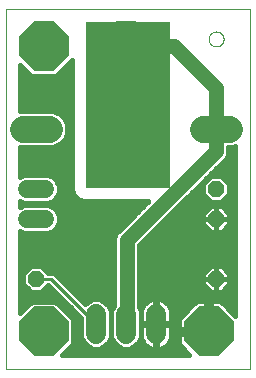
<source format=gbl>
G75*
%MOIN*%
%OFA0B0*%
%FSLAX25Y25*%
%IPPOS*%
%LPD*%
%AMOC8*
5,1,8,0,0,1.08239X$1,22.5*
%
%ADD10C,0.00000*%
%ADD11C,0.00001*%
%ADD12OC8,0.05200*%
%ADD13C,0.08850*%
%ADD14OC8,0.16400*%
%ADD15C,0.06000*%
%ADD16C,0.06600*%
%ADD17C,0.01600*%
%ADD18C,0.01000*%
%ADD19C,0.05000*%
D10*
X0001800Y0001800D02*
X0001800Y0121761D01*
X0083001Y0121761D01*
X0083001Y0001800D01*
X0001800Y0001800D01*
X0028414Y0062469D02*
X0028414Y0117587D01*
X0055973Y0117587D01*
X0055973Y0062469D01*
X0028414Y0062469D01*
X0035300Y0085800D02*
X0035302Y0085961D01*
X0035308Y0086121D01*
X0035318Y0086282D01*
X0035332Y0086442D01*
X0035350Y0086602D01*
X0035371Y0086761D01*
X0035397Y0086920D01*
X0035427Y0087078D01*
X0035460Y0087235D01*
X0035498Y0087392D01*
X0035539Y0087547D01*
X0035584Y0087701D01*
X0035633Y0087854D01*
X0035686Y0088006D01*
X0035742Y0088157D01*
X0035803Y0088306D01*
X0035866Y0088454D01*
X0035934Y0088600D01*
X0036005Y0088744D01*
X0036079Y0088886D01*
X0036157Y0089027D01*
X0036239Y0089165D01*
X0036324Y0089302D01*
X0036412Y0089436D01*
X0036504Y0089568D01*
X0036599Y0089698D01*
X0036697Y0089826D01*
X0036798Y0089951D01*
X0036902Y0090073D01*
X0037009Y0090193D01*
X0037119Y0090310D01*
X0037232Y0090425D01*
X0037348Y0090536D01*
X0037467Y0090645D01*
X0037588Y0090750D01*
X0037712Y0090853D01*
X0037838Y0090953D01*
X0037966Y0091049D01*
X0038097Y0091142D01*
X0038231Y0091232D01*
X0038366Y0091319D01*
X0038504Y0091402D01*
X0038643Y0091482D01*
X0038785Y0091558D01*
X0038928Y0091631D01*
X0039073Y0091700D01*
X0039220Y0091766D01*
X0039368Y0091828D01*
X0039518Y0091886D01*
X0039669Y0091941D01*
X0039822Y0091992D01*
X0039976Y0092039D01*
X0040131Y0092082D01*
X0040287Y0092121D01*
X0040443Y0092157D01*
X0040601Y0092188D01*
X0040759Y0092216D01*
X0040918Y0092240D01*
X0041078Y0092260D01*
X0041238Y0092276D01*
X0041398Y0092288D01*
X0041559Y0092296D01*
X0041720Y0092300D01*
X0041880Y0092300D01*
X0042041Y0092296D01*
X0042202Y0092288D01*
X0042362Y0092276D01*
X0042522Y0092260D01*
X0042682Y0092240D01*
X0042841Y0092216D01*
X0042999Y0092188D01*
X0043157Y0092157D01*
X0043313Y0092121D01*
X0043469Y0092082D01*
X0043624Y0092039D01*
X0043778Y0091992D01*
X0043931Y0091941D01*
X0044082Y0091886D01*
X0044232Y0091828D01*
X0044380Y0091766D01*
X0044527Y0091700D01*
X0044672Y0091631D01*
X0044815Y0091558D01*
X0044957Y0091482D01*
X0045096Y0091402D01*
X0045234Y0091319D01*
X0045369Y0091232D01*
X0045503Y0091142D01*
X0045634Y0091049D01*
X0045762Y0090953D01*
X0045888Y0090853D01*
X0046012Y0090750D01*
X0046133Y0090645D01*
X0046252Y0090536D01*
X0046368Y0090425D01*
X0046481Y0090310D01*
X0046591Y0090193D01*
X0046698Y0090073D01*
X0046802Y0089951D01*
X0046903Y0089826D01*
X0047001Y0089698D01*
X0047096Y0089568D01*
X0047188Y0089436D01*
X0047276Y0089302D01*
X0047361Y0089165D01*
X0047443Y0089027D01*
X0047521Y0088886D01*
X0047595Y0088744D01*
X0047666Y0088600D01*
X0047734Y0088454D01*
X0047797Y0088306D01*
X0047858Y0088157D01*
X0047914Y0088006D01*
X0047967Y0087854D01*
X0048016Y0087701D01*
X0048061Y0087547D01*
X0048102Y0087392D01*
X0048140Y0087235D01*
X0048173Y0087078D01*
X0048203Y0086920D01*
X0048229Y0086761D01*
X0048250Y0086602D01*
X0048268Y0086442D01*
X0048282Y0086282D01*
X0048292Y0086121D01*
X0048298Y0085961D01*
X0048300Y0085800D01*
X0048298Y0085639D01*
X0048292Y0085479D01*
X0048282Y0085318D01*
X0048268Y0085158D01*
X0048250Y0084998D01*
X0048229Y0084839D01*
X0048203Y0084680D01*
X0048173Y0084522D01*
X0048140Y0084365D01*
X0048102Y0084208D01*
X0048061Y0084053D01*
X0048016Y0083899D01*
X0047967Y0083746D01*
X0047914Y0083594D01*
X0047858Y0083443D01*
X0047797Y0083294D01*
X0047734Y0083146D01*
X0047666Y0083000D01*
X0047595Y0082856D01*
X0047521Y0082714D01*
X0047443Y0082573D01*
X0047361Y0082435D01*
X0047276Y0082298D01*
X0047188Y0082164D01*
X0047096Y0082032D01*
X0047001Y0081902D01*
X0046903Y0081774D01*
X0046802Y0081649D01*
X0046698Y0081527D01*
X0046591Y0081407D01*
X0046481Y0081290D01*
X0046368Y0081175D01*
X0046252Y0081064D01*
X0046133Y0080955D01*
X0046012Y0080850D01*
X0045888Y0080747D01*
X0045762Y0080647D01*
X0045634Y0080551D01*
X0045503Y0080458D01*
X0045369Y0080368D01*
X0045234Y0080281D01*
X0045096Y0080198D01*
X0044957Y0080118D01*
X0044815Y0080042D01*
X0044672Y0079969D01*
X0044527Y0079900D01*
X0044380Y0079834D01*
X0044232Y0079772D01*
X0044082Y0079714D01*
X0043931Y0079659D01*
X0043778Y0079608D01*
X0043624Y0079561D01*
X0043469Y0079518D01*
X0043313Y0079479D01*
X0043157Y0079443D01*
X0042999Y0079412D01*
X0042841Y0079384D01*
X0042682Y0079360D01*
X0042522Y0079340D01*
X0042362Y0079324D01*
X0042202Y0079312D01*
X0042041Y0079304D01*
X0041880Y0079300D01*
X0041720Y0079300D01*
X0041559Y0079304D01*
X0041398Y0079312D01*
X0041238Y0079324D01*
X0041078Y0079340D01*
X0040918Y0079360D01*
X0040759Y0079384D01*
X0040601Y0079412D01*
X0040443Y0079443D01*
X0040287Y0079479D01*
X0040131Y0079518D01*
X0039976Y0079561D01*
X0039822Y0079608D01*
X0039669Y0079659D01*
X0039518Y0079714D01*
X0039368Y0079772D01*
X0039220Y0079834D01*
X0039073Y0079900D01*
X0038928Y0079969D01*
X0038785Y0080042D01*
X0038643Y0080118D01*
X0038504Y0080198D01*
X0038366Y0080281D01*
X0038231Y0080368D01*
X0038097Y0080458D01*
X0037966Y0080551D01*
X0037838Y0080647D01*
X0037712Y0080747D01*
X0037588Y0080850D01*
X0037467Y0080955D01*
X0037348Y0081064D01*
X0037232Y0081175D01*
X0037119Y0081290D01*
X0037009Y0081407D01*
X0036902Y0081527D01*
X0036798Y0081649D01*
X0036697Y0081774D01*
X0036599Y0081902D01*
X0036504Y0082032D01*
X0036412Y0082164D01*
X0036324Y0082298D01*
X0036239Y0082435D01*
X0036157Y0082573D01*
X0036079Y0082714D01*
X0036005Y0082856D01*
X0035934Y0083000D01*
X0035866Y0083146D01*
X0035803Y0083294D01*
X0035742Y0083443D01*
X0035686Y0083594D01*
X0035633Y0083746D01*
X0035584Y0083899D01*
X0035539Y0084053D01*
X0035498Y0084208D01*
X0035460Y0084365D01*
X0035427Y0084522D01*
X0035397Y0084680D01*
X0035371Y0084839D01*
X0035350Y0084998D01*
X0035332Y0085158D01*
X0035318Y0085318D01*
X0035308Y0085479D01*
X0035302Y0085639D01*
X0035300Y0085800D01*
X0069300Y0111800D02*
X0069302Y0111899D01*
X0069308Y0111999D01*
X0069318Y0112098D01*
X0069332Y0112196D01*
X0069349Y0112294D01*
X0069371Y0112391D01*
X0069396Y0112487D01*
X0069425Y0112582D01*
X0069458Y0112676D01*
X0069495Y0112768D01*
X0069535Y0112859D01*
X0069579Y0112948D01*
X0069627Y0113036D01*
X0069678Y0113121D01*
X0069732Y0113204D01*
X0069789Y0113286D01*
X0069850Y0113364D01*
X0069914Y0113441D01*
X0069980Y0113514D01*
X0070050Y0113585D01*
X0070122Y0113653D01*
X0070197Y0113719D01*
X0070275Y0113781D01*
X0070355Y0113840D01*
X0070437Y0113896D01*
X0070521Y0113948D01*
X0070608Y0113997D01*
X0070696Y0114043D01*
X0070786Y0114085D01*
X0070878Y0114124D01*
X0070971Y0114159D01*
X0071065Y0114190D01*
X0071161Y0114217D01*
X0071258Y0114240D01*
X0071355Y0114260D01*
X0071453Y0114276D01*
X0071552Y0114288D01*
X0071651Y0114296D01*
X0071750Y0114300D01*
X0071850Y0114300D01*
X0071949Y0114296D01*
X0072048Y0114288D01*
X0072147Y0114276D01*
X0072245Y0114260D01*
X0072342Y0114240D01*
X0072439Y0114217D01*
X0072535Y0114190D01*
X0072629Y0114159D01*
X0072722Y0114124D01*
X0072814Y0114085D01*
X0072904Y0114043D01*
X0072992Y0113997D01*
X0073079Y0113948D01*
X0073163Y0113896D01*
X0073245Y0113840D01*
X0073325Y0113781D01*
X0073403Y0113719D01*
X0073478Y0113653D01*
X0073550Y0113585D01*
X0073620Y0113514D01*
X0073686Y0113441D01*
X0073750Y0113364D01*
X0073811Y0113286D01*
X0073868Y0113204D01*
X0073922Y0113121D01*
X0073973Y0113036D01*
X0074021Y0112948D01*
X0074065Y0112859D01*
X0074105Y0112768D01*
X0074142Y0112676D01*
X0074175Y0112582D01*
X0074204Y0112487D01*
X0074229Y0112391D01*
X0074251Y0112294D01*
X0074268Y0112196D01*
X0074282Y0112098D01*
X0074292Y0111999D01*
X0074298Y0111899D01*
X0074300Y0111800D01*
X0074298Y0111701D01*
X0074292Y0111601D01*
X0074282Y0111502D01*
X0074268Y0111404D01*
X0074251Y0111306D01*
X0074229Y0111209D01*
X0074204Y0111113D01*
X0074175Y0111018D01*
X0074142Y0110924D01*
X0074105Y0110832D01*
X0074065Y0110741D01*
X0074021Y0110652D01*
X0073973Y0110564D01*
X0073922Y0110479D01*
X0073868Y0110396D01*
X0073811Y0110314D01*
X0073750Y0110236D01*
X0073686Y0110159D01*
X0073620Y0110086D01*
X0073550Y0110015D01*
X0073478Y0109947D01*
X0073403Y0109881D01*
X0073325Y0109819D01*
X0073245Y0109760D01*
X0073163Y0109704D01*
X0073079Y0109652D01*
X0072992Y0109603D01*
X0072904Y0109557D01*
X0072814Y0109515D01*
X0072722Y0109476D01*
X0072629Y0109441D01*
X0072535Y0109410D01*
X0072439Y0109383D01*
X0072342Y0109360D01*
X0072245Y0109340D01*
X0072147Y0109324D01*
X0072048Y0109312D01*
X0071949Y0109304D01*
X0071850Y0109300D01*
X0071750Y0109300D01*
X0071651Y0109304D01*
X0071552Y0109312D01*
X0071453Y0109324D01*
X0071355Y0109340D01*
X0071258Y0109360D01*
X0071161Y0109383D01*
X0071065Y0109410D01*
X0070971Y0109441D01*
X0070878Y0109476D01*
X0070786Y0109515D01*
X0070696Y0109557D01*
X0070608Y0109603D01*
X0070521Y0109652D01*
X0070437Y0109704D01*
X0070355Y0109760D01*
X0070275Y0109819D01*
X0070197Y0109881D01*
X0070122Y0109947D01*
X0070050Y0110015D01*
X0069980Y0110086D01*
X0069914Y0110159D01*
X0069850Y0110236D01*
X0069789Y0110314D01*
X0069732Y0110396D01*
X0069678Y0110479D01*
X0069627Y0110564D01*
X0069579Y0110652D01*
X0069535Y0110741D01*
X0069495Y0110832D01*
X0069458Y0110924D01*
X0069425Y0111018D01*
X0069396Y0111113D01*
X0069371Y0111209D01*
X0069349Y0111306D01*
X0069332Y0111404D01*
X0069318Y0111502D01*
X0069308Y0111601D01*
X0069302Y0111701D01*
X0069300Y0111800D01*
D11*
X0055973Y0111818D02*
X0028414Y0111818D01*
X0028414Y0111819D02*
X0055973Y0111819D01*
X0055973Y0111820D02*
X0028414Y0111820D01*
X0028414Y0111821D02*
X0055973Y0111821D01*
X0055973Y0111822D02*
X0028414Y0111822D01*
X0028414Y0111823D02*
X0055973Y0111823D01*
X0055973Y0111824D02*
X0028414Y0111824D01*
X0028414Y0111825D02*
X0055973Y0111825D01*
X0055973Y0111826D02*
X0028414Y0111826D01*
X0028414Y0111827D02*
X0055973Y0111827D01*
X0055973Y0111828D02*
X0028414Y0111828D01*
X0028414Y0111829D02*
X0055973Y0111829D01*
X0055973Y0111830D02*
X0028414Y0111830D01*
X0028414Y0111831D02*
X0055973Y0111831D01*
X0028414Y0111831D01*
X0028414Y0111832D02*
X0055973Y0111832D01*
X0055973Y0111833D02*
X0028414Y0111833D01*
X0028414Y0111834D02*
X0055973Y0111834D01*
X0055973Y0111835D02*
X0028414Y0111835D01*
X0028414Y0111836D02*
X0055973Y0111836D01*
X0055973Y0111837D02*
X0028414Y0111837D01*
X0028414Y0111838D02*
X0055973Y0111838D01*
X0055973Y0111839D02*
X0028414Y0111839D01*
X0028414Y0111840D02*
X0055973Y0111840D01*
X0055973Y0111841D02*
X0028414Y0111841D01*
X0028414Y0111842D02*
X0055973Y0111842D01*
X0055973Y0111843D02*
X0028414Y0111843D01*
X0028414Y0111844D02*
X0055973Y0111844D01*
X0055973Y0111845D02*
X0028414Y0111845D01*
X0028414Y0111846D02*
X0055973Y0111846D01*
X0055973Y0111847D02*
X0028414Y0111847D01*
X0028414Y0111848D02*
X0055973Y0111848D01*
X0055973Y0111849D02*
X0028414Y0111849D01*
X0028414Y0111850D02*
X0055973Y0111850D01*
X0055973Y0111851D02*
X0028414Y0111851D01*
X0028414Y0111852D02*
X0055973Y0111852D01*
X0055973Y0111853D02*
X0028414Y0111853D01*
X0028414Y0111854D02*
X0055973Y0111854D01*
X0055973Y0111855D02*
X0028414Y0111855D01*
X0028414Y0111856D02*
X0055973Y0111856D01*
X0055973Y0111857D02*
X0028414Y0111857D01*
X0028414Y0111858D02*
X0055973Y0111858D01*
X0055973Y0111859D02*
X0028414Y0111859D01*
X0028414Y0111860D02*
X0055973Y0111860D01*
X0055973Y0111861D02*
X0028414Y0111861D01*
X0028414Y0111862D02*
X0055973Y0111862D01*
X0055973Y0111863D02*
X0028414Y0111863D01*
X0028414Y0111864D02*
X0055973Y0111864D01*
X0055973Y0111865D02*
X0028414Y0111865D01*
X0028414Y0111866D02*
X0055973Y0111866D01*
X0055973Y0111867D02*
X0028414Y0111867D01*
X0028414Y0111868D02*
X0055973Y0111868D01*
X0055973Y0111869D02*
X0028414Y0111869D01*
X0028414Y0111870D02*
X0055973Y0111870D01*
X0055973Y0111871D02*
X0028414Y0111871D01*
X0028414Y0111872D02*
X0055973Y0111872D01*
X0055973Y0111873D02*
X0028414Y0111873D01*
X0028414Y0111874D02*
X0055973Y0111874D01*
X0055973Y0111875D02*
X0028414Y0111875D01*
X0028414Y0111876D02*
X0055973Y0111876D01*
X0055973Y0111877D02*
X0028414Y0111877D01*
X0028414Y0111878D02*
X0055973Y0111878D01*
X0055973Y0111879D02*
X0028414Y0111879D01*
X0028414Y0111880D02*
X0055973Y0111880D01*
X0055973Y0111881D02*
X0028414Y0111881D01*
X0028414Y0111882D02*
X0055973Y0111882D01*
X0055973Y0111883D02*
X0028414Y0111883D01*
X0028414Y0111884D02*
X0055973Y0111884D01*
X0055973Y0111885D02*
X0028414Y0111885D01*
X0028414Y0111886D02*
X0055973Y0111886D01*
X0055973Y0111887D02*
X0028414Y0111887D01*
X0028414Y0111888D02*
X0055973Y0111888D01*
X0055973Y0111889D02*
X0028414Y0111889D01*
X0028414Y0111890D02*
X0055973Y0111890D01*
X0055973Y0111891D02*
X0028414Y0111891D01*
X0028414Y0111892D02*
X0055973Y0111892D01*
X0055973Y0111893D02*
X0028414Y0111893D01*
X0028414Y0111894D02*
X0055973Y0111894D01*
X0028414Y0111894D01*
X0028414Y0111895D02*
X0055973Y0111895D01*
X0055973Y0111896D02*
X0028414Y0111896D01*
X0028414Y0111897D02*
X0055973Y0111897D01*
X0055973Y0111898D02*
X0028414Y0111898D01*
X0028414Y0111899D02*
X0055973Y0111899D01*
X0055973Y0111900D02*
X0028414Y0111900D01*
X0028414Y0111901D02*
X0055973Y0111901D01*
X0055973Y0111902D02*
X0028414Y0111902D01*
X0028414Y0111903D02*
X0055973Y0111903D01*
X0055973Y0111904D02*
X0028414Y0111904D01*
X0028414Y0111905D02*
X0055973Y0111905D01*
X0055973Y0111906D02*
X0028414Y0111906D01*
X0028414Y0111907D02*
X0055973Y0111907D01*
X0055973Y0111908D02*
X0028414Y0111908D01*
X0028414Y0111909D02*
X0055973Y0111909D01*
X0055973Y0111910D02*
X0028414Y0111910D01*
X0028414Y0111911D02*
X0055973Y0111911D01*
X0055973Y0111912D02*
X0028414Y0111912D01*
X0028414Y0111913D02*
X0055973Y0111913D01*
X0055973Y0111914D02*
X0028414Y0111914D01*
X0028414Y0111915D02*
X0055973Y0111915D01*
X0055973Y0111916D02*
X0028414Y0111916D01*
X0028414Y0111917D02*
X0055973Y0111917D01*
X0055973Y0111918D02*
X0028414Y0111918D01*
X0028414Y0111919D02*
X0055973Y0111919D01*
X0055973Y0111920D02*
X0028414Y0111920D01*
X0028414Y0111921D02*
X0055973Y0111921D01*
X0055973Y0111922D02*
X0028414Y0111922D01*
X0028414Y0111923D02*
X0055973Y0111923D01*
X0055973Y0111924D02*
X0028414Y0111924D01*
X0028414Y0111925D02*
X0055973Y0111925D01*
X0055973Y0111926D02*
X0028414Y0111926D01*
X0028414Y0111927D02*
X0055973Y0111927D01*
X0055973Y0111928D02*
X0028414Y0111928D01*
X0028414Y0111929D02*
X0055973Y0111929D01*
X0055973Y0111930D02*
X0028414Y0111930D01*
X0028414Y0111931D02*
X0055973Y0111931D01*
X0055973Y0111932D02*
X0028414Y0111932D01*
X0028414Y0111933D02*
X0055973Y0111933D01*
X0055973Y0111934D02*
X0028414Y0111934D01*
X0028414Y0111935D02*
X0055973Y0111935D01*
X0055973Y0111936D02*
X0028414Y0111936D01*
X0028414Y0111937D02*
X0055973Y0111937D01*
X0055973Y0111938D02*
X0028414Y0111938D01*
X0028414Y0111939D02*
X0055973Y0111939D01*
X0055973Y0111940D02*
X0028414Y0111940D01*
X0028414Y0111941D02*
X0055973Y0111941D01*
X0055973Y0111942D02*
X0028414Y0111942D01*
X0028414Y0111943D02*
X0055973Y0111943D01*
X0055973Y0111944D02*
X0028414Y0111944D01*
X0028414Y0111945D02*
X0055973Y0111945D01*
X0055973Y0111946D02*
X0028414Y0111946D01*
X0028414Y0111947D02*
X0055973Y0111947D01*
X0055973Y0111948D02*
X0028414Y0111948D01*
X0028414Y0111949D02*
X0055973Y0111949D01*
X0055973Y0111950D02*
X0028414Y0111950D01*
X0028414Y0111951D02*
X0055973Y0111951D01*
X0055973Y0111952D02*
X0028414Y0111952D01*
X0028414Y0111953D02*
X0055973Y0111953D01*
X0055973Y0111954D02*
X0028414Y0111954D01*
X0028414Y0111955D02*
X0055973Y0111955D01*
X0055973Y0111956D02*
X0028414Y0111956D01*
X0055973Y0111956D01*
X0055973Y0111957D02*
X0028414Y0111957D01*
X0028414Y0111958D02*
X0055973Y0111958D01*
X0055973Y0111959D02*
X0028414Y0111959D01*
X0028414Y0111960D02*
X0055973Y0111960D01*
X0055973Y0111961D02*
X0028414Y0111961D01*
X0028414Y0111962D02*
X0055973Y0111962D01*
X0055973Y0111963D02*
X0028414Y0111963D01*
X0028414Y0111964D02*
X0055973Y0111964D01*
X0055973Y0111965D02*
X0028414Y0111965D01*
X0028414Y0111966D02*
X0055973Y0111966D01*
X0055973Y0111967D02*
X0028414Y0111967D01*
X0028414Y0111968D02*
X0055973Y0111968D01*
X0055973Y0111969D02*
X0028414Y0111969D01*
X0028414Y0111970D02*
X0055973Y0111970D01*
X0055973Y0111971D02*
X0028414Y0111971D01*
X0028414Y0111972D02*
X0055973Y0111972D01*
X0055973Y0111973D02*
X0028414Y0111973D01*
X0028414Y0111974D02*
X0055973Y0111974D01*
X0055973Y0111975D02*
X0028414Y0111975D01*
X0028414Y0111976D02*
X0055973Y0111976D01*
X0055973Y0111977D02*
X0028414Y0111977D01*
X0028414Y0111978D02*
X0055973Y0111978D01*
X0055973Y0111979D02*
X0028414Y0111979D01*
X0028414Y0111980D02*
X0055973Y0111980D01*
X0055973Y0111981D02*
X0028414Y0111981D01*
X0028414Y0111982D02*
X0055973Y0111982D01*
X0055973Y0111983D02*
X0028414Y0111983D01*
X0028414Y0111984D02*
X0055973Y0111984D01*
X0055973Y0111985D02*
X0028414Y0111985D01*
X0028414Y0111986D02*
X0055973Y0111986D01*
X0055973Y0111987D02*
X0028414Y0111987D01*
X0028414Y0111988D02*
X0055973Y0111988D01*
X0055973Y0111989D02*
X0028414Y0111989D01*
X0028414Y0111990D02*
X0055973Y0111990D01*
X0055973Y0111991D02*
X0028414Y0111991D01*
X0028414Y0111992D02*
X0055973Y0111992D01*
X0055973Y0111993D02*
X0028414Y0111993D01*
X0028414Y0111994D02*
X0055973Y0111994D01*
X0055973Y0111995D02*
X0028414Y0111995D01*
X0028414Y0111996D02*
X0055973Y0111996D01*
X0055973Y0111997D02*
X0028414Y0111997D01*
X0028414Y0111998D02*
X0055973Y0111998D01*
X0055973Y0111999D02*
X0028414Y0111999D01*
X0028414Y0112000D02*
X0055973Y0112000D01*
X0055973Y0112001D02*
X0028414Y0112001D01*
X0028414Y0112002D02*
X0055973Y0112002D01*
X0055973Y0112003D02*
X0028414Y0112003D01*
X0028414Y0112004D02*
X0055973Y0112004D01*
X0055973Y0112005D02*
X0028414Y0112005D01*
X0028414Y0112006D02*
X0055973Y0112006D01*
X0055973Y0112007D02*
X0028414Y0112007D01*
X0028414Y0112008D02*
X0055973Y0112008D01*
X0055973Y0112009D02*
X0028414Y0112009D01*
X0028414Y0112010D02*
X0055973Y0112010D01*
X0055973Y0112011D02*
X0028414Y0112011D01*
X0028414Y0112012D02*
X0055973Y0112012D01*
X0055973Y0112013D02*
X0028414Y0112013D01*
X0028414Y0112014D02*
X0055973Y0112014D01*
X0055973Y0112015D02*
X0028414Y0112015D01*
X0028414Y0112016D02*
X0055973Y0112016D01*
X0055973Y0112017D02*
X0028414Y0112017D01*
X0028414Y0112018D02*
X0055973Y0112018D01*
X0055973Y0112019D02*
X0028414Y0112019D01*
X0055973Y0112019D01*
X0055973Y0112020D02*
X0028414Y0112020D01*
X0028414Y0112021D02*
X0055973Y0112021D01*
X0055973Y0112022D02*
X0028414Y0112022D01*
X0028414Y0112023D02*
X0055973Y0112023D01*
X0055973Y0112024D02*
X0028414Y0112024D01*
X0028414Y0112025D02*
X0055973Y0112025D01*
X0055973Y0112026D02*
X0028414Y0112026D01*
X0028414Y0112027D02*
X0055973Y0112027D01*
X0055973Y0112028D02*
X0028414Y0112028D01*
X0028414Y0112029D02*
X0055973Y0112029D01*
X0055973Y0112030D02*
X0028414Y0112030D01*
X0028414Y0112031D02*
X0055973Y0112031D01*
X0055973Y0112032D02*
X0028414Y0112032D01*
X0028414Y0112033D02*
X0055973Y0112033D01*
X0055973Y0112034D02*
X0028414Y0112034D01*
X0028414Y0112035D02*
X0055973Y0112035D01*
X0055973Y0112036D02*
X0028414Y0112036D01*
X0028414Y0112037D02*
X0055973Y0112037D01*
X0055973Y0112038D02*
X0028414Y0112038D01*
X0028414Y0112039D02*
X0055973Y0112039D01*
X0055973Y0112040D02*
X0028414Y0112040D01*
X0028414Y0112041D02*
X0055973Y0112041D01*
X0055973Y0112042D02*
X0028414Y0112042D01*
X0028414Y0112043D02*
X0055973Y0112043D01*
X0055973Y0112044D02*
X0028414Y0112044D01*
X0028414Y0112045D02*
X0055973Y0112045D01*
X0055973Y0112046D02*
X0028414Y0112046D01*
X0028414Y0112047D02*
X0055973Y0112047D01*
X0055973Y0112048D02*
X0028414Y0112048D01*
X0028414Y0112049D02*
X0055973Y0112049D01*
X0055973Y0112050D02*
X0028414Y0112050D01*
X0028414Y0112051D02*
X0055973Y0112051D01*
X0055973Y0112052D02*
X0028414Y0112052D01*
X0028414Y0112053D02*
X0055973Y0112053D01*
X0055973Y0112054D02*
X0028414Y0112054D01*
X0028414Y0112055D02*
X0055973Y0112055D01*
X0055973Y0112056D02*
X0028414Y0112056D01*
X0028414Y0112057D02*
X0055973Y0112057D01*
X0055973Y0112058D02*
X0028414Y0112058D01*
X0028414Y0112059D02*
X0055973Y0112059D01*
X0055973Y0112060D02*
X0028414Y0112060D01*
X0028414Y0112061D02*
X0055973Y0112061D01*
X0055973Y0112062D02*
X0028414Y0112062D01*
X0028414Y0112063D02*
X0055973Y0112063D01*
X0055973Y0112064D02*
X0028414Y0112064D01*
X0028414Y0112065D02*
X0055973Y0112065D01*
X0055973Y0112066D02*
X0028414Y0112066D01*
X0028414Y0112067D02*
X0055973Y0112067D01*
X0055973Y0112068D02*
X0028414Y0112068D01*
X0028414Y0112069D02*
X0055973Y0112069D01*
X0055973Y0112070D02*
X0028414Y0112070D01*
X0028414Y0112071D02*
X0055973Y0112071D01*
X0055973Y0112072D02*
X0028414Y0112072D01*
X0028414Y0112073D02*
X0055973Y0112073D01*
X0055973Y0112074D02*
X0028414Y0112074D01*
X0028414Y0112075D02*
X0055973Y0112075D01*
X0055973Y0112076D02*
X0028414Y0112076D01*
X0028414Y0112077D02*
X0055973Y0112077D01*
X0055973Y0112078D02*
X0028414Y0112078D01*
X0028414Y0112079D02*
X0055973Y0112079D01*
X0055973Y0112080D02*
X0028414Y0112080D01*
X0028414Y0112081D02*
X0055973Y0112081D01*
X0028414Y0112081D01*
X0028414Y0112082D02*
X0055973Y0112082D01*
X0055973Y0112083D02*
X0028414Y0112083D01*
X0028414Y0112084D02*
X0055973Y0112084D01*
X0055973Y0112085D02*
X0028414Y0112085D01*
X0028414Y0112086D02*
X0055973Y0112086D01*
X0055973Y0112087D02*
X0028414Y0112087D01*
X0028414Y0112088D02*
X0055973Y0112088D01*
X0055973Y0112089D02*
X0028414Y0112089D01*
X0028414Y0112090D02*
X0055973Y0112090D01*
X0055973Y0112091D02*
X0028414Y0112091D01*
X0028414Y0112092D02*
X0055973Y0112092D01*
X0055973Y0112093D02*
X0028414Y0112093D01*
X0028414Y0112094D02*
X0055973Y0112094D01*
X0055973Y0112095D02*
X0028414Y0112095D01*
X0028414Y0112096D02*
X0055973Y0112096D01*
X0055973Y0112097D02*
X0028414Y0112097D01*
X0028414Y0112098D02*
X0055973Y0112098D01*
X0055973Y0112099D02*
X0028414Y0112099D01*
X0028414Y0112100D02*
X0055973Y0112100D01*
X0055973Y0112101D02*
X0028414Y0112101D01*
X0028414Y0112102D02*
X0055973Y0112102D01*
X0055973Y0112103D02*
X0028414Y0112103D01*
X0028414Y0112104D02*
X0055973Y0112104D01*
X0055973Y0112105D02*
X0028414Y0112105D01*
X0028414Y0112106D02*
X0055973Y0112106D01*
X0055973Y0112107D02*
X0028414Y0112107D01*
X0028414Y0112108D02*
X0055973Y0112108D01*
X0055973Y0112109D02*
X0028414Y0112109D01*
X0028414Y0112110D02*
X0055973Y0112110D01*
X0055973Y0112111D02*
X0028414Y0112111D01*
X0028414Y0112112D02*
X0055973Y0112112D01*
X0055973Y0112113D02*
X0028414Y0112113D01*
X0028414Y0112114D02*
X0055973Y0112114D01*
X0055973Y0112115D02*
X0028414Y0112115D01*
X0028414Y0112116D02*
X0055973Y0112116D01*
X0055973Y0112117D02*
X0028414Y0112117D01*
X0028414Y0112118D02*
X0055973Y0112118D01*
X0055973Y0112119D02*
X0028414Y0112119D01*
X0028414Y0112120D02*
X0055973Y0112120D01*
X0055973Y0112121D02*
X0028414Y0112121D01*
X0028414Y0112122D02*
X0055973Y0112122D01*
X0055973Y0112123D02*
X0028414Y0112123D01*
X0028414Y0112124D02*
X0055973Y0112124D01*
X0055973Y0112125D02*
X0028414Y0112125D01*
X0028414Y0112126D02*
X0055973Y0112126D01*
X0055973Y0112127D02*
X0028414Y0112127D01*
X0028414Y0112128D02*
X0055973Y0112128D01*
X0055973Y0112129D02*
X0028414Y0112129D01*
X0028414Y0112130D02*
X0055973Y0112130D01*
X0055973Y0112131D02*
X0028414Y0112131D01*
X0028414Y0112132D02*
X0055973Y0112132D01*
X0055973Y0112133D02*
X0028414Y0112133D01*
X0028414Y0112134D02*
X0055973Y0112134D01*
X0055973Y0112135D02*
X0028414Y0112135D01*
X0028414Y0112136D02*
X0055973Y0112136D01*
X0055973Y0112137D02*
X0028414Y0112137D01*
X0028414Y0112138D02*
X0055973Y0112138D01*
X0055973Y0112139D02*
X0028414Y0112139D01*
X0028414Y0112140D02*
X0055973Y0112140D01*
X0055973Y0112141D02*
X0028414Y0112141D01*
X0028414Y0112142D02*
X0055973Y0112142D01*
X0055973Y0112143D02*
X0028414Y0112143D01*
X0028414Y0112144D02*
X0055973Y0112144D01*
X0028414Y0112144D01*
X0028414Y0112145D02*
X0055973Y0112145D01*
X0055973Y0112146D02*
X0028414Y0112146D01*
X0028414Y0112147D02*
X0055973Y0112147D01*
X0055973Y0112148D02*
X0028414Y0112148D01*
X0028414Y0112149D02*
X0055973Y0112149D01*
X0055973Y0112150D02*
X0028414Y0112150D01*
X0028414Y0112151D02*
X0055973Y0112151D01*
X0055973Y0112152D02*
X0028414Y0112152D01*
X0028414Y0112153D02*
X0055973Y0112153D01*
X0055973Y0112154D02*
X0028414Y0112154D01*
X0028414Y0112155D02*
X0055973Y0112155D01*
X0055973Y0112156D02*
X0028414Y0112156D01*
X0028414Y0112157D02*
X0055973Y0112157D01*
X0055973Y0112158D02*
X0028414Y0112158D01*
X0028414Y0112159D02*
X0055973Y0112159D01*
X0055973Y0112160D02*
X0028414Y0112160D01*
X0028414Y0112161D02*
X0055973Y0112161D01*
X0055973Y0112162D02*
X0028414Y0112162D01*
X0028414Y0112163D02*
X0055973Y0112163D01*
X0055973Y0112164D02*
X0028414Y0112164D01*
X0028414Y0112165D02*
X0055973Y0112165D01*
X0055973Y0112166D02*
X0028414Y0112166D01*
X0028414Y0112167D02*
X0055973Y0112167D01*
X0055973Y0112168D02*
X0028414Y0112168D01*
X0028414Y0112169D02*
X0055973Y0112169D01*
X0055973Y0112170D02*
X0028414Y0112170D01*
X0028414Y0112171D02*
X0055973Y0112171D01*
X0055973Y0112172D02*
X0028414Y0112172D01*
X0028414Y0112173D02*
X0055973Y0112173D01*
X0055973Y0112174D02*
X0028414Y0112174D01*
X0028414Y0112175D02*
X0055973Y0112175D01*
X0055973Y0112176D02*
X0028414Y0112176D01*
X0028414Y0112177D02*
X0055973Y0112177D01*
X0055973Y0112178D02*
X0028414Y0112178D01*
X0028414Y0112179D02*
X0055973Y0112179D01*
X0055973Y0112180D02*
X0028414Y0112180D01*
X0028414Y0112181D02*
X0055973Y0112181D01*
X0055973Y0112182D02*
X0028414Y0112182D01*
X0028414Y0112183D02*
X0055973Y0112183D01*
X0055973Y0112184D02*
X0028414Y0112184D01*
X0028414Y0112185D02*
X0055973Y0112185D01*
X0055973Y0112186D02*
X0028414Y0112186D01*
X0028414Y0112187D02*
X0055973Y0112187D01*
X0055973Y0112188D02*
X0028414Y0112188D01*
X0028414Y0112189D02*
X0055973Y0112189D01*
X0055973Y0112190D02*
X0028414Y0112190D01*
X0028414Y0112191D02*
X0055973Y0112191D01*
X0055973Y0112192D02*
X0028414Y0112192D01*
X0028414Y0112193D02*
X0055973Y0112193D01*
X0055973Y0112194D02*
X0028414Y0112194D01*
X0028414Y0112195D02*
X0055973Y0112195D01*
X0055973Y0112196D02*
X0028414Y0112196D01*
X0028414Y0112197D02*
X0055973Y0112197D01*
X0055973Y0112198D02*
X0028414Y0112198D01*
X0028414Y0112199D02*
X0055973Y0112199D01*
X0055973Y0112200D02*
X0028414Y0112200D01*
X0028414Y0112201D02*
X0055973Y0112201D01*
X0055973Y0112202D02*
X0028414Y0112202D01*
X0028414Y0112203D02*
X0055973Y0112203D01*
X0055973Y0112204D02*
X0028414Y0112204D01*
X0028414Y0112205D02*
X0055973Y0112205D01*
X0055973Y0112206D02*
X0028414Y0112206D01*
X0055973Y0112206D01*
X0055973Y0112207D02*
X0028414Y0112207D01*
X0028414Y0112208D02*
X0055973Y0112208D01*
X0055973Y0112209D02*
X0028414Y0112209D01*
X0028414Y0112210D02*
X0055973Y0112210D01*
X0055973Y0112211D02*
X0028414Y0112211D01*
X0028414Y0112212D02*
X0055973Y0112212D01*
X0055973Y0112213D02*
X0028414Y0112213D01*
X0028414Y0112214D02*
X0055973Y0112214D01*
X0055973Y0112215D02*
X0028414Y0112215D01*
X0028414Y0112216D02*
X0055973Y0112216D01*
X0055973Y0112217D02*
X0028414Y0112217D01*
X0028414Y0112218D02*
X0055973Y0112218D01*
X0055973Y0112219D02*
X0028414Y0112219D01*
X0028414Y0112220D02*
X0055973Y0112220D01*
X0055973Y0112221D02*
X0028414Y0112221D01*
X0028414Y0112222D02*
X0055973Y0112222D01*
X0055973Y0112223D02*
X0028414Y0112223D01*
X0028414Y0112224D02*
X0055973Y0112224D01*
X0055973Y0112225D02*
X0028414Y0112225D01*
X0028414Y0112226D02*
X0055973Y0112226D01*
X0055973Y0112227D02*
X0028414Y0112227D01*
X0028414Y0112228D02*
X0055973Y0112228D01*
X0055973Y0112229D02*
X0028414Y0112229D01*
X0028414Y0112230D02*
X0055973Y0112230D01*
X0055973Y0112231D02*
X0028414Y0112231D01*
X0028414Y0112232D02*
X0055973Y0112232D01*
X0055973Y0112233D02*
X0028414Y0112233D01*
X0028414Y0112234D02*
X0055973Y0112234D01*
X0055973Y0112235D02*
X0028414Y0112235D01*
X0028414Y0112236D02*
X0055973Y0112236D01*
X0055973Y0112237D02*
X0028414Y0112237D01*
X0028414Y0112238D02*
X0055973Y0112238D01*
X0055973Y0112239D02*
X0028414Y0112239D01*
X0028414Y0112240D02*
X0055973Y0112240D01*
X0055973Y0112241D02*
X0028414Y0112241D01*
X0028414Y0112242D02*
X0055973Y0112242D01*
X0055973Y0112243D02*
X0028414Y0112243D01*
X0028414Y0112244D02*
X0055973Y0112244D01*
X0055973Y0112245D02*
X0028414Y0112245D01*
X0028414Y0112246D02*
X0055973Y0112246D01*
X0055973Y0112247D02*
X0028414Y0112247D01*
X0028414Y0112248D02*
X0055973Y0112248D01*
X0055973Y0112249D02*
X0028414Y0112249D01*
X0028414Y0112250D02*
X0055973Y0112250D01*
X0055973Y0112251D02*
X0028414Y0112251D01*
X0028414Y0112252D02*
X0055973Y0112252D01*
X0055973Y0112253D02*
X0028414Y0112253D01*
X0028414Y0112254D02*
X0055973Y0112254D01*
X0055973Y0112255D02*
X0028414Y0112255D01*
X0028414Y0112256D02*
X0055973Y0112256D01*
X0055973Y0112257D02*
X0028414Y0112257D01*
X0028414Y0112258D02*
X0055973Y0112258D01*
X0055973Y0112259D02*
X0028414Y0112259D01*
X0028414Y0112260D02*
X0055973Y0112260D01*
X0055973Y0112261D02*
X0028414Y0112261D01*
X0028414Y0112262D02*
X0055973Y0112262D01*
X0055973Y0112263D02*
X0028414Y0112263D01*
X0028414Y0112264D02*
X0055973Y0112264D01*
X0055973Y0112265D02*
X0028414Y0112265D01*
X0028414Y0112266D02*
X0055973Y0112266D01*
X0055973Y0112267D02*
X0028414Y0112267D01*
X0028414Y0112268D02*
X0055973Y0112268D01*
X0055973Y0112269D02*
X0028414Y0112269D01*
X0055973Y0112269D01*
X0055973Y0112270D02*
X0028414Y0112270D01*
X0028414Y0112271D02*
X0055973Y0112271D01*
X0055973Y0112272D02*
X0028414Y0112272D01*
X0028414Y0112273D02*
X0055973Y0112273D01*
X0055973Y0112274D02*
X0028414Y0112274D01*
X0028414Y0112275D02*
X0055973Y0112275D01*
X0055973Y0112276D02*
X0028414Y0112276D01*
X0028414Y0112277D02*
X0055973Y0112277D01*
X0055973Y0112278D02*
X0028414Y0112278D01*
X0028414Y0112279D02*
X0055973Y0112279D01*
X0055973Y0112280D02*
X0028414Y0112280D01*
X0028414Y0112281D02*
X0055973Y0112281D01*
X0055973Y0112282D02*
X0028414Y0112282D01*
X0028414Y0112283D02*
X0055973Y0112283D01*
X0055973Y0112284D02*
X0028414Y0112284D01*
X0028414Y0112285D02*
X0055973Y0112285D01*
X0055973Y0112286D02*
X0028414Y0112286D01*
X0028414Y0112287D02*
X0055973Y0112287D01*
X0055973Y0112288D02*
X0028414Y0112288D01*
X0028414Y0112289D02*
X0055973Y0112289D01*
X0055973Y0112290D02*
X0028414Y0112290D01*
X0028414Y0112291D02*
X0055973Y0112291D01*
X0055973Y0112292D02*
X0028414Y0112292D01*
X0028414Y0112293D02*
X0055973Y0112293D01*
X0055973Y0112294D02*
X0028414Y0112294D01*
X0028414Y0112295D02*
X0055973Y0112295D01*
X0055973Y0112296D02*
X0028414Y0112296D01*
X0028414Y0112297D02*
X0055973Y0112297D01*
X0055973Y0112298D02*
X0028414Y0112298D01*
X0028414Y0112299D02*
X0055973Y0112299D01*
X0055973Y0112300D02*
X0028414Y0112300D01*
X0028414Y0112301D02*
X0055973Y0112301D01*
X0055973Y0112302D02*
X0028414Y0112302D01*
X0028414Y0112303D02*
X0055973Y0112303D01*
X0055973Y0112304D02*
X0028414Y0112304D01*
X0028414Y0112305D02*
X0055973Y0112305D01*
X0055973Y0112306D02*
X0028414Y0112306D01*
X0028414Y0112307D02*
X0055973Y0112307D01*
X0055973Y0112308D02*
X0028414Y0112308D01*
X0028414Y0112309D02*
X0055973Y0112309D01*
X0055973Y0112310D02*
X0028414Y0112310D01*
X0028414Y0112311D02*
X0055973Y0112311D01*
X0055973Y0112312D02*
X0028414Y0112312D01*
X0028414Y0112313D02*
X0055973Y0112313D01*
X0055973Y0112314D02*
X0028414Y0112314D01*
X0028414Y0112315D02*
X0055973Y0112315D01*
X0055973Y0112316D02*
X0028414Y0112316D01*
X0028414Y0112317D02*
X0055973Y0112317D01*
X0055973Y0112318D02*
X0028414Y0112318D01*
X0028414Y0112319D02*
X0055973Y0112319D01*
X0055973Y0112320D02*
X0028414Y0112320D01*
X0028414Y0112321D02*
X0055973Y0112321D01*
X0055973Y0112322D02*
X0028414Y0112322D01*
X0028414Y0112323D02*
X0055973Y0112323D01*
X0055973Y0112324D02*
X0028414Y0112324D01*
X0028414Y0112325D02*
X0055973Y0112325D01*
X0055973Y0112326D02*
X0028414Y0112326D01*
X0028414Y0112327D02*
X0055973Y0112327D01*
X0055973Y0112328D02*
X0028414Y0112328D01*
X0028414Y0112329D02*
X0055973Y0112329D01*
X0055973Y0112330D02*
X0028414Y0112330D01*
X0028414Y0112331D02*
X0055973Y0112331D01*
X0028414Y0112331D01*
X0028414Y0112332D02*
X0055973Y0112332D01*
X0055973Y0112333D02*
X0028414Y0112333D01*
X0028414Y0112334D02*
X0055973Y0112334D01*
X0055973Y0112335D02*
X0028414Y0112335D01*
X0028414Y0112336D02*
X0055973Y0112336D01*
X0055973Y0112337D02*
X0028414Y0112337D01*
X0028414Y0112338D02*
X0055973Y0112338D01*
X0055973Y0112339D02*
X0028414Y0112339D01*
X0028414Y0112340D02*
X0055973Y0112340D01*
X0055973Y0112341D02*
X0028414Y0112341D01*
X0028414Y0112342D02*
X0055973Y0112342D01*
X0055973Y0112343D02*
X0028414Y0112343D01*
X0028414Y0112344D02*
X0055973Y0112344D01*
X0055973Y0112345D02*
X0028414Y0112345D01*
X0028414Y0112346D02*
X0055973Y0112346D01*
X0055973Y0112347D02*
X0028414Y0112347D01*
X0028414Y0112348D02*
X0055973Y0112348D01*
X0055973Y0112349D02*
X0028414Y0112349D01*
X0028414Y0112350D02*
X0055973Y0112350D01*
X0055973Y0112351D02*
X0028414Y0112351D01*
X0028414Y0112352D02*
X0055973Y0112352D01*
X0055973Y0112353D02*
X0028414Y0112353D01*
X0028414Y0112354D02*
X0055973Y0112354D01*
X0055973Y0112355D02*
X0028414Y0112355D01*
X0028414Y0112356D02*
X0055973Y0112356D01*
X0055973Y0112357D02*
X0028414Y0112357D01*
X0028414Y0112358D02*
X0055973Y0112358D01*
X0055973Y0112359D02*
X0028414Y0112359D01*
X0028414Y0112360D02*
X0055973Y0112360D01*
X0055973Y0112361D02*
X0028414Y0112361D01*
X0028414Y0112362D02*
X0055973Y0112362D01*
X0055973Y0112363D02*
X0028414Y0112363D01*
X0028414Y0112364D02*
X0055973Y0112364D01*
X0055973Y0112365D02*
X0028414Y0112365D01*
X0028414Y0112366D02*
X0055973Y0112366D01*
X0055973Y0112367D02*
X0028414Y0112367D01*
X0028414Y0112368D02*
X0055973Y0112368D01*
X0055973Y0112369D02*
X0028414Y0112369D01*
X0028414Y0112370D02*
X0055973Y0112370D01*
X0055973Y0112371D02*
X0028414Y0112371D01*
X0028414Y0112372D02*
X0055973Y0112372D01*
X0055973Y0112373D02*
X0028414Y0112373D01*
X0028414Y0112374D02*
X0055973Y0112374D01*
X0055973Y0112375D02*
X0028414Y0112375D01*
X0028414Y0112376D02*
X0055973Y0112376D01*
X0055973Y0112377D02*
X0028414Y0112377D01*
X0028414Y0112378D02*
X0055973Y0112378D01*
X0055973Y0112379D02*
X0028414Y0112379D01*
X0028414Y0112380D02*
X0055973Y0112380D01*
X0055973Y0112381D02*
X0028414Y0112381D01*
X0028414Y0112382D02*
X0055973Y0112382D01*
X0055973Y0112383D02*
X0028414Y0112383D01*
X0028414Y0112384D02*
X0055973Y0112384D01*
X0055973Y0112385D02*
X0028414Y0112385D01*
X0028414Y0112386D02*
X0055973Y0112386D01*
X0055973Y0112387D02*
X0028414Y0112387D01*
X0028414Y0112388D02*
X0055973Y0112388D01*
X0055973Y0112389D02*
X0028414Y0112389D01*
X0028414Y0112390D02*
X0055973Y0112390D01*
X0055973Y0112391D02*
X0028414Y0112391D01*
X0028414Y0112392D02*
X0055973Y0112392D01*
X0055973Y0112393D02*
X0028414Y0112393D01*
X0028414Y0112394D02*
X0055973Y0112394D01*
X0028414Y0112394D01*
X0028414Y0112395D02*
X0055973Y0112395D01*
X0055973Y0112396D02*
X0028414Y0112396D01*
X0028414Y0112397D02*
X0055973Y0112397D01*
X0055973Y0112398D02*
X0028414Y0112398D01*
X0028414Y0112399D02*
X0055973Y0112399D01*
X0055973Y0112400D02*
X0028414Y0112400D01*
X0028414Y0112401D02*
X0055973Y0112401D01*
X0055973Y0112402D02*
X0028414Y0112402D01*
X0028414Y0112403D02*
X0055973Y0112403D01*
X0055973Y0112404D02*
X0028414Y0112404D01*
X0028414Y0112405D02*
X0055973Y0112405D01*
X0055973Y0112406D02*
X0028414Y0112406D01*
X0028414Y0112407D02*
X0055973Y0112407D01*
X0055973Y0112408D02*
X0028414Y0112408D01*
X0028414Y0112409D02*
X0055973Y0112409D01*
X0055973Y0112410D02*
X0028414Y0112410D01*
X0028414Y0112411D02*
X0055973Y0112411D01*
X0055973Y0112412D02*
X0028414Y0112412D01*
X0028414Y0112413D02*
X0055973Y0112413D01*
X0055973Y0112414D02*
X0028414Y0112414D01*
X0028414Y0112415D02*
X0055973Y0112415D01*
X0055973Y0112416D02*
X0028414Y0112416D01*
X0028414Y0112417D02*
X0055973Y0112417D01*
X0055973Y0112418D02*
X0028414Y0112418D01*
X0028414Y0112419D02*
X0055973Y0112419D01*
X0055973Y0112420D02*
X0028414Y0112420D01*
X0028414Y0112421D02*
X0055973Y0112421D01*
X0055973Y0112422D02*
X0028414Y0112422D01*
X0028414Y0112423D02*
X0055973Y0112423D01*
X0055973Y0112424D02*
X0028414Y0112424D01*
X0028414Y0112425D02*
X0055973Y0112425D01*
X0055973Y0112426D02*
X0028414Y0112426D01*
X0028414Y0112427D02*
X0055973Y0112427D01*
X0055973Y0112428D02*
X0028414Y0112428D01*
X0028414Y0112429D02*
X0055973Y0112429D01*
X0055973Y0112430D02*
X0028414Y0112430D01*
X0028414Y0112431D02*
X0055973Y0112431D01*
X0055973Y0112432D02*
X0028414Y0112432D01*
X0028414Y0112433D02*
X0055973Y0112433D01*
X0055973Y0112434D02*
X0028414Y0112434D01*
X0028414Y0112435D02*
X0055973Y0112435D01*
X0055973Y0112436D02*
X0028414Y0112436D01*
X0028414Y0112437D02*
X0055973Y0112437D01*
X0055973Y0112438D02*
X0028414Y0112438D01*
X0028414Y0112439D02*
X0055973Y0112439D01*
X0055973Y0112440D02*
X0028414Y0112440D01*
X0028414Y0112441D02*
X0055973Y0112441D01*
X0055973Y0112442D02*
X0028414Y0112442D01*
X0028414Y0112443D02*
X0055973Y0112443D01*
X0055973Y0112444D02*
X0028414Y0112444D01*
X0028414Y0112445D02*
X0055973Y0112445D01*
X0055973Y0112446D02*
X0028414Y0112446D01*
X0028414Y0112447D02*
X0055973Y0112447D01*
X0055973Y0112448D02*
X0028414Y0112448D01*
X0028414Y0112449D02*
X0055973Y0112449D01*
X0055973Y0112450D02*
X0028414Y0112450D01*
X0028414Y0112451D02*
X0055973Y0112451D01*
X0055973Y0112452D02*
X0028414Y0112452D01*
X0028414Y0112453D02*
X0055973Y0112453D01*
X0055973Y0112454D02*
X0028414Y0112454D01*
X0028414Y0112455D02*
X0055973Y0112455D01*
X0055973Y0112456D02*
X0028414Y0112456D01*
X0055973Y0112456D01*
X0055973Y0112457D02*
X0028414Y0112457D01*
X0028414Y0112458D02*
X0055973Y0112458D01*
X0055973Y0112459D02*
X0028414Y0112459D01*
X0028414Y0112460D02*
X0055973Y0112460D01*
X0055973Y0112461D02*
X0028414Y0112461D01*
X0028414Y0112462D02*
X0055973Y0112462D01*
X0055973Y0112463D02*
X0028414Y0112463D01*
X0028414Y0112464D02*
X0055973Y0112464D01*
X0055973Y0112465D02*
X0028414Y0112465D01*
X0028414Y0112466D02*
X0055973Y0112466D01*
X0055973Y0112467D02*
X0028414Y0112467D01*
X0028414Y0112468D02*
X0055973Y0112468D01*
X0055973Y0112469D02*
X0028414Y0112469D01*
X0028414Y0112470D02*
X0055973Y0112470D01*
X0055973Y0112471D02*
X0028414Y0112471D01*
X0028414Y0112472D02*
X0055973Y0112472D01*
X0055973Y0112473D02*
X0028414Y0112473D01*
X0028414Y0112474D02*
X0055973Y0112474D01*
X0055973Y0112475D02*
X0028414Y0112475D01*
X0028414Y0112476D02*
X0055973Y0112476D01*
X0055973Y0112477D02*
X0028414Y0112477D01*
X0028414Y0112478D02*
X0055973Y0112478D01*
X0055973Y0112479D02*
X0028414Y0112479D01*
X0028414Y0112480D02*
X0055973Y0112480D01*
X0055973Y0112481D02*
X0028414Y0112481D01*
X0028414Y0112482D02*
X0055973Y0112482D01*
X0055973Y0112483D02*
X0028414Y0112483D01*
X0028414Y0112484D02*
X0055973Y0112484D01*
X0055973Y0112485D02*
X0028414Y0112485D01*
X0028414Y0112486D02*
X0055973Y0112486D01*
X0055973Y0112487D02*
X0028414Y0112487D01*
X0028414Y0112488D02*
X0055973Y0112488D01*
X0055973Y0112489D02*
X0028414Y0112489D01*
X0028414Y0112490D02*
X0055973Y0112490D01*
X0055973Y0112491D02*
X0028414Y0112491D01*
X0028414Y0112492D02*
X0055973Y0112492D01*
X0055973Y0112493D02*
X0028414Y0112493D01*
X0028414Y0112494D02*
X0055973Y0112494D01*
X0055973Y0112495D02*
X0028414Y0112495D01*
X0028414Y0112496D02*
X0055973Y0112496D01*
X0055973Y0112497D02*
X0028414Y0112497D01*
X0028414Y0112498D02*
X0055973Y0112498D01*
X0055973Y0112499D02*
X0028414Y0112499D01*
X0028414Y0112500D02*
X0055973Y0112500D01*
X0055973Y0112501D02*
X0028414Y0112501D01*
X0028414Y0112502D02*
X0055973Y0112502D01*
X0055973Y0112503D02*
X0028414Y0112503D01*
X0028414Y0112504D02*
X0055973Y0112504D01*
X0055973Y0112505D02*
X0028414Y0112505D01*
X0028414Y0112506D02*
X0055973Y0112506D01*
X0055973Y0112507D02*
X0028414Y0112507D01*
X0028414Y0112508D02*
X0055973Y0112508D01*
X0055973Y0112509D02*
X0028414Y0112509D01*
X0028414Y0112510D02*
X0055973Y0112510D01*
X0055973Y0112511D02*
X0028414Y0112511D01*
X0028414Y0112512D02*
X0055973Y0112512D01*
X0055973Y0112513D02*
X0028414Y0112513D01*
X0028414Y0112514D02*
X0055973Y0112514D01*
X0055973Y0112515D02*
X0028414Y0112515D01*
X0028414Y0112516D02*
X0055973Y0112516D01*
X0055973Y0112517D02*
X0028414Y0112517D01*
X0028414Y0112518D02*
X0055973Y0112518D01*
X0055973Y0112519D02*
X0028414Y0112519D01*
X0055973Y0112519D01*
X0055973Y0112520D02*
X0028414Y0112520D01*
X0028414Y0112521D02*
X0055973Y0112521D01*
X0055973Y0112522D02*
X0028414Y0112522D01*
X0028414Y0112523D02*
X0055973Y0112523D01*
X0055973Y0112524D02*
X0028414Y0112524D01*
X0028414Y0112525D02*
X0055973Y0112525D01*
X0055973Y0112526D02*
X0028414Y0112526D01*
X0028414Y0112527D02*
X0055973Y0112527D01*
X0055973Y0112528D02*
X0028414Y0112528D01*
X0028414Y0112529D02*
X0055973Y0112529D01*
X0055973Y0112530D02*
X0028414Y0112530D01*
X0028414Y0112531D02*
X0055973Y0112531D01*
X0055973Y0112532D02*
X0028414Y0112532D01*
X0028414Y0112533D02*
X0055973Y0112533D01*
X0055973Y0112534D02*
X0028414Y0112534D01*
X0028414Y0112535D02*
X0055973Y0112535D01*
X0055973Y0112536D02*
X0028414Y0112536D01*
X0028414Y0112537D02*
X0055973Y0112537D01*
X0055973Y0112538D02*
X0028414Y0112538D01*
X0028414Y0112539D02*
X0055973Y0112539D01*
X0055973Y0112540D02*
X0028414Y0112540D01*
X0028414Y0112541D02*
X0055973Y0112541D01*
X0055973Y0112542D02*
X0028414Y0112542D01*
X0028414Y0112543D02*
X0055973Y0112543D01*
X0055973Y0112544D02*
X0028414Y0112544D01*
X0028414Y0112545D02*
X0055973Y0112545D01*
X0055973Y0112546D02*
X0028414Y0112546D01*
X0028414Y0112547D02*
X0055973Y0112547D01*
X0055973Y0112548D02*
X0028414Y0112548D01*
X0028414Y0112549D02*
X0055973Y0112549D01*
X0055973Y0112550D02*
X0028414Y0112550D01*
X0028414Y0112551D02*
X0055973Y0112551D01*
X0055973Y0112552D02*
X0028414Y0112552D01*
X0028414Y0112553D02*
X0055973Y0112553D01*
X0055973Y0112554D02*
X0028414Y0112554D01*
X0028414Y0112555D02*
X0055973Y0112555D01*
X0055973Y0112556D02*
X0028414Y0112556D01*
X0028414Y0112557D02*
X0055973Y0112557D01*
X0055973Y0112558D02*
X0028414Y0112558D01*
X0028414Y0112559D02*
X0055973Y0112559D01*
X0055973Y0112560D02*
X0028414Y0112560D01*
X0028414Y0112561D02*
X0055973Y0112561D01*
X0055973Y0112562D02*
X0028414Y0112562D01*
X0028414Y0112563D02*
X0055973Y0112563D01*
X0055973Y0112564D02*
X0028414Y0112564D01*
X0028414Y0112565D02*
X0055973Y0112565D01*
X0055973Y0112566D02*
X0028414Y0112566D01*
X0028414Y0112567D02*
X0055973Y0112567D01*
X0055973Y0112568D02*
X0028414Y0112568D01*
X0028414Y0112569D02*
X0055973Y0112569D01*
X0055973Y0112570D02*
X0028414Y0112570D01*
X0028414Y0112571D02*
X0055973Y0112571D01*
X0055973Y0112572D02*
X0028414Y0112572D01*
X0028414Y0112573D02*
X0055973Y0112573D01*
X0055973Y0112574D02*
X0028414Y0112574D01*
X0028414Y0112575D02*
X0055973Y0112575D01*
X0055973Y0112576D02*
X0028414Y0112576D01*
X0028414Y0112577D02*
X0055973Y0112577D01*
X0055973Y0112578D02*
X0028414Y0112578D01*
X0028414Y0112579D02*
X0055973Y0112579D01*
X0055973Y0112580D02*
X0028414Y0112580D01*
X0028414Y0112581D02*
X0055973Y0112581D01*
X0028414Y0112581D01*
X0028414Y0112582D02*
X0055973Y0112582D01*
X0055973Y0112583D02*
X0028414Y0112583D01*
X0028414Y0112584D02*
X0055973Y0112584D01*
X0055973Y0112585D02*
X0028414Y0112585D01*
X0028414Y0112586D02*
X0055973Y0112586D01*
X0055973Y0112587D02*
X0028414Y0112587D01*
X0028414Y0112588D02*
X0055973Y0112588D01*
X0055973Y0112589D02*
X0028414Y0112589D01*
X0028414Y0112590D02*
X0055973Y0112590D01*
X0055973Y0112591D02*
X0028414Y0112591D01*
X0028414Y0112592D02*
X0055973Y0112592D01*
X0055973Y0112593D02*
X0028414Y0112593D01*
X0028414Y0112594D02*
X0055973Y0112594D01*
X0055973Y0112595D02*
X0028414Y0112595D01*
X0028414Y0112596D02*
X0055973Y0112596D01*
X0055973Y0112597D02*
X0028414Y0112597D01*
X0028414Y0112598D02*
X0055973Y0112598D01*
X0055973Y0112599D02*
X0028414Y0112599D01*
X0028414Y0112600D02*
X0055973Y0112600D01*
X0055973Y0112601D02*
X0028414Y0112601D01*
X0028414Y0112602D02*
X0055973Y0112602D01*
X0055973Y0112603D02*
X0028414Y0112603D01*
X0028414Y0112604D02*
X0055973Y0112604D01*
X0055973Y0112605D02*
X0028414Y0112605D01*
X0028414Y0112606D02*
X0055973Y0112606D01*
X0055973Y0112607D02*
X0028414Y0112607D01*
X0028414Y0112608D02*
X0055973Y0112608D01*
X0055973Y0112609D02*
X0028414Y0112609D01*
X0028414Y0112610D02*
X0055973Y0112610D01*
X0055973Y0112611D02*
X0028414Y0112611D01*
X0028414Y0112612D02*
X0055973Y0112612D01*
X0055973Y0112613D02*
X0028414Y0112613D01*
X0028414Y0112614D02*
X0055973Y0112614D01*
X0055973Y0112615D02*
X0028414Y0112615D01*
X0028414Y0112616D02*
X0055973Y0112616D01*
X0055973Y0112617D02*
X0028414Y0112617D01*
X0028414Y0112618D02*
X0055973Y0112618D01*
X0055973Y0112619D02*
X0028414Y0112619D01*
X0028414Y0112620D02*
X0055973Y0112620D01*
X0055973Y0112621D02*
X0028414Y0112621D01*
X0028414Y0112622D02*
X0055973Y0112622D01*
X0055973Y0112623D02*
X0028414Y0112623D01*
X0028414Y0112624D02*
X0055973Y0112624D01*
X0055973Y0112625D02*
X0028414Y0112625D01*
X0028414Y0112626D02*
X0055973Y0112626D01*
X0055973Y0112627D02*
X0028414Y0112627D01*
X0028414Y0112628D02*
X0055973Y0112628D01*
X0055973Y0112629D02*
X0028414Y0112629D01*
X0028414Y0112630D02*
X0055973Y0112630D01*
X0055973Y0112631D02*
X0028414Y0112631D01*
X0028414Y0112632D02*
X0055973Y0112632D01*
X0055973Y0112633D02*
X0028414Y0112633D01*
X0028414Y0112634D02*
X0055973Y0112634D01*
X0055973Y0112635D02*
X0028414Y0112635D01*
X0028414Y0112636D02*
X0055973Y0112636D01*
X0055973Y0112637D02*
X0028414Y0112637D01*
X0028414Y0112638D02*
X0055973Y0112638D01*
X0055973Y0112639D02*
X0028414Y0112639D01*
X0028414Y0112640D02*
X0055973Y0112640D01*
X0055973Y0112641D02*
X0028414Y0112641D01*
X0028414Y0112642D02*
X0055973Y0112642D01*
X0055973Y0112643D02*
X0028414Y0112643D01*
X0028414Y0112644D02*
X0055973Y0112644D01*
X0028414Y0112644D01*
X0028414Y0112645D02*
X0055973Y0112645D01*
X0055973Y0112646D02*
X0028414Y0112646D01*
X0028414Y0112647D02*
X0055973Y0112647D01*
X0055973Y0112648D02*
X0028414Y0112648D01*
X0028414Y0112649D02*
X0055973Y0112649D01*
X0055973Y0112650D02*
X0028414Y0112650D01*
X0028414Y0112651D02*
X0055973Y0112651D01*
X0055973Y0112652D02*
X0028414Y0112652D01*
X0028414Y0112653D02*
X0055973Y0112653D01*
X0055973Y0112654D02*
X0028414Y0112654D01*
X0028414Y0112655D02*
X0055973Y0112655D01*
X0055973Y0112656D02*
X0028414Y0112656D01*
X0028414Y0112657D02*
X0055973Y0112657D01*
X0055973Y0112658D02*
X0028414Y0112658D01*
X0028414Y0112659D02*
X0055973Y0112659D01*
X0055973Y0112660D02*
X0028414Y0112660D01*
X0028414Y0112661D02*
X0055973Y0112661D01*
X0055973Y0112662D02*
X0028414Y0112662D01*
X0028414Y0112663D02*
X0055973Y0112663D01*
X0055973Y0112664D02*
X0028414Y0112664D01*
X0028414Y0112665D02*
X0055973Y0112665D01*
X0055973Y0112666D02*
X0028414Y0112666D01*
X0028414Y0112667D02*
X0055973Y0112667D01*
X0055973Y0112668D02*
X0028414Y0112668D01*
X0028414Y0112669D02*
X0055973Y0112669D01*
X0055973Y0112670D02*
X0028414Y0112670D01*
X0028414Y0112671D02*
X0055973Y0112671D01*
X0055973Y0112672D02*
X0028414Y0112672D01*
X0028414Y0112673D02*
X0055973Y0112673D01*
X0055973Y0112674D02*
X0028414Y0112674D01*
X0028414Y0112675D02*
X0055973Y0112675D01*
X0055973Y0112676D02*
X0028414Y0112676D01*
X0028414Y0112677D02*
X0055973Y0112677D01*
X0055973Y0112678D02*
X0028414Y0112678D01*
X0028414Y0112679D02*
X0055973Y0112679D01*
X0055973Y0112680D02*
X0028414Y0112680D01*
X0028414Y0112681D02*
X0055973Y0112681D01*
X0055973Y0112682D02*
X0028414Y0112682D01*
X0028414Y0112683D02*
X0055973Y0112683D01*
X0055973Y0112684D02*
X0028414Y0112684D01*
X0028414Y0112685D02*
X0055973Y0112685D01*
X0055973Y0112686D02*
X0028414Y0112686D01*
X0028414Y0112687D02*
X0055973Y0112687D01*
X0055973Y0112688D02*
X0028414Y0112688D01*
X0028414Y0112689D02*
X0055973Y0112689D01*
X0055973Y0112690D02*
X0028414Y0112690D01*
X0028414Y0112691D02*
X0055973Y0112691D01*
X0055973Y0112692D02*
X0028414Y0112692D01*
X0028414Y0112693D02*
X0055973Y0112693D01*
X0055973Y0112694D02*
X0028414Y0112694D01*
X0028414Y0112695D02*
X0055973Y0112695D01*
X0055973Y0112696D02*
X0028414Y0112696D01*
X0028414Y0112697D02*
X0055973Y0112697D01*
X0055973Y0112698D02*
X0028414Y0112698D01*
X0028414Y0112699D02*
X0055973Y0112699D01*
X0055973Y0112700D02*
X0028414Y0112700D01*
X0028414Y0112701D02*
X0055973Y0112701D01*
X0055973Y0112702D02*
X0028414Y0112702D01*
X0028414Y0112703D02*
X0055973Y0112703D01*
X0055973Y0112704D02*
X0028414Y0112704D01*
X0028414Y0112705D02*
X0055973Y0112705D01*
X0055973Y0112706D02*
X0028414Y0112706D01*
X0055973Y0112706D01*
X0055973Y0112707D02*
X0028414Y0112707D01*
X0028414Y0112708D02*
X0055973Y0112708D01*
X0055973Y0112709D02*
X0028414Y0112709D01*
X0028414Y0112710D02*
X0055973Y0112710D01*
X0055973Y0112711D02*
X0028414Y0112711D01*
X0028414Y0112712D02*
X0055973Y0112712D01*
X0055973Y0112713D02*
X0028414Y0112713D01*
X0028414Y0112714D02*
X0055973Y0112714D01*
X0055973Y0112715D02*
X0028414Y0112715D01*
X0028414Y0112716D02*
X0055973Y0112716D01*
X0055973Y0112717D02*
X0028414Y0112717D01*
X0028414Y0112718D02*
X0055973Y0112718D01*
X0055973Y0112719D02*
X0028414Y0112719D01*
X0028414Y0112720D02*
X0055973Y0112720D01*
X0055973Y0112721D02*
X0028414Y0112721D01*
X0028414Y0112722D02*
X0055973Y0112722D01*
X0055973Y0112723D02*
X0028414Y0112723D01*
X0028414Y0112724D02*
X0055973Y0112724D01*
X0055973Y0112725D02*
X0028414Y0112725D01*
X0028414Y0112726D02*
X0055973Y0112726D01*
X0055973Y0112727D02*
X0028414Y0112727D01*
X0028414Y0112728D02*
X0055973Y0112728D01*
X0055973Y0112729D02*
X0028414Y0112729D01*
X0028414Y0112730D02*
X0055973Y0112730D01*
X0055973Y0112731D02*
X0028414Y0112731D01*
X0028414Y0112732D02*
X0055973Y0112732D01*
X0055973Y0112733D02*
X0028414Y0112733D01*
X0028414Y0112734D02*
X0055973Y0112734D01*
X0055973Y0112735D02*
X0028414Y0112735D01*
X0028414Y0112736D02*
X0055973Y0112736D01*
X0055973Y0112737D02*
X0028414Y0112737D01*
X0028414Y0112738D02*
X0055973Y0112738D01*
X0055973Y0112739D02*
X0028414Y0112739D01*
X0028414Y0112740D02*
X0055973Y0112740D01*
X0055973Y0112741D02*
X0028414Y0112741D01*
X0028414Y0112742D02*
X0055973Y0112742D01*
X0055973Y0112743D02*
X0028414Y0112743D01*
X0028414Y0112744D02*
X0055973Y0112744D01*
X0055973Y0112745D02*
X0028414Y0112745D01*
X0028414Y0112746D02*
X0055973Y0112746D01*
X0055973Y0112747D02*
X0028414Y0112747D01*
X0028414Y0112748D02*
X0055973Y0112748D01*
X0055973Y0112749D02*
X0028414Y0112749D01*
X0028414Y0112750D02*
X0055973Y0112750D01*
X0055973Y0112751D02*
X0028414Y0112751D01*
X0028414Y0112752D02*
X0055973Y0112752D01*
X0055973Y0112753D02*
X0028414Y0112753D01*
X0028414Y0112754D02*
X0055973Y0112754D01*
X0055973Y0112755D02*
X0028414Y0112755D01*
X0028414Y0112756D02*
X0055973Y0112756D01*
X0055973Y0112757D02*
X0028414Y0112757D01*
X0028414Y0112758D02*
X0055973Y0112758D01*
X0055973Y0112759D02*
X0028414Y0112759D01*
X0028414Y0112760D02*
X0055973Y0112760D01*
X0055973Y0112761D02*
X0028414Y0112761D01*
X0028414Y0112762D02*
X0055973Y0112762D01*
X0055973Y0112763D02*
X0028414Y0112763D01*
X0028414Y0112764D02*
X0055973Y0112764D01*
X0055973Y0112765D02*
X0028414Y0112765D01*
X0028414Y0112766D02*
X0055973Y0112766D01*
X0055973Y0112767D02*
X0028414Y0112767D01*
X0028414Y0112768D02*
X0055973Y0112768D01*
X0055973Y0112769D02*
X0028414Y0112769D01*
X0055973Y0112769D01*
X0055973Y0112770D02*
X0028414Y0112770D01*
X0028414Y0112771D02*
X0055973Y0112771D01*
X0055973Y0112772D02*
X0028414Y0112772D01*
X0028414Y0112773D02*
X0055973Y0112773D01*
X0055973Y0112774D02*
X0028414Y0112774D01*
X0028414Y0112775D02*
X0055973Y0112775D01*
X0055973Y0112776D02*
X0028414Y0112776D01*
X0028414Y0112777D02*
X0055973Y0112777D01*
X0055973Y0112778D02*
X0028414Y0112778D01*
X0028414Y0112779D02*
X0055973Y0112779D01*
X0055973Y0112780D02*
X0028414Y0112780D01*
X0028414Y0112781D02*
X0055973Y0112781D01*
X0055973Y0112782D02*
X0028414Y0112782D01*
X0028414Y0112783D02*
X0055973Y0112783D01*
X0055973Y0112784D02*
X0028414Y0112784D01*
X0028414Y0112785D02*
X0055973Y0112785D01*
X0055973Y0112786D02*
X0028414Y0112786D01*
X0028414Y0112787D02*
X0055973Y0112787D01*
X0055973Y0112788D02*
X0028414Y0112788D01*
X0028414Y0112789D02*
X0055973Y0112789D01*
X0055973Y0112790D02*
X0028414Y0112790D01*
X0028414Y0112791D02*
X0055973Y0112791D01*
X0055973Y0112792D02*
X0028414Y0112792D01*
X0028414Y0112793D02*
X0055973Y0112793D01*
X0055973Y0112794D02*
X0028414Y0112794D01*
X0028414Y0112795D02*
X0055973Y0112795D01*
X0055973Y0112796D02*
X0028414Y0112796D01*
X0028414Y0112797D02*
X0055973Y0112797D01*
X0055973Y0112798D02*
X0028414Y0112798D01*
X0028414Y0112799D02*
X0055973Y0112799D01*
X0055973Y0112800D02*
X0028414Y0112800D01*
X0028414Y0112801D02*
X0055973Y0112801D01*
X0055973Y0112802D02*
X0028414Y0112802D01*
X0028414Y0112803D02*
X0055973Y0112803D01*
X0055973Y0112804D02*
X0028414Y0112804D01*
X0028414Y0112805D02*
X0055973Y0112805D01*
X0055973Y0112806D02*
X0028414Y0112806D01*
X0028414Y0112807D02*
X0055973Y0112807D01*
X0055973Y0112808D02*
X0028414Y0112808D01*
X0028414Y0112809D02*
X0055973Y0112809D01*
X0055973Y0112810D02*
X0028414Y0112810D01*
X0028414Y0112811D02*
X0055973Y0112811D01*
X0055973Y0112812D02*
X0028414Y0112812D01*
X0028414Y0112813D02*
X0055973Y0112813D01*
X0055973Y0112814D02*
X0028414Y0112814D01*
X0028414Y0112815D02*
X0055973Y0112815D01*
X0055973Y0112816D02*
X0028414Y0112816D01*
X0028414Y0112817D02*
X0055973Y0112817D01*
X0055973Y0112818D02*
X0028414Y0112818D01*
X0028414Y0112819D02*
X0055973Y0112819D01*
X0055973Y0112820D02*
X0028414Y0112820D01*
X0028414Y0112821D02*
X0055973Y0112821D01*
X0055973Y0112822D02*
X0028414Y0112822D01*
X0028414Y0112823D02*
X0055973Y0112823D01*
X0055973Y0112824D02*
X0028414Y0112824D01*
X0028414Y0112825D02*
X0055973Y0112825D01*
X0055973Y0112826D02*
X0028414Y0112826D01*
X0028414Y0112827D02*
X0055973Y0112827D01*
X0055973Y0112828D02*
X0028414Y0112828D01*
X0028414Y0112829D02*
X0055973Y0112829D01*
X0055973Y0112830D02*
X0028414Y0112830D01*
X0028414Y0112831D02*
X0055973Y0112831D01*
X0028414Y0112831D01*
X0028414Y0112832D02*
X0055973Y0112832D01*
X0055973Y0112833D02*
X0028414Y0112833D01*
X0028414Y0112834D02*
X0055973Y0112834D01*
X0055973Y0112835D02*
X0028414Y0112835D01*
X0028414Y0112836D02*
X0055973Y0112836D01*
X0055973Y0112837D02*
X0028414Y0112837D01*
X0028414Y0112838D02*
X0055973Y0112838D01*
X0055973Y0112839D02*
X0028414Y0112839D01*
X0028414Y0112840D02*
X0055973Y0112840D01*
X0055973Y0112841D02*
X0028414Y0112841D01*
X0028414Y0112842D02*
X0055973Y0112842D01*
X0055973Y0112843D02*
X0028414Y0112843D01*
X0028414Y0112844D02*
X0055973Y0112844D01*
X0055973Y0112845D02*
X0028414Y0112845D01*
X0028414Y0112846D02*
X0055973Y0112846D01*
X0055973Y0112847D02*
X0028414Y0112847D01*
X0028414Y0112848D02*
X0055973Y0112848D01*
X0055973Y0112849D02*
X0028414Y0112849D01*
X0028414Y0112850D02*
X0055973Y0112850D01*
X0055973Y0112851D02*
X0028414Y0112851D01*
X0028414Y0112852D02*
X0055973Y0112852D01*
X0055973Y0112853D02*
X0028414Y0112853D01*
X0028414Y0112854D02*
X0055973Y0112854D01*
X0055973Y0112855D02*
X0028414Y0112855D01*
X0028414Y0112856D02*
X0055973Y0112856D01*
X0055973Y0112857D02*
X0028414Y0112857D01*
X0028414Y0112858D02*
X0055973Y0112858D01*
X0055973Y0112859D02*
X0028414Y0112859D01*
X0028414Y0112860D02*
X0055973Y0112860D01*
X0055973Y0112861D02*
X0028414Y0112861D01*
X0028414Y0112862D02*
X0055973Y0112862D01*
X0055973Y0112863D02*
X0028414Y0112863D01*
X0028414Y0112864D02*
X0055973Y0112864D01*
X0055973Y0112865D02*
X0028414Y0112865D01*
X0028414Y0112866D02*
X0055973Y0112866D01*
X0055973Y0112867D02*
X0028414Y0112867D01*
X0028414Y0112868D02*
X0055973Y0112868D01*
X0055973Y0112869D02*
X0028414Y0112869D01*
X0028414Y0112870D02*
X0055973Y0112870D01*
X0055973Y0112871D02*
X0028414Y0112871D01*
X0028414Y0112872D02*
X0055973Y0112872D01*
X0055973Y0112873D02*
X0028414Y0112873D01*
X0028414Y0112874D02*
X0055973Y0112874D01*
X0055973Y0112875D02*
X0028414Y0112875D01*
X0028414Y0112876D02*
X0055973Y0112876D01*
X0055973Y0112877D02*
X0028414Y0112877D01*
X0028414Y0112878D02*
X0055973Y0112878D01*
X0055973Y0112879D02*
X0028414Y0112879D01*
X0028414Y0112880D02*
X0055973Y0112880D01*
X0055973Y0112881D02*
X0028414Y0112881D01*
X0028414Y0112882D02*
X0055973Y0112882D01*
X0055973Y0112883D02*
X0028414Y0112883D01*
X0028414Y0112884D02*
X0055973Y0112884D01*
X0055973Y0112885D02*
X0028414Y0112885D01*
X0028414Y0112886D02*
X0055973Y0112886D01*
X0055973Y0112887D02*
X0028414Y0112887D01*
X0028414Y0112888D02*
X0055973Y0112888D01*
X0055973Y0112889D02*
X0028414Y0112889D01*
X0028414Y0112890D02*
X0055973Y0112890D01*
X0055973Y0112891D02*
X0028414Y0112891D01*
X0028414Y0112892D02*
X0055973Y0112892D01*
X0055973Y0112893D02*
X0028414Y0112893D01*
X0028414Y0112894D02*
X0055973Y0112894D01*
X0028414Y0112894D01*
X0028414Y0112895D02*
X0055973Y0112895D01*
X0055973Y0112896D02*
X0028414Y0112896D01*
X0028414Y0112897D02*
X0055973Y0112897D01*
X0055973Y0112898D02*
X0028414Y0112898D01*
X0028414Y0112899D02*
X0055973Y0112899D01*
X0055973Y0112900D02*
X0028414Y0112900D01*
X0028414Y0112901D02*
X0055973Y0112901D01*
X0055973Y0112902D02*
X0028414Y0112902D01*
X0028414Y0112903D02*
X0055973Y0112903D01*
X0055973Y0112904D02*
X0028414Y0112904D01*
X0028414Y0112905D02*
X0055973Y0112905D01*
X0055973Y0112906D02*
X0028414Y0112906D01*
X0028414Y0112907D02*
X0055973Y0112907D01*
X0055973Y0112908D02*
X0028414Y0112908D01*
X0028414Y0112909D02*
X0055973Y0112909D01*
X0055973Y0112910D02*
X0028414Y0112910D01*
X0028414Y0112911D02*
X0055973Y0112911D01*
X0055973Y0112912D02*
X0028414Y0112912D01*
X0028414Y0112913D02*
X0055973Y0112913D01*
X0055973Y0112914D02*
X0028414Y0112914D01*
X0028414Y0112915D02*
X0055973Y0112915D01*
X0055973Y0112916D02*
X0028414Y0112916D01*
X0028414Y0112917D02*
X0055973Y0112917D01*
X0055973Y0112918D02*
X0028414Y0112918D01*
X0028414Y0112919D02*
X0055973Y0112919D01*
X0055973Y0112920D02*
X0028414Y0112920D01*
X0028414Y0112921D02*
X0055973Y0112921D01*
X0055973Y0112922D02*
X0028414Y0112922D01*
X0028414Y0112923D02*
X0055973Y0112923D01*
X0055973Y0112924D02*
X0028414Y0112924D01*
X0028414Y0112925D02*
X0055973Y0112925D01*
X0055973Y0112926D02*
X0028414Y0112926D01*
X0028414Y0112927D02*
X0055973Y0112927D01*
X0055973Y0112928D02*
X0028414Y0112928D01*
X0028414Y0112929D02*
X0055973Y0112929D01*
X0055973Y0112930D02*
X0028414Y0112930D01*
X0028414Y0112931D02*
X0055973Y0112931D01*
X0055973Y0112932D02*
X0028414Y0112932D01*
X0028414Y0112933D02*
X0055973Y0112933D01*
X0055973Y0112934D02*
X0028414Y0112934D01*
X0028414Y0112935D02*
X0055973Y0112935D01*
X0055973Y0112936D02*
X0028414Y0112936D01*
X0028414Y0112937D02*
X0055973Y0112937D01*
X0055973Y0112938D02*
X0028414Y0112938D01*
X0028414Y0112939D02*
X0055973Y0112939D01*
X0055973Y0112940D02*
X0028414Y0112940D01*
X0028414Y0112941D02*
X0055973Y0112941D01*
X0055973Y0112942D02*
X0028414Y0112942D01*
X0028414Y0112943D02*
X0055973Y0112943D01*
X0055973Y0112944D02*
X0028414Y0112944D01*
X0028414Y0112945D02*
X0055973Y0112945D01*
X0055973Y0112946D02*
X0028414Y0112946D01*
X0028414Y0112947D02*
X0055973Y0112947D01*
X0055973Y0112948D02*
X0028414Y0112948D01*
X0028414Y0112949D02*
X0055973Y0112949D01*
X0055973Y0112950D02*
X0028414Y0112950D01*
X0028414Y0112951D02*
X0055973Y0112951D01*
X0055973Y0112952D02*
X0028414Y0112952D01*
X0028414Y0112953D02*
X0055973Y0112953D01*
X0055973Y0112954D02*
X0028414Y0112954D01*
X0028414Y0112955D02*
X0055973Y0112955D01*
X0055973Y0112956D02*
X0028414Y0112956D01*
X0055973Y0112956D01*
X0055973Y0112957D02*
X0028414Y0112957D01*
X0028414Y0112958D02*
X0055973Y0112958D01*
X0055973Y0112959D02*
X0028414Y0112959D01*
X0028414Y0112960D02*
X0055973Y0112960D01*
X0055973Y0112961D02*
X0028414Y0112961D01*
X0028414Y0112962D02*
X0055973Y0112962D01*
X0055973Y0112963D02*
X0028414Y0112963D01*
X0028414Y0112964D02*
X0055973Y0112964D01*
X0055973Y0112965D02*
X0028414Y0112965D01*
X0028414Y0112966D02*
X0055973Y0112966D01*
X0055973Y0112967D02*
X0028414Y0112967D01*
X0028414Y0112968D02*
X0055973Y0112968D01*
X0055973Y0112969D02*
X0028414Y0112969D01*
X0028414Y0112970D02*
X0055973Y0112970D01*
X0055973Y0112971D02*
X0028414Y0112971D01*
X0028414Y0112972D02*
X0055973Y0112972D01*
X0055973Y0112973D02*
X0028414Y0112973D01*
X0028414Y0112974D02*
X0055973Y0112974D01*
X0055973Y0112975D02*
X0028414Y0112975D01*
X0028414Y0112976D02*
X0055973Y0112976D01*
X0055973Y0112977D02*
X0028414Y0112977D01*
X0028414Y0112978D02*
X0055973Y0112978D01*
X0055973Y0112979D02*
X0028414Y0112979D01*
X0028414Y0112980D02*
X0055973Y0112980D01*
X0055973Y0112981D02*
X0028414Y0112981D01*
X0028414Y0112982D02*
X0055973Y0112982D01*
X0055973Y0112983D02*
X0028414Y0112983D01*
X0028414Y0112984D02*
X0055973Y0112984D01*
X0055973Y0112985D02*
X0028414Y0112985D01*
X0028414Y0112986D02*
X0055973Y0112986D01*
X0055973Y0112987D02*
X0028414Y0112987D01*
X0028414Y0112988D02*
X0055973Y0112988D01*
X0055973Y0112989D02*
X0028414Y0112989D01*
X0028414Y0112990D02*
X0055973Y0112990D01*
X0055973Y0112991D02*
X0028414Y0112991D01*
X0028414Y0112992D02*
X0055973Y0112992D01*
X0055973Y0112993D02*
X0028414Y0112993D01*
X0028414Y0112994D02*
X0055973Y0112994D01*
X0055973Y0112995D02*
X0028414Y0112995D01*
X0028414Y0112996D02*
X0055973Y0112996D01*
X0055973Y0112997D02*
X0028414Y0112997D01*
X0028414Y0112998D02*
X0055973Y0112998D01*
X0055973Y0112999D02*
X0028414Y0112999D01*
X0028414Y0113000D02*
X0055973Y0113000D01*
X0055973Y0113001D02*
X0028414Y0113001D01*
X0028414Y0113002D02*
X0055973Y0113002D01*
X0055973Y0113003D02*
X0028414Y0113003D01*
X0028414Y0113004D02*
X0055973Y0113004D01*
X0055973Y0113005D02*
X0028414Y0113005D01*
X0028414Y0113006D02*
X0055973Y0113006D01*
X0055973Y0113007D02*
X0028414Y0113007D01*
X0028414Y0113008D02*
X0055973Y0113008D01*
X0055973Y0113009D02*
X0028414Y0113009D01*
X0028414Y0113010D02*
X0055973Y0113010D01*
X0055973Y0113011D02*
X0028414Y0113011D01*
X0028414Y0113012D02*
X0055973Y0113012D01*
X0055973Y0113013D02*
X0028414Y0113013D01*
X0028414Y0113014D02*
X0055973Y0113014D01*
X0055973Y0113015D02*
X0028414Y0113015D01*
X0028414Y0113016D02*
X0055973Y0113016D01*
X0055973Y0113017D02*
X0028414Y0113017D01*
X0028414Y0113018D02*
X0055973Y0113018D01*
X0055973Y0113019D02*
X0028414Y0113019D01*
X0055973Y0113019D01*
X0055973Y0113020D02*
X0028414Y0113020D01*
X0028414Y0113021D02*
X0055973Y0113021D01*
X0055973Y0113022D02*
X0028414Y0113022D01*
X0028414Y0113023D02*
X0055973Y0113023D01*
X0055973Y0113024D02*
X0028414Y0113024D01*
X0028414Y0113025D02*
X0055973Y0113025D01*
X0055973Y0113026D02*
X0028414Y0113026D01*
X0028414Y0113027D02*
X0055973Y0113027D01*
X0055973Y0113028D02*
X0028414Y0113028D01*
X0028414Y0113029D02*
X0055973Y0113029D01*
X0055973Y0113030D02*
X0028414Y0113030D01*
X0028414Y0113031D02*
X0055973Y0113031D01*
X0055973Y0113032D02*
X0028414Y0113032D01*
X0028414Y0113033D02*
X0055973Y0113033D01*
X0055973Y0113034D02*
X0028414Y0113034D01*
X0028414Y0113035D02*
X0055973Y0113035D01*
X0055973Y0113036D02*
X0028414Y0113036D01*
X0028414Y0113037D02*
X0055973Y0113037D01*
X0055973Y0113038D02*
X0028414Y0113038D01*
X0028414Y0113039D02*
X0055973Y0113039D01*
X0055973Y0113040D02*
X0028414Y0113040D01*
X0028414Y0113041D02*
X0055973Y0113041D01*
X0055973Y0113042D02*
X0028414Y0113042D01*
X0028414Y0113043D02*
X0055973Y0113043D01*
X0055973Y0113044D02*
X0028414Y0113044D01*
X0028414Y0113045D02*
X0055973Y0113045D01*
X0055973Y0113046D02*
X0028414Y0113046D01*
X0028414Y0113047D02*
X0055973Y0113047D01*
X0055973Y0113048D02*
X0028414Y0113048D01*
X0028414Y0113049D02*
X0055973Y0113049D01*
X0055973Y0113050D02*
X0028414Y0113050D01*
X0028414Y0113051D02*
X0055973Y0113051D01*
X0055973Y0113052D02*
X0028414Y0113052D01*
X0028414Y0113053D02*
X0055973Y0113053D01*
X0055973Y0113054D02*
X0028414Y0113054D01*
X0028414Y0113055D02*
X0055973Y0113055D01*
X0055973Y0113056D02*
X0028414Y0113056D01*
X0028414Y0113057D02*
X0055973Y0113057D01*
X0055973Y0113058D02*
X0028414Y0113058D01*
X0028414Y0113059D02*
X0055973Y0113059D01*
X0055973Y0113060D02*
X0028414Y0113060D01*
X0028414Y0113061D02*
X0055973Y0113061D01*
X0055973Y0113062D02*
X0028414Y0113062D01*
X0028414Y0113063D02*
X0055973Y0113063D01*
X0055973Y0113064D02*
X0028414Y0113064D01*
X0028414Y0113065D02*
X0055973Y0113065D01*
X0055973Y0113066D02*
X0028414Y0113066D01*
X0028414Y0113067D02*
X0055973Y0113067D01*
X0055973Y0113068D02*
X0028414Y0113068D01*
X0028414Y0113069D02*
X0055973Y0113069D01*
X0055973Y0113070D02*
X0028414Y0113070D01*
X0028414Y0113071D02*
X0055973Y0113071D01*
X0055973Y0113072D02*
X0028414Y0113072D01*
X0028414Y0113073D02*
X0055973Y0113073D01*
X0055973Y0113074D02*
X0028414Y0113074D01*
X0028414Y0113075D02*
X0055973Y0113075D01*
X0055973Y0113076D02*
X0028414Y0113076D01*
X0028414Y0113077D02*
X0055973Y0113077D01*
X0055973Y0113078D02*
X0028414Y0113078D01*
X0028414Y0113079D02*
X0055973Y0113079D01*
X0055973Y0113080D02*
X0028414Y0113080D01*
X0028414Y0113081D02*
X0055973Y0113081D01*
X0028414Y0113081D01*
X0028414Y0113082D02*
X0055973Y0113082D01*
X0055973Y0113083D02*
X0028414Y0113083D01*
X0028414Y0113084D02*
X0055973Y0113084D01*
X0055973Y0113085D02*
X0028414Y0113085D01*
X0028414Y0113086D02*
X0055973Y0113086D01*
X0055973Y0113087D02*
X0028414Y0113087D01*
X0028414Y0113088D02*
X0055973Y0113088D01*
X0055973Y0113089D02*
X0028414Y0113089D01*
X0028414Y0113090D02*
X0055973Y0113090D01*
X0055973Y0113091D02*
X0028414Y0113091D01*
X0028414Y0113092D02*
X0055973Y0113092D01*
X0055973Y0113093D02*
X0028414Y0113093D01*
X0028414Y0113094D02*
X0055973Y0113094D01*
X0055973Y0113095D02*
X0028414Y0113095D01*
X0028414Y0113096D02*
X0055973Y0113096D01*
X0055973Y0113097D02*
X0028414Y0113097D01*
X0028414Y0113098D02*
X0055973Y0113098D01*
X0055973Y0113099D02*
X0028414Y0113099D01*
X0028414Y0113100D02*
X0055973Y0113100D01*
X0055973Y0113101D02*
X0028414Y0113101D01*
X0028414Y0113102D02*
X0055973Y0113102D01*
X0055973Y0113103D02*
X0028414Y0113103D01*
X0028414Y0113104D02*
X0055973Y0113104D01*
X0055973Y0113105D02*
X0028414Y0113105D01*
X0028414Y0113106D02*
X0055973Y0113106D01*
X0055973Y0113107D02*
X0028414Y0113107D01*
X0028414Y0113108D02*
X0055973Y0113108D01*
X0055973Y0113109D02*
X0028414Y0113109D01*
X0028414Y0113110D02*
X0055973Y0113110D01*
X0055973Y0113111D02*
X0028414Y0113111D01*
X0028414Y0113112D02*
X0055973Y0113112D01*
X0055973Y0113113D02*
X0028414Y0113113D01*
X0028414Y0113114D02*
X0055973Y0113114D01*
X0055973Y0113115D02*
X0028414Y0113115D01*
X0028414Y0113116D02*
X0055973Y0113116D01*
X0055973Y0113117D02*
X0028414Y0113117D01*
X0028414Y0113118D02*
X0055973Y0113118D01*
X0055973Y0113119D02*
X0028414Y0113119D01*
X0028414Y0113120D02*
X0055973Y0113120D01*
X0055973Y0113121D02*
X0028414Y0113121D01*
X0028414Y0113122D02*
X0055973Y0113122D01*
X0055973Y0113123D02*
X0028414Y0113123D01*
X0028414Y0113124D02*
X0055973Y0113124D01*
X0055973Y0113125D02*
X0028414Y0113125D01*
X0028414Y0113126D02*
X0055973Y0113126D01*
X0055973Y0113127D02*
X0028414Y0113127D01*
X0028414Y0113128D02*
X0055973Y0113128D01*
X0055973Y0113129D02*
X0028414Y0113129D01*
X0028414Y0113130D02*
X0055973Y0113130D01*
X0055973Y0113131D02*
X0028414Y0113131D01*
X0028414Y0113132D02*
X0055973Y0113132D01*
X0055973Y0113133D02*
X0028414Y0113133D01*
X0028414Y0113134D02*
X0055973Y0113134D01*
X0055973Y0113135D02*
X0028414Y0113135D01*
X0028414Y0113136D02*
X0055973Y0113136D01*
X0055973Y0113137D02*
X0028414Y0113137D01*
X0028414Y0113138D02*
X0055973Y0113138D01*
X0055973Y0113139D02*
X0028414Y0113139D01*
X0028414Y0113140D02*
X0055973Y0113140D01*
X0055973Y0113141D02*
X0028414Y0113141D01*
X0028414Y0113142D02*
X0055973Y0113142D01*
X0055973Y0113143D02*
X0028414Y0113143D01*
X0028414Y0113144D02*
X0055973Y0113144D01*
X0028414Y0113144D01*
X0028414Y0113145D02*
X0055973Y0113145D01*
X0055973Y0113146D02*
X0028414Y0113146D01*
X0028414Y0113147D02*
X0055973Y0113147D01*
X0055973Y0113148D02*
X0028414Y0113148D01*
X0028414Y0113149D02*
X0055973Y0113149D01*
X0055973Y0113150D02*
X0028414Y0113150D01*
X0028414Y0113151D02*
X0055973Y0113151D01*
X0055973Y0113152D02*
X0028414Y0113152D01*
X0028414Y0113153D02*
X0055973Y0113153D01*
X0055973Y0113154D02*
X0028414Y0113154D01*
X0028414Y0113155D02*
X0055973Y0113155D01*
X0055973Y0113156D02*
X0028414Y0113156D01*
X0028414Y0113157D02*
X0055973Y0113157D01*
X0055973Y0113158D02*
X0028414Y0113158D01*
X0028414Y0113159D02*
X0055973Y0113159D01*
X0055973Y0113160D02*
X0028414Y0113160D01*
X0028414Y0113161D02*
X0055973Y0113161D01*
X0055973Y0113162D02*
X0028414Y0113162D01*
X0028414Y0113163D02*
X0055973Y0113163D01*
X0055973Y0113164D02*
X0028414Y0113164D01*
X0028414Y0113165D02*
X0055973Y0113165D01*
X0055973Y0113166D02*
X0028414Y0113166D01*
X0028414Y0113167D02*
X0055973Y0113167D01*
X0055973Y0113168D02*
X0028414Y0113168D01*
X0028414Y0113169D02*
X0055973Y0113169D01*
X0055973Y0113170D02*
X0028414Y0113170D01*
X0028414Y0113171D02*
X0055973Y0113171D01*
X0055973Y0113172D02*
X0028414Y0113172D01*
X0028414Y0113173D02*
X0055973Y0113173D01*
X0055973Y0113174D02*
X0028414Y0113174D01*
X0028414Y0113175D02*
X0055973Y0113175D01*
X0055973Y0113176D02*
X0028414Y0113176D01*
X0028414Y0113177D02*
X0055973Y0113177D01*
X0055973Y0113178D02*
X0028414Y0113178D01*
X0028414Y0113179D02*
X0055973Y0113179D01*
X0055973Y0113180D02*
X0028414Y0113180D01*
X0028414Y0113181D02*
X0055973Y0113181D01*
X0055973Y0113182D02*
X0028414Y0113182D01*
X0028414Y0113183D02*
X0055973Y0113183D01*
X0055973Y0113184D02*
X0028414Y0113184D01*
X0028414Y0113185D02*
X0055973Y0113185D01*
X0055973Y0113186D02*
X0028414Y0113186D01*
X0028414Y0113187D02*
X0055973Y0113187D01*
X0055973Y0113188D02*
X0028414Y0113188D01*
X0028414Y0113189D02*
X0055973Y0113189D01*
X0055973Y0113190D02*
X0028414Y0113190D01*
X0028414Y0113191D02*
X0055973Y0113191D01*
X0055973Y0113192D02*
X0028414Y0113192D01*
X0028414Y0113193D02*
X0055973Y0113193D01*
X0055973Y0113194D02*
X0028414Y0113194D01*
X0028414Y0113195D02*
X0055973Y0113195D01*
X0055973Y0113196D02*
X0028414Y0113196D01*
X0028414Y0113197D02*
X0055973Y0113197D01*
X0055973Y0113198D02*
X0028414Y0113198D01*
X0028414Y0113199D02*
X0055973Y0113199D01*
X0055973Y0113200D02*
X0028414Y0113200D01*
X0028414Y0113201D02*
X0055973Y0113201D01*
X0055973Y0113202D02*
X0028414Y0113202D01*
X0028414Y0113203D02*
X0055973Y0113203D01*
X0055973Y0113204D02*
X0028414Y0113204D01*
X0028414Y0113205D02*
X0055973Y0113205D01*
X0055973Y0113206D02*
X0028414Y0113206D01*
X0055973Y0113206D01*
X0055973Y0113207D02*
X0028414Y0113207D01*
X0028414Y0113208D02*
X0055973Y0113208D01*
X0055973Y0113209D02*
X0028414Y0113209D01*
X0028414Y0113210D02*
X0055973Y0113210D01*
X0055973Y0113211D02*
X0028414Y0113211D01*
X0028414Y0113212D02*
X0055973Y0113212D01*
X0055973Y0113213D02*
X0028414Y0113213D01*
X0028414Y0113214D02*
X0055973Y0113214D01*
X0055973Y0113215D02*
X0028414Y0113215D01*
X0028414Y0113216D02*
X0055973Y0113216D01*
X0055973Y0113217D02*
X0028414Y0113217D01*
X0028414Y0113218D02*
X0055973Y0113218D01*
X0055973Y0113219D02*
X0028414Y0113219D01*
X0028414Y0113220D02*
X0055973Y0113220D01*
X0055973Y0113221D02*
X0028414Y0113221D01*
X0028414Y0113222D02*
X0055973Y0113222D01*
X0055973Y0113223D02*
X0028414Y0113223D01*
X0028414Y0113224D02*
X0055973Y0113224D01*
X0055973Y0113225D02*
X0028414Y0113225D01*
X0028414Y0113226D02*
X0055973Y0113226D01*
X0055973Y0113227D02*
X0028414Y0113227D01*
X0028414Y0113228D02*
X0055973Y0113228D01*
X0055973Y0113229D02*
X0028414Y0113229D01*
X0028414Y0113230D02*
X0055973Y0113230D01*
X0055973Y0113231D02*
X0028414Y0113231D01*
X0028414Y0113232D02*
X0055973Y0113232D01*
X0055973Y0113233D02*
X0028414Y0113233D01*
X0028414Y0113234D02*
X0055973Y0113234D01*
X0055973Y0113235D02*
X0028414Y0113235D01*
X0028414Y0113236D02*
X0055973Y0113236D01*
X0055973Y0113237D02*
X0028414Y0113237D01*
X0028414Y0113238D02*
X0055973Y0113238D01*
X0055973Y0113239D02*
X0028414Y0113239D01*
X0028414Y0113240D02*
X0055973Y0113240D01*
X0055973Y0113241D02*
X0028414Y0113241D01*
X0028414Y0113242D02*
X0055973Y0113242D01*
X0055973Y0113243D02*
X0028414Y0113243D01*
X0028414Y0113244D02*
X0055973Y0113244D01*
X0055973Y0113245D02*
X0028414Y0113245D01*
X0028414Y0113246D02*
X0055973Y0113246D01*
X0055973Y0113247D02*
X0028414Y0113247D01*
X0028414Y0113248D02*
X0055973Y0113248D01*
X0055973Y0113249D02*
X0028414Y0113249D01*
X0028414Y0113250D02*
X0055973Y0113250D01*
X0055973Y0113251D02*
X0028414Y0113251D01*
X0028414Y0113252D02*
X0055973Y0113252D01*
X0055973Y0113253D02*
X0028414Y0113253D01*
X0028414Y0113254D02*
X0055973Y0113254D01*
X0055973Y0113255D02*
X0028414Y0113255D01*
X0028414Y0113256D02*
X0055973Y0113256D01*
X0055973Y0113257D02*
X0028414Y0113257D01*
X0028414Y0113258D02*
X0055973Y0113258D01*
X0055973Y0113259D02*
X0028414Y0113259D01*
X0028414Y0113260D02*
X0055973Y0113260D01*
X0055973Y0113261D02*
X0028414Y0113261D01*
X0028414Y0113262D02*
X0055973Y0113262D01*
X0055973Y0113263D02*
X0028414Y0113263D01*
X0028414Y0113264D02*
X0055973Y0113264D01*
X0055973Y0113265D02*
X0028414Y0113265D01*
X0028414Y0113266D02*
X0055973Y0113266D01*
X0055973Y0113267D02*
X0028414Y0113267D01*
X0028414Y0113268D02*
X0055973Y0113268D01*
X0055973Y0113269D02*
X0028414Y0113269D01*
X0055973Y0113269D01*
X0055973Y0113270D02*
X0028414Y0113270D01*
X0028414Y0113271D02*
X0055973Y0113271D01*
X0055973Y0113272D02*
X0028414Y0113272D01*
X0028414Y0113273D02*
X0055973Y0113273D01*
X0055973Y0113274D02*
X0028414Y0113274D01*
X0028414Y0113275D02*
X0055973Y0113275D01*
X0055973Y0113276D02*
X0028414Y0113276D01*
X0028414Y0113277D02*
X0055973Y0113277D01*
X0055973Y0113278D02*
X0028414Y0113278D01*
X0028414Y0113279D02*
X0055973Y0113279D01*
X0055973Y0113280D02*
X0028414Y0113280D01*
X0028414Y0113281D02*
X0055973Y0113281D01*
X0055973Y0113282D02*
X0028414Y0113282D01*
X0028414Y0113283D02*
X0055973Y0113283D01*
X0055973Y0113284D02*
X0028414Y0113284D01*
X0028414Y0113285D02*
X0055973Y0113285D01*
X0055973Y0113286D02*
X0028414Y0113286D01*
X0028414Y0113287D02*
X0055973Y0113287D01*
X0055973Y0113288D02*
X0028414Y0113288D01*
X0028414Y0113289D02*
X0055973Y0113289D01*
X0055973Y0113290D02*
X0028414Y0113290D01*
X0028414Y0113291D02*
X0055973Y0113291D01*
X0055973Y0113292D02*
X0028414Y0113292D01*
X0028414Y0113293D02*
X0055973Y0113293D01*
X0055973Y0113294D02*
X0028414Y0113294D01*
X0028414Y0113295D02*
X0055973Y0113295D01*
X0055973Y0113296D02*
X0028414Y0113296D01*
X0028414Y0113297D02*
X0055973Y0113297D01*
X0055973Y0113298D02*
X0028414Y0113298D01*
X0028414Y0113299D02*
X0055973Y0113299D01*
X0055973Y0113300D02*
X0028414Y0113300D01*
X0028414Y0113301D02*
X0055973Y0113301D01*
X0055973Y0113302D02*
X0028414Y0113302D01*
X0028414Y0113303D02*
X0055973Y0113303D01*
X0055973Y0113304D02*
X0028414Y0113304D01*
X0028414Y0113305D02*
X0055973Y0113305D01*
X0055973Y0113306D02*
X0028414Y0113306D01*
X0028414Y0113307D02*
X0055973Y0113307D01*
X0055973Y0113308D02*
X0028414Y0113308D01*
X0028414Y0113309D02*
X0055973Y0113309D01*
X0055973Y0113310D02*
X0028414Y0113310D01*
X0028414Y0113311D02*
X0055973Y0113311D01*
X0055973Y0113312D02*
X0028414Y0113312D01*
X0028414Y0113313D02*
X0055973Y0113313D01*
X0055973Y0113314D02*
X0028414Y0113314D01*
X0028414Y0113315D02*
X0055973Y0113315D01*
X0055973Y0113316D02*
X0028414Y0113316D01*
X0028414Y0113317D02*
X0055973Y0113317D01*
X0055973Y0113318D02*
X0028414Y0113318D01*
X0028414Y0113319D02*
X0055973Y0113319D01*
X0055973Y0113320D02*
X0028414Y0113320D01*
X0028414Y0113321D02*
X0055973Y0113321D01*
X0055973Y0113322D02*
X0028414Y0113322D01*
X0028414Y0113323D02*
X0055973Y0113323D01*
X0055973Y0113324D02*
X0028414Y0113324D01*
X0028414Y0113325D02*
X0055973Y0113325D01*
X0055973Y0113326D02*
X0028414Y0113326D01*
X0028414Y0113327D02*
X0055973Y0113327D01*
X0055973Y0113328D02*
X0028414Y0113328D01*
X0028414Y0113329D02*
X0055973Y0113329D01*
X0055973Y0113330D02*
X0028414Y0113330D01*
X0028414Y0113331D02*
X0055973Y0113331D01*
X0028414Y0113331D01*
X0028414Y0113332D02*
X0055973Y0113332D01*
X0055973Y0113333D02*
X0028414Y0113333D01*
X0028414Y0113334D02*
X0055973Y0113334D01*
X0055973Y0113335D02*
X0028414Y0113335D01*
X0028414Y0113336D02*
X0055973Y0113336D01*
X0055973Y0113337D02*
X0028414Y0113337D01*
X0028414Y0113338D02*
X0055973Y0113338D01*
X0055973Y0113339D02*
X0028414Y0113339D01*
X0028414Y0113340D02*
X0055973Y0113340D01*
X0055973Y0113341D02*
X0028414Y0113341D01*
X0028414Y0113342D02*
X0055973Y0113342D01*
X0055973Y0113343D02*
X0028414Y0113343D01*
X0028414Y0113344D02*
X0055973Y0113344D01*
X0055973Y0113345D02*
X0028414Y0113345D01*
X0028414Y0113346D02*
X0055973Y0113346D01*
X0055973Y0113347D02*
X0028414Y0113347D01*
X0028414Y0113348D02*
X0055973Y0113348D01*
X0055973Y0113349D02*
X0028414Y0113349D01*
X0028414Y0113350D02*
X0055973Y0113350D01*
X0055973Y0113351D02*
X0028414Y0113351D01*
X0028414Y0113352D02*
X0055973Y0113352D01*
X0055973Y0113353D02*
X0028414Y0113353D01*
X0028414Y0113354D02*
X0055973Y0113354D01*
X0055973Y0113355D02*
X0028414Y0113355D01*
X0028414Y0113356D02*
X0055973Y0113356D01*
X0055973Y0113357D02*
X0028414Y0113357D01*
X0028414Y0113358D02*
X0055973Y0113358D01*
X0055973Y0113359D02*
X0028414Y0113359D01*
X0028414Y0113360D02*
X0055973Y0113360D01*
X0055973Y0113361D02*
X0028414Y0113361D01*
X0028414Y0113362D02*
X0055973Y0113362D01*
X0055973Y0113363D02*
X0028414Y0113363D01*
X0028414Y0113364D02*
X0055973Y0113364D01*
X0055973Y0113365D02*
X0028414Y0113365D01*
X0028414Y0113366D02*
X0055973Y0113366D01*
X0055973Y0113367D02*
X0028414Y0113367D01*
X0028414Y0113368D02*
X0055973Y0113368D01*
X0055973Y0113369D02*
X0028414Y0113369D01*
X0028414Y0113370D02*
X0055973Y0113370D01*
X0055973Y0113371D02*
X0028414Y0113371D01*
X0028414Y0113372D02*
X0055973Y0113372D01*
X0055973Y0113373D02*
X0028414Y0113373D01*
X0028414Y0113374D02*
X0055973Y0113374D01*
X0055973Y0113375D02*
X0028414Y0113375D01*
X0028414Y0113376D02*
X0055973Y0113376D01*
X0055973Y0113377D02*
X0028414Y0113377D01*
X0028414Y0113378D02*
X0055973Y0113378D01*
X0055973Y0113379D02*
X0028414Y0113379D01*
X0028414Y0113380D02*
X0055973Y0113380D01*
X0055973Y0113381D02*
X0028414Y0113381D01*
X0028414Y0113382D02*
X0055973Y0113382D01*
X0055973Y0113383D02*
X0028414Y0113383D01*
X0028414Y0113384D02*
X0055973Y0113384D01*
X0055973Y0113385D02*
X0028414Y0113385D01*
X0028414Y0113386D02*
X0055973Y0113386D01*
X0055973Y0113387D02*
X0028414Y0113387D01*
X0028414Y0113388D02*
X0055973Y0113388D01*
X0055973Y0113389D02*
X0028414Y0113389D01*
X0028414Y0113390D02*
X0055973Y0113390D01*
X0055973Y0113391D02*
X0028414Y0113391D01*
X0028414Y0113392D02*
X0055973Y0113392D01*
X0055973Y0113393D02*
X0028414Y0113393D01*
X0028414Y0113394D02*
X0055973Y0113394D01*
X0028414Y0113394D01*
X0028414Y0113395D02*
X0055973Y0113395D01*
X0055973Y0113396D02*
X0028414Y0113396D01*
X0028414Y0113397D02*
X0055973Y0113397D01*
X0055973Y0113398D02*
X0028414Y0113398D01*
X0028414Y0113399D02*
X0055973Y0113399D01*
X0055973Y0113400D02*
X0028414Y0113400D01*
X0028414Y0113401D02*
X0055973Y0113401D01*
X0055973Y0113402D02*
X0028414Y0113402D01*
X0028414Y0113403D02*
X0055973Y0113403D01*
X0055973Y0113404D02*
X0028414Y0113404D01*
X0028414Y0113405D02*
X0055973Y0113405D01*
X0055973Y0113406D02*
X0028414Y0113406D01*
X0028414Y0113407D02*
X0055973Y0113407D01*
X0055973Y0113408D02*
X0028414Y0113408D01*
X0028414Y0113409D02*
X0055973Y0113409D01*
X0055973Y0113410D02*
X0028414Y0113410D01*
X0028414Y0113411D02*
X0055973Y0113411D01*
X0055973Y0113412D02*
X0028414Y0113412D01*
X0028414Y0113413D02*
X0055973Y0113413D01*
X0055973Y0113414D02*
X0028414Y0113414D01*
X0028414Y0113415D02*
X0055973Y0113415D01*
X0055973Y0113416D02*
X0028414Y0113416D01*
X0028414Y0113417D02*
X0055973Y0113417D01*
X0055973Y0113418D02*
X0028414Y0113418D01*
X0028414Y0113419D02*
X0055973Y0113419D01*
X0055973Y0113420D02*
X0028414Y0113420D01*
X0028414Y0113421D02*
X0055973Y0113421D01*
X0055973Y0113422D02*
X0028414Y0113422D01*
X0028414Y0113423D02*
X0055973Y0113423D01*
X0055973Y0113424D02*
X0028414Y0113424D01*
X0028414Y0113425D02*
X0055973Y0113425D01*
X0055973Y0113426D02*
X0028414Y0113426D01*
X0028414Y0113427D02*
X0055973Y0113427D01*
X0055973Y0113428D02*
X0028414Y0113428D01*
X0028414Y0113429D02*
X0055973Y0113429D01*
X0055973Y0113430D02*
X0028414Y0113430D01*
X0028414Y0113431D02*
X0055973Y0113431D01*
X0055973Y0113432D02*
X0028414Y0113432D01*
X0028414Y0113433D02*
X0055973Y0113433D01*
X0055973Y0113434D02*
X0028414Y0113434D01*
X0028414Y0113435D02*
X0055973Y0113435D01*
X0055973Y0113436D02*
X0028414Y0113436D01*
X0028414Y0113437D02*
X0055973Y0113437D01*
X0055973Y0113438D02*
X0028414Y0113438D01*
X0028414Y0113439D02*
X0055973Y0113439D01*
X0055973Y0113440D02*
X0028414Y0113440D01*
X0028414Y0113441D02*
X0055973Y0113441D01*
X0055973Y0113442D02*
X0028414Y0113442D01*
X0028414Y0113443D02*
X0055973Y0113443D01*
X0055973Y0113444D02*
X0028414Y0113444D01*
X0028414Y0113445D02*
X0055973Y0113445D01*
X0055973Y0113446D02*
X0028414Y0113446D01*
X0028414Y0113447D02*
X0055973Y0113447D01*
X0055973Y0113448D02*
X0028414Y0113448D01*
X0028414Y0113449D02*
X0055973Y0113449D01*
X0055973Y0113450D02*
X0028414Y0113450D01*
X0028414Y0113451D02*
X0055973Y0113451D01*
X0055973Y0113452D02*
X0028414Y0113452D01*
X0028414Y0113453D02*
X0055973Y0113453D01*
X0055973Y0113454D02*
X0028414Y0113454D01*
X0028414Y0113455D02*
X0055973Y0113455D01*
X0055973Y0113456D02*
X0028414Y0113456D01*
X0055973Y0113456D01*
X0055973Y0113457D02*
X0028414Y0113457D01*
X0028414Y0113458D02*
X0055973Y0113458D01*
X0055973Y0113459D02*
X0028414Y0113459D01*
X0028414Y0113460D02*
X0055973Y0113460D01*
X0055973Y0113461D02*
X0028414Y0113461D01*
X0028414Y0113462D02*
X0055973Y0113462D01*
X0055973Y0113463D02*
X0028414Y0113463D01*
X0028414Y0113464D02*
X0055973Y0113464D01*
X0055973Y0113465D02*
X0028414Y0113465D01*
X0028414Y0113466D02*
X0055973Y0113466D01*
X0055973Y0113467D02*
X0028414Y0113467D01*
X0028414Y0113468D02*
X0055973Y0113468D01*
X0055973Y0113469D02*
X0028414Y0113469D01*
X0028414Y0113470D02*
X0055973Y0113470D01*
X0055973Y0113471D02*
X0028414Y0113471D01*
X0028414Y0113472D02*
X0055973Y0113472D01*
X0055973Y0113473D02*
X0028414Y0113473D01*
X0028414Y0113474D02*
X0055973Y0113474D01*
X0055973Y0113475D02*
X0028414Y0113475D01*
X0028414Y0113476D02*
X0055973Y0113476D01*
X0055973Y0113477D02*
X0028414Y0113477D01*
X0028414Y0113478D02*
X0055973Y0113478D01*
X0055973Y0113479D02*
X0028414Y0113479D01*
X0028414Y0113480D02*
X0055973Y0113480D01*
X0055973Y0113481D02*
X0028414Y0113481D01*
X0028414Y0113482D02*
X0055973Y0113482D01*
X0055973Y0113483D02*
X0028414Y0113483D01*
X0028414Y0113484D02*
X0055973Y0113484D01*
X0055973Y0113485D02*
X0028414Y0113485D01*
X0028414Y0113486D02*
X0055973Y0113486D01*
X0055973Y0113487D02*
X0028414Y0113487D01*
X0028414Y0113488D02*
X0055973Y0113488D01*
X0055973Y0113489D02*
X0028414Y0113489D01*
X0028414Y0113490D02*
X0055973Y0113490D01*
X0055973Y0113491D02*
X0028414Y0113491D01*
X0028414Y0113492D02*
X0055973Y0113492D01*
X0055973Y0113493D02*
X0028414Y0113493D01*
X0028414Y0113494D02*
X0055973Y0113494D01*
X0055973Y0113495D02*
X0028414Y0113495D01*
X0028414Y0113496D02*
X0055973Y0113496D01*
X0055973Y0113497D02*
X0028414Y0113497D01*
X0028414Y0113498D02*
X0055973Y0113498D01*
X0055973Y0113499D02*
X0028414Y0113499D01*
X0028414Y0113500D02*
X0055973Y0113500D01*
X0055973Y0113501D02*
X0028414Y0113501D01*
X0028414Y0113502D02*
X0055973Y0113502D01*
X0055973Y0113503D02*
X0028414Y0113503D01*
X0028414Y0113504D02*
X0055973Y0113504D01*
X0055973Y0113505D02*
X0028414Y0113505D01*
X0028414Y0113506D02*
X0055973Y0113506D01*
X0055973Y0113507D02*
X0028414Y0113507D01*
X0028414Y0113508D02*
X0055973Y0113508D01*
X0055973Y0113509D02*
X0028414Y0113509D01*
X0028414Y0113510D02*
X0055973Y0113510D01*
X0055973Y0113511D02*
X0028414Y0113511D01*
X0028414Y0113512D02*
X0055973Y0113512D01*
X0055973Y0113513D02*
X0028414Y0113513D01*
X0028414Y0113514D02*
X0055973Y0113514D01*
X0055973Y0113515D02*
X0028414Y0113515D01*
X0028414Y0113516D02*
X0055973Y0113516D01*
X0055973Y0113517D02*
X0028414Y0113517D01*
X0028414Y0113518D02*
X0055973Y0113518D01*
X0055973Y0113519D02*
X0028414Y0113519D01*
X0055973Y0113519D01*
X0055973Y0113520D02*
X0028414Y0113520D01*
X0028414Y0113521D02*
X0055973Y0113521D01*
X0055973Y0113522D02*
X0028414Y0113522D01*
X0028414Y0113523D02*
X0055973Y0113523D01*
X0055973Y0113524D02*
X0028414Y0113524D01*
X0028414Y0113525D02*
X0055973Y0113525D01*
X0055973Y0113526D02*
X0028414Y0113526D01*
X0028414Y0113527D02*
X0055973Y0113527D01*
X0055973Y0113528D02*
X0028414Y0113528D01*
X0028414Y0113529D02*
X0055973Y0113529D01*
X0055973Y0113530D02*
X0028414Y0113530D01*
X0028414Y0113531D02*
X0055973Y0113531D01*
X0055973Y0113532D02*
X0028414Y0113532D01*
X0028414Y0113533D02*
X0055973Y0113533D01*
X0055973Y0113534D02*
X0028414Y0113534D01*
X0028414Y0113535D02*
X0055973Y0113535D01*
X0055973Y0113536D02*
X0028414Y0113536D01*
X0028414Y0113537D02*
X0055973Y0113537D01*
X0055973Y0113538D02*
X0028414Y0113538D01*
X0028414Y0113539D02*
X0055973Y0113539D01*
X0055973Y0113540D02*
X0028414Y0113540D01*
X0028414Y0113541D02*
X0055973Y0113541D01*
X0055973Y0113542D02*
X0028414Y0113542D01*
X0028414Y0113543D02*
X0055973Y0113543D01*
X0055973Y0113544D02*
X0028414Y0113544D01*
X0028414Y0113545D02*
X0055973Y0113545D01*
X0055973Y0113546D02*
X0028414Y0113546D01*
X0028414Y0113547D02*
X0055973Y0113547D01*
X0055973Y0113548D02*
X0028414Y0113548D01*
X0028414Y0113549D02*
X0055973Y0113549D01*
X0055973Y0113550D02*
X0028414Y0113550D01*
X0028414Y0113551D02*
X0055973Y0113551D01*
X0055973Y0113552D02*
X0028414Y0113552D01*
X0028414Y0113553D02*
X0055973Y0113553D01*
X0055973Y0113554D02*
X0028414Y0113554D01*
X0028414Y0113555D02*
X0055973Y0113555D01*
X0055973Y0113556D02*
X0028414Y0113556D01*
X0028414Y0113557D02*
X0055973Y0113557D01*
X0055973Y0113558D02*
X0028414Y0113558D01*
X0028414Y0113559D02*
X0055973Y0113559D01*
X0055973Y0113560D02*
X0028414Y0113560D01*
X0028414Y0113561D02*
X0055973Y0113561D01*
X0055973Y0113562D02*
X0028414Y0113562D01*
X0028414Y0113563D02*
X0055973Y0113563D01*
X0055973Y0113564D02*
X0028414Y0113564D01*
X0028414Y0113565D02*
X0055973Y0113565D01*
X0055973Y0113566D02*
X0028414Y0113566D01*
X0028414Y0113567D02*
X0055973Y0113567D01*
X0055973Y0113568D02*
X0028414Y0113568D01*
X0028414Y0113569D02*
X0055973Y0113569D01*
X0055973Y0113570D02*
X0028414Y0113570D01*
X0028414Y0113571D02*
X0055973Y0113571D01*
X0055973Y0113572D02*
X0028414Y0113572D01*
X0028414Y0113573D02*
X0055973Y0113573D01*
X0055973Y0113574D02*
X0028414Y0113574D01*
X0028414Y0113575D02*
X0055973Y0113575D01*
X0055973Y0113576D02*
X0028414Y0113576D01*
X0028414Y0113577D02*
X0055973Y0113577D01*
X0055973Y0113578D02*
X0028414Y0113578D01*
X0028414Y0113579D02*
X0055973Y0113579D01*
X0055973Y0113580D02*
X0028414Y0113580D01*
X0028414Y0113581D02*
X0055973Y0113581D01*
X0028414Y0113581D01*
X0028414Y0113582D02*
X0055973Y0113582D01*
X0055973Y0113583D02*
X0028414Y0113583D01*
X0028414Y0113584D02*
X0055973Y0113584D01*
X0055973Y0113585D02*
X0028414Y0113585D01*
X0028414Y0113586D02*
X0055973Y0113586D01*
X0055973Y0113587D02*
X0028414Y0113587D01*
X0028414Y0113588D02*
X0055973Y0113588D01*
X0055973Y0113589D02*
X0028414Y0113589D01*
X0028414Y0113590D02*
X0055973Y0113590D01*
X0055973Y0113591D02*
X0028414Y0113591D01*
X0028414Y0113592D02*
X0055973Y0113592D01*
X0055973Y0113593D02*
X0028414Y0113593D01*
X0028414Y0113594D02*
X0055973Y0113594D01*
X0055973Y0113595D02*
X0028414Y0113595D01*
X0028414Y0113596D02*
X0055973Y0113596D01*
X0055973Y0113597D02*
X0028414Y0113597D01*
X0028414Y0113598D02*
X0055973Y0113598D01*
X0055973Y0113599D02*
X0028414Y0113599D01*
X0028414Y0113600D02*
X0055973Y0113600D01*
X0055973Y0113601D02*
X0028414Y0113601D01*
X0028414Y0113602D02*
X0055973Y0113602D01*
X0055973Y0113603D02*
X0028414Y0113603D01*
X0028414Y0113604D02*
X0055973Y0113604D01*
X0055973Y0113605D02*
X0028414Y0113605D01*
X0028414Y0113606D02*
X0055973Y0113606D01*
X0055973Y0113607D02*
X0028414Y0113607D01*
X0028414Y0113608D02*
X0055973Y0113608D01*
X0055973Y0113609D02*
X0028414Y0113609D01*
X0028414Y0113610D02*
X0055973Y0113610D01*
X0055973Y0113611D02*
X0028414Y0113611D01*
X0028414Y0113612D02*
X0055973Y0113612D01*
X0055973Y0113613D02*
X0028414Y0113613D01*
X0028414Y0113614D02*
X0055973Y0113614D01*
X0055973Y0113615D02*
X0028414Y0113615D01*
X0028414Y0113616D02*
X0055973Y0113616D01*
X0055973Y0113617D02*
X0028414Y0113617D01*
X0028414Y0113618D02*
X0055973Y0113618D01*
X0055973Y0113619D02*
X0028414Y0113619D01*
X0028414Y0113620D02*
X0055973Y0113620D01*
X0055973Y0113621D02*
X0028414Y0113621D01*
X0028414Y0113622D02*
X0055973Y0113622D01*
X0055973Y0113623D02*
X0028414Y0113623D01*
X0028414Y0113624D02*
X0055973Y0113624D01*
X0055973Y0113625D02*
X0028414Y0113625D01*
X0028414Y0113626D02*
X0055973Y0113626D01*
X0055973Y0113627D02*
X0028414Y0113627D01*
X0028414Y0113628D02*
X0055973Y0113628D01*
X0055973Y0113629D02*
X0028414Y0113629D01*
X0028414Y0113630D02*
X0055973Y0113630D01*
X0055973Y0113631D02*
X0028414Y0113631D01*
X0028414Y0113632D02*
X0055973Y0113632D01*
X0055973Y0113633D02*
X0028414Y0113633D01*
X0028414Y0113634D02*
X0055973Y0113634D01*
X0055973Y0113635D02*
X0028414Y0113635D01*
X0028414Y0113636D02*
X0055973Y0113636D01*
X0055973Y0113637D02*
X0028414Y0113637D01*
X0028414Y0113638D02*
X0055973Y0113638D01*
X0055973Y0113639D02*
X0028414Y0113639D01*
X0028414Y0113640D02*
X0055973Y0113640D01*
X0055973Y0113641D02*
X0028414Y0113641D01*
X0028414Y0113642D02*
X0055973Y0113642D01*
X0055973Y0113643D02*
X0028414Y0113643D01*
X0028414Y0113644D02*
X0055973Y0113644D01*
X0028414Y0113644D01*
X0028414Y0113645D02*
X0055973Y0113645D01*
X0055973Y0113646D02*
X0028414Y0113646D01*
X0028414Y0113647D02*
X0055973Y0113647D01*
X0055973Y0113648D02*
X0028414Y0113648D01*
X0028414Y0113649D02*
X0055973Y0113649D01*
X0055973Y0113650D02*
X0028414Y0113650D01*
X0028414Y0113651D02*
X0055973Y0113651D01*
X0055973Y0113652D02*
X0028414Y0113652D01*
X0028414Y0113653D02*
X0055973Y0113653D01*
X0055973Y0113654D02*
X0028414Y0113654D01*
X0028414Y0113655D02*
X0055973Y0113655D01*
X0055973Y0113656D02*
X0028414Y0113656D01*
X0028414Y0113657D02*
X0055973Y0113657D01*
X0055973Y0113658D02*
X0028414Y0113658D01*
X0028414Y0113659D02*
X0055973Y0113659D01*
X0055973Y0113660D02*
X0028414Y0113660D01*
X0028414Y0113661D02*
X0055973Y0113661D01*
X0055973Y0113662D02*
X0028414Y0113662D01*
X0028414Y0113663D02*
X0055973Y0113663D01*
X0055973Y0113664D02*
X0028414Y0113664D01*
X0028414Y0113665D02*
X0055973Y0113665D01*
X0055973Y0113666D02*
X0028414Y0113666D01*
X0028414Y0113667D02*
X0055973Y0113667D01*
X0055973Y0113668D02*
X0028414Y0113668D01*
X0028414Y0113669D02*
X0055973Y0113669D01*
X0055973Y0113670D02*
X0028414Y0113670D01*
X0028414Y0113671D02*
X0055973Y0113671D01*
X0055973Y0113672D02*
X0028414Y0113672D01*
X0028414Y0113673D02*
X0055973Y0113673D01*
X0055973Y0113674D02*
X0028414Y0113674D01*
X0028414Y0113675D02*
X0055973Y0113675D01*
X0055973Y0113676D02*
X0028414Y0113676D01*
X0028414Y0113677D02*
X0055973Y0113677D01*
X0055973Y0113678D02*
X0028414Y0113678D01*
X0028414Y0113679D02*
X0055973Y0113679D01*
X0055973Y0113680D02*
X0028414Y0113680D01*
X0028414Y0113681D02*
X0055973Y0113681D01*
X0055973Y0113682D02*
X0028414Y0113682D01*
X0028414Y0113683D02*
X0055973Y0113683D01*
X0055973Y0113684D02*
X0028414Y0113684D01*
X0028414Y0113685D02*
X0055973Y0113685D01*
X0055973Y0113686D02*
X0028414Y0113686D01*
X0028414Y0113687D02*
X0055973Y0113687D01*
X0055973Y0113688D02*
X0028414Y0113688D01*
X0028414Y0113689D02*
X0055973Y0113689D01*
X0055973Y0113690D02*
X0028414Y0113690D01*
X0028414Y0113691D02*
X0055973Y0113691D01*
X0055973Y0113692D02*
X0028414Y0113692D01*
X0028414Y0113693D02*
X0055973Y0113693D01*
X0055973Y0113694D02*
X0028414Y0113694D01*
X0028414Y0113695D02*
X0055973Y0113695D01*
X0055973Y0113696D02*
X0028414Y0113696D01*
X0028414Y0113697D02*
X0055973Y0113697D01*
X0055973Y0113698D02*
X0028414Y0113698D01*
X0028414Y0113699D02*
X0055973Y0113699D01*
X0055973Y0113700D02*
X0028414Y0113700D01*
X0028414Y0113701D02*
X0055973Y0113701D01*
X0055973Y0113702D02*
X0028414Y0113702D01*
X0028414Y0113703D02*
X0055973Y0113703D01*
X0055973Y0113704D02*
X0028414Y0113704D01*
X0028414Y0113705D02*
X0055973Y0113705D01*
X0055973Y0113706D02*
X0028414Y0113706D01*
X0055973Y0113706D01*
X0055973Y0113707D02*
X0028414Y0113707D01*
X0028414Y0113708D02*
X0055973Y0113708D01*
X0055973Y0113709D02*
X0028414Y0113709D01*
X0028414Y0113710D02*
X0055973Y0113710D01*
X0055973Y0113711D02*
X0028414Y0113711D01*
X0028414Y0113712D02*
X0055973Y0113712D01*
X0055973Y0113713D02*
X0028414Y0113713D01*
X0028414Y0113714D02*
X0055973Y0113714D01*
X0055973Y0113715D02*
X0028414Y0113715D01*
X0028414Y0113716D02*
X0055973Y0113716D01*
X0055973Y0113717D02*
X0028414Y0113717D01*
X0028414Y0113718D02*
X0055973Y0113718D01*
X0055973Y0113719D02*
X0028414Y0113719D01*
X0028414Y0113720D02*
X0055973Y0113720D01*
X0055973Y0113721D02*
X0028414Y0113721D01*
X0028414Y0113722D02*
X0055973Y0113722D01*
X0055973Y0113723D02*
X0028414Y0113723D01*
X0028414Y0113724D02*
X0055973Y0113724D01*
X0055973Y0113725D02*
X0028414Y0113725D01*
X0028414Y0113726D02*
X0055973Y0113726D01*
X0055973Y0113727D02*
X0028414Y0113727D01*
X0028414Y0113728D02*
X0055973Y0113728D01*
X0055973Y0113729D02*
X0028414Y0113729D01*
X0028414Y0113730D02*
X0055973Y0113730D01*
X0055973Y0113731D02*
X0028414Y0113731D01*
X0028414Y0113732D02*
X0055973Y0113732D01*
X0055973Y0113733D02*
X0028414Y0113733D01*
X0028414Y0113734D02*
X0055973Y0113734D01*
X0055973Y0113735D02*
X0028414Y0113735D01*
X0028414Y0113736D02*
X0055973Y0113736D01*
X0055973Y0113737D02*
X0028414Y0113737D01*
X0028414Y0113738D02*
X0055973Y0113738D01*
X0055973Y0113739D02*
X0028414Y0113739D01*
X0028414Y0113740D02*
X0055973Y0113740D01*
X0055973Y0113741D02*
X0028414Y0113741D01*
X0028414Y0113742D02*
X0055973Y0113742D01*
X0055973Y0113743D02*
X0028414Y0113743D01*
X0028414Y0113744D02*
X0055973Y0113744D01*
X0055973Y0113745D02*
X0028414Y0113745D01*
X0028414Y0113746D02*
X0055973Y0113746D01*
X0055973Y0113747D02*
X0028414Y0113747D01*
X0028414Y0113748D02*
X0055973Y0113748D01*
X0055973Y0113749D02*
X0028414Y0113749D01*
X0028414Y0113750D02*
X0055973Y0113750D01*
X0055973Y0113751D02*
X0028414Y0113751D01*
X0028414Y0113752D02*
X0055973Y0113752D01*
X0055973Y0113753D02*
X0028414Y0113753D01*
X0028414Y0113754D02*
X0055973Y0113754D01*
X0055973Y0113755D02*
X0028414Y0113755D01*
X0028414Y0113756D02*
X0055973Y0113756D01*
X0055973Y0113757D02*
X0028414Y0113757D01*
X0028414Y0113758D02*
X0055973Y0113758D01*
X0055973Y0113759D02*
X0028414Y0113759D01*
X0028414Y0113760D02*
X0055973Y0113760D01*
X0055973Y0113761D02*
X0028414Y0113761D01*
X0028414Y0113762D02*
X0055973Y0113762D01*
X0055973Y0113763D02*
X0028414Y0113763D01*
X0028414Y0113764D02*
X0055973Y0113764D01*
X0055973Y0113765D02*
X0028414Y0113765D01*
X0028414Y0113766D02*
X0055973Y0113766D01*
X0055973Y0113767D02*
X0028414Y0113767D01*
X0028414Y0113768D02*
X0055973Y0113768D01*
X0055973Y0113769D02*
X0028414Y0113769D01*
X0055973Y0113769D01*
X0055973Y0113770D02*
X0028414Y0113770D01*
X0028414Y0113771D02*
X0055973Y0113771D01*
X0055973Y0113772D02*
X0028414Y0113772D01*
X0028414Y0113773D02*
X0055973Y0113773D01*
X0055973Y0113774D02*
X0028414Y0113774D01*
X0028414Y0113775D02*
X0055973Y0113775D01*
X0055973Y0113776D02*
X0028414Y0113776D01*
X0028414Y0113777D02*
X0055973Y0113777D01*
X0055973Y0113778D02*
X0028414Y0113778D01*
X0028414Y0113779D02*
X0055973Y0113779D01*
X0055973Y0113780D02*
X0028414Y0113780D01*
X0028414Y0113781D02*
X0055973Y0113781D01*
X0055973Y0113782D02*
X0028414Y0113782D01*
X0028414Y0113783D02*
X0055973Y0113783D01*
X0055973Y0113784D02*
X0028414Y0113784D01*
X0028414Y0113785D02*
X0055973Y0113785D01*
X0055973Y0113786D02*
X0028414Y0113786D01*
X0028414Y0113787D02*
X0055973Y0113787D01*
X0055973Y0113788D02*
X0028414Y0113788D01*
X0028414Y0113789D02*
X0055973Y0113789D01*
X0055973Y0113790D02*
X0028414Y0113790D01*
X0028414Y0113791D02*
X0055973Y0113791D01*
X0055973Y0113792D02*
X0028414Y0113792D01*
X0028414Y0113793D02*
X0055973Y0113793D01*
X0055973Y0113794D02*
X0028414Y0113794D01*
X0028414Y0113795D02*
X0055973Y0113795D01*
X0055973Y0113796D02*
X0028414Y0113796D01*
X0028414Y0113797D02*
X0055973Y0113797D01*
X0055973Y0113798D02*
X0028414Y0113798D01*
X0028414Y0113799D02*
X0055973Y0113799D01*
X0055973Y0113800D02*
X0028414Y0113800D01*
X0028414Y0113801D02*
X0055973Y0113801D01*
X0055973Y0113802D02*
X0028414Y0113802D01*
X0028414Y0113803D02*
X0055973Y0113803D01*
X0055973Y0113804D02*
X0028414Y0113804D01*
X0028414Y0113805D02*
X0055973Y0113805D01*
X0055973Y0113806D02*
X0028414Y0113806D01*
X0028414Y0113807D02*
X0055973Y0113807D01*
X0055973Y0113808D02*
X0028414Y0113808D01*
X0028414Y0113809D02*
X0055973Y0113809D01*
X0055973Y0113810D02*
X0028414Y0113810D01*
X0028414Y0113811D02*
X0055973Y0113811D01*
X0055973Y0113812D02*
X0028414Y0113812D01*
X0028414Y0113813D02*
X0055973Y0113813D01*
X0055973Y0113814D02*
X0028414Y0113814D01*
X0028414Y0113815D02*
X0055973Y0113815D01*
X0055973Y0113816D02*
X0028414Y0113816D01*
X0028414Y0113817D02*
X0055973Y0113817D01*
X0055973Y0113818D02*
X0028414Y0113818D01*
X0028414Y0113819D02*
X0055973Y0113819D01*
X0055973Y0113820D02*
X0028414Y0113820D01*
X0028414Y0113821D02*
X0055973Y0113821D01*
X0055973Y0113822D02*
X0028414Y0113822D01*
X0028414Y0113823D02*
X0055973Y0113823D01*
X0055973Y0113824D02*
X0028414Y0113824D01*
X0028414Y0113825D02*
X0055973Y0113825D01*
X0055973Y0113826D02*
X0028414Y0113826D01*
X0028414Y0113827D02*
X0055973Y0113827D01*
X0055973Y0113828D02*
X0028414Y0113828D01*
X0028414Y0113829D02*
X0055973Y0113829D01*
X0055973Y0113830D02*
X0028414Y0113830D01*
X0028414Y0113831D02*
X0055973Y0113831D01*
X0028414Y0113831D01*
X0028414Y0113832D02*
X0055973Y0113832D01*
X0055973Y0113833D02*
X0028414Y0113833D01*
X0028414Y0113834D02*
X0055973Y0113834D01*
X0055973Y0113835D02*
X0028414Y0113835D01*
X0028414Y0113836D02*
X0055973Y0113836D01*
X0055973Y0113837D02*
X0028414Y0113837D01*
X0028414Y0113838D02*
X0055973Y0113838D01*
X0055973Y0113839D02*
X0028414Y0113839D01*
X0028414Y0113840D02*
X0055973Y0113840D01*
X0055973Y0113841D02*
X0028414Y0113841D01*
X0028414Y0113842D02*
X0055973Y0113842D01*
X0055973Y0113843D02*
X0028414Y0113843D01*
X0028414Y0113844D02*
X0055973Y0113844D01*
X0055973Y0113845D02*
X0028414Y0113845D01*
X0028414Y0113846D02*
X0055973Y0113846D01*
X0055973Y0113847D02*
X0028414Y0113847D01*
X0028414Y0113848D02*
X0055973Y0113848D01*
X0055973Y0113849D02*
X0028414Y0113849D01*
X0028414Y0113850D02*
X0055973Y0113850D01*
X0055973Y0113851D02*
X0028414Y0113851D01*
X0028414Y0113852D02*
X0055973Y0113852D01*
X0055973Y0113853D02*
X0028414Y0113853D01*
X0028414Y0113854D02*
X0055973Y0113854D01*
X0055973Y0113855D02*
X0028414Y0113855D01*
X0028414Y0113856D02*
X0055973Y0113856D01*
X0055973Y0113857D02*
X0028414Y0113857D01*
X0028414Y0113858D02*
X0055973Y0113858D01*
X0055973Y0113859D02*
X0028414Y0113859D01*
X0028414Y0113860D02*
X0055973Y0113860D01*
X0055973Y0113861D02*
X0028414Y0113861D01*
X0028414Y0113862D02*
X0055973Y0113862D01*
X0055973Y0113863D02*
X0028414Y0113863D01*
X0028414Y0113864D02*
X0055973Y0113864D01*
X0055973Y0113865D02*
X0028414Y0113865D01*
X0028414Y0113866D02*
X0055973Y0113866D01*
X0055973Y0113867D02*
X0028414Y0113867D01*
X0028414Y0113868D02*
X0055973Y0113868D01*
X0055973Y0113869D02*
X0028414Y0113869D01*
X0028414Y0113870D02*
X0055973Y0113870D01*
X0055973Y0113871D02*
X0028414Y0113871D01*
X0028414Y0113872D02*
X0055973Y0113872D01*
X0055973Y0113873D02*
X0028414Y0113873D01*
X0028414Y0113874D02*
X0055973Y0113874D01*
X0055973Y0113875D02*
X0028414Y0113875D01*
X0028414Y0113876D02*
X0055973Y0113876D01*
X0055973Y0113877D02*
X0028414Y0113877D01*
X0028414Y0113878D02*
X0055973Y0113878D01*
X0055973Y0113879D02*
X0028414Y0113879D01*
X0028414Y0113880D02*
X0055973Y0113880D01*
X0055973Y0113881D02*
X0028414Y0113881D01*
X0028414Y0113882D02*
X0055973Y0113882D01*
X0055973Y0113883D02*
X0028414Y0113883D01*
X0028414Y0113884D02*
X0055973Y0113884D01*
X0055973Y0113885D02*
X0028414Y0113885D01*
X0028414Y0113886D02*
X0055973Y0113886D01*
X0055973Y0113887D02*
X0028414Y0113887D01*
X0028414Y0113888D02*
X0055973Y0113888D01*
X0055973Y0113889D02*
X0028414Y0113889D01*
X0028414Y0113890D02*
X0055973Y0113890D01*
X0055973Y0113891D02*
X0028414Y0113891D01*
X0028414Y0113892D02*
X0055973Y0113892D01*
X0055973Y0113893D02*
X0028414Y0113893D01*
X0028414Y0113894D02*
X0055973Y0113894D01*
X0028414Y0113894D01*
X0028414Y0113895D02*
X0055973Y0113895D01*
X0055973Y0113896D02*
X0028414Y0113896D01*
X0028414Y0113897D02*
X0055973Y0113897D01*
X0055973Y0113898D02*
X0028414Y0113898D01*
X0028414Y0113899D02*
X0055973Y0113899D01*
X0055973Y0113900D02*
X0028414Y0113900D01*
X0028414Y0113901D02*
X0055973Y0113901D01*
X0055973Y0113902D02*
X0028414Y0113902D01*
X0028414Y0113903D02*
X0055973Y0113903D01*
X0055973Y0113904D02*
X0028414Y0113904D01*
X0028414Y0113905D02*
X0055973Y0113905D01*
X0055973Y0113906D02*
X0028414Y0113906D01*
X0028414Y0113907D02*
X0055973Y0113907D01*
X0055973Y0113908D02*
X0028414Y0113908D01*
X0028414Y0113909D02*
X0055973Y0113909D01*
X0055973Y0113910D02*
X0028414Y0113910D01*
X0028414Y0113911D02*
X0055973Y0113911D01*
X0055973Y0113912D02*
X0028414Y0113912D01*
X0028414Y0113913D02*
X0055973Y0113913D01*
X0055973Y0113914D02*
X0028414Y0113914D01*
X0028414Y0113915D02*
X0055973Y0113915D01*
X0055973Y0113916D02*
X0028414Y0113916D01*
X0028414Y0113917D02*
X0055973Y0113917D01*
X0055973Y0113918D02*
X0028414Y0113918D01*
X0028414Y0113919D02*
X0055973Y0113919D01*
X0055973Y0113920D02*
X0028414Y0113920D01*
X0028414Y0113921D02*
X0055973Y0113921D01*
X0055973Y0113922D02*
X0028414Y0113922D01*
X0028414Y0113923D02*
X0055973Y0113923D01*
X0055973Y0113924D02*
X0028414Y0113924D01*
X0028414Y0113925D02*
X0055973Y0113925D01*
X0055973Y0113926D02*
X0028414Y0113926D01*
X0028414Y0113927D02*
X0055973Y0113927D01*
X0055973Y0113928D02*
X0028414Y0113928D01*
X0028414Y0113929D02*
X0055973Y0113929D01*
X0055973Y0113930D02*
X0028414Y0113930D01*
X0028414Y0113931D02*
X0055973Y0113931D01*
X0055973Y0113932D02*
X0028414Y0113932D01*
X0028414Y0113933D02*
X0055973Y0113933D01*
X0055973Y0113934D02*
X0028414Y0113934D01*
X0028414Y0113935D02*
X0055973Y0113935D01*
X0055973Y0113936D02*
X0028414Y0113936D01*
X0028414Y0113937D02*
X0055973Y0113937D01*
X0055973Y0113938D02*
X0028414Y0113938D01*
X0028414Y0113939D02*
X0055973Y0113939D01*
X0055973Y0113940D02*
X0028414Y0113940D01*
X0028414Y0113941D02*
X0055973Y0113941D01*
X0055973Y0113942D02*
X0028414Y0113942D01*
X0028414Y0113943D02*
X0055973Y0113943D01*
X0055973Y0113944D02*
X0028414Y0113944D01*
X0028414Y0113945D02*
X0055973Y0113945D01*
X0055973Y0113946D02*
X0028414Y0113946D01*
X0028414Y0113947D02*
X0055973Y0113947D01*
X0055973Y0113948D02*
X0028414Y0113948D01*
X0028414Y0113949D02*
X0055973Y0113949D01*
X0055973Y0113950D02*
X0028414Y0113950D01*
X0028414Y0113951D02*
X0055973Y0113951D01*
X0055973Y0113952D02*
X0028414Y0113952D01*
X0028414Y0113953D02*
X0055973Y0113953D01*
X0055973Y0113954D02*
X0028414Y0113954D01*
X0028414Y0113955D02*
X0055973Y0113955D01*
X0055973Y0113956D02*
X0028414Y0113956D01*
X0055973Y0113956D01*
X0055973Y0113957D02*
X0028414Y0113957D01*
X0028414Y0113958D02*
X0055973Y0113958D01*
X0055973Y0113959D02*
X0028414Y0113959D01*
X0028414Y0113960D02*
X0055973Y0113960D01*
X0055973Y0113961D02*
X0028414Y0113961D01*
X0028414Y0113962D02*
X0055973Y0113962D01*
X0055973Y0113963D02*
X0028414Y0113963D01*
X0028414Y0113964D02*
X0055973Y0113964D01*
X0055973Y0113965D02*
X0028414Y0113965D01*
X0028414Y0113966D02*
X0055973Y0113966D01*
X0055973Y0113967D02*
X0028414Y0113967D01*
X0028414Y0113968D02*
X0055973Y0113968D01*
X0055973Y0113969D02*
X0028414Y0113969D01*
X0028414Y0113970D02*
X0055973Y0113970D01*
X0055973Y0113971D02*
X0028414Y0113971D01*
X0028414Y0113972D02*
X0055973Y0113972D01*
X0055973Y0113973D02*
X0028414Y0113973D01*
X0028414Y0113974D02*
X0055973Y0113974D01*
X0055973Y0113975D02*
X0028414Y0113975D01*
X0028414Y0113976D02*
X0055973Y0113976D01*
X0055973Y0113977D02*
X0028414Y0113977D01*
X0028414Y0113978D02*
X0055973Y0113978D01*
X0055973Y0113979D02*
X0028414Y0113979D01*
X0028414Y0113980D02*
X0055973Y0113980D01*
X0055973Y0113981D02*
X0028414Y0113981D01*
X0028414Y0113982D02*
X0055973Y0113982D01*
X0055973Y0113983D02*
X0028414Y0113983D01*
X0028414Y0113984D02*
X0055973Y0113984D01*
X0055973Y0113985D02*
X0028414Y0113985D01*
X0028414Y0113986D02*
X0055973Y0113986D01*
X0055973Y0113987D02*
X0028414Y0113987D01*
X0028414Y0113988D02*
X0055973Y0113988D01*
X0055973Y0113989D02*
X0028414Y0113989D01*
X0028414Y0113990D02*
X0055973Y0113990D01*
X0055973Y0113991D02*
X0028414Y0113991D01*
X0028414Y0113992D02*
X0055973Y0113992D01*
X0055973Y0113993D02*
X0028414Y0113993D01*
X0028414Y0113994D02*
X0055973Y0113994D01*
X0055973Y0113995D02*
X0028414Y0113995D01*
X0028414Y0113996D02*
X0055973Y0113996D01*
X0055973Y0113997D02*
X0028414Y0113997D01*
X0028414Y0113998D02*
X0055973Y0113998D01*
X0055973Y0113999D02*
X0028414Y0113999D01*
X0028414Y0114000D02*
X0055973Y0114000D01*
X0055973Y0114001D02*
X0028414Y0114001D01*
X0028414Y0114002D02*
X0055973Y0114002D01*
X0055973Y0114003D02*
X0028414Y0114003D01*
X0028414Y0114004D02*
X0055973Y0114004D01*
X0055973Y0114005D02*
X0028414Y0114005D01*
X0028414Y0114006D02*
X0055973Y0114006D01*
X0055973Y0114007D02*
X0028414Y0114007D01*
X0028414Y0114008D02*
X0055973Y0114008D01*
X0055973Y0114009D02*
X0028414Y0114009D01*
X0028414Y0114010D02*
X0055973Y0114010D01*
X0055973Y0114011D02*
X0028414Y0114011D01*
X0028414Y0114012D02*
X0055973Y0114012D01*
X0055973Y0114013D02*
X0028414Y0114013D01*
X0028414Y0114014D02*
X0055973Y0114014D01*
X0055973Y0114015D02*
X0028414Y0114015D01*
X0028414Y0114016D02*
X0055973Y0114016D01*
X0055973Y0114017D02*
X0028414Y0114017D01*
X0028414Y0114018D02*
X0055973Y0114018D01*
X0055973Y0114019D02*
X0028414Y0114019D01*
X0055973Y0114019D01*
X0055973Y0114020D02*
X0028414Y0114020D01*
X0028414Y0114021D02*
X0055973Y0114021D01*
X0055973Y0114022D02*
X0028414Y0114022D01*
X0028414Y0114023D02*
X0055973Y0114023D01*
X0055973Y0114024D02*
X0028414Y0114024D01*
X0028414Y0114025D02*
X0055973Y0114025D01*
X0055973Y0114026D02*
X0028414Y0114026D01*
X0028414Y0114027D02*
X0055973Y0114027D01*
X0055973Y0114028D02*
X0028414Y0114028D01*
X0028414Y0114029D02*
X0055973Y0114029D01*
X0055973Y0114030D02*
X0028414Y0114030D01*
X0028414Y0114031D02*
X0055973Y0114031D01*
X0055973Y0114032D02*
X0028414Y0114032D01*
X0028414Y0114033D02*
X0055973Y0114033D01*
X0055973Y0114034D02*
X0028414Y0114034D01*
X0028414Y0114035D02*
X0055973Y0114035D01*
X0055973Y0114036D02*
X0028414Y0114036D01*
X0028414Y0114037D02*
X0055973Y0114037D01*
X0055973Y0114038D02*
X0028414Y0114038D01*
X0028414Y0114039D02*
X0055973Y0114039D01*
X0055973Y0114040D02*
X0028414Y0114040D01*
X0028414Y0114041D02*
X0055973Y0114041D01*
X0055973Y0114042D02*
X0028414Y0114042D01*
X0028414Y0114043D02*
X0055973Y0114043D01*
X0055973Y0114044D02*
X0028414Y0114044D01*
X0028414Y0114045D02*
X0055973Y0114045D01*
X0055973Y0114046D02*
X0028414Y0114046D01*
X0028414Y0114047D02*
X0055973Y0114047D01*
X0055973Y0114048D02*
X0028414Y0114048D01*
X0028414Y0114049D02*
X0055973Y0114049D01*
X0055973Y0114050D02*
X0028414Y0114050D01*
X0028414Y0114051D02*
X0055973Y0114051D01*
X0055973Y0114052D02*
X0028414Y0114052D01*
X0028414Y0114053D02*
X0055973Y0114053D01*
X0055973Y0114054D02*
X0028414Y0114054D01*
X0028414Y0114055D02*
X0055973Y0114055D01*
X0055973Y0114056D02*
X0028414Y0114056D01*
X0028414Y0114057D02*
X0055973Y0114057D01*
X0055973Y0114058D02*
X0028414Y0114058D01*
X0028414Y0114059D02*
X0055973Y0114059D01*
X0055973Y0114060D02*
X0028414Y0114060D01*
X0028414Y0114061D02*
X0055973Y0114061D01*
X0055973Y0114062D02*
X0028414Y0114062D01*
X0028414Y0114063D02*
X0055973Y0114063D01*
X0055973Y0114064D02*
X0028414Y0114064D01*
X0028414Y0114065D02*
X0055973Y0114065D01*
X0055973Y0114066D02*
X0028414Y0114066D01*
X0028414Y0114067D02*
X0055973Y0114067D01*
X0055973Y0114068D02*
X0028414Y0114068D01*
X0028414Y0114069D02*
X0055973Y0114069D01*
X0055973Y0114070D02*
X0028414Y0114070D01*
X0028414Y0114071D02*
X0055973Y0114071D01*
X0055973Y0114072D02*
X0028414Y0114072D01*
X0028414Y0114073D02*
X0055973Y0114073D01*
X0055973Y0114074D02*
X0028414Y0114074D01*
X0028414Y0114075D02*
X0055973Y0114075D01*
X0055973Y0114076D02*
X0028414Y0114076D01*
X0028414Y0114077D02*
X0055973Y0114077D01*
X0055973Y0114078D02*
X0028414Y0114078D01*
X0028414Y0114079D02*
X0055973Y0114079D01*
X0055973Y0114080D02*
X0028414Y0114080D01*
X0028414Y0114081D02*
X0055973Y0114081D01*
X0028414Y0114081D01*
X0028414Y0114082D02*
X0055973Y0114082D01*
X0055973Y0114083D02*
X0028414Y0114083D01*
X0028414Y0114084D02*
X0055973Y0114084D01*
X0055973Y0114085D02*
X0028414Y0114085D01*
X0028414Y0114086D02*
X0055973Y0114086D01*
X0055973Y0114087D02*
X0028414Y0114087D01*
X0028414Y0114088D02*
X0055973Y0114088D01*
X0055973Y0114089D02*
X0028414Y0114089D01*
X0028414Y0114090D02*
X0055973Y0114090D01*
X0055973Y0114091D02*
X0028414Y0114091D01*
X0028414Y0114092D02*
X0055973Y0114092D01*
X0055973Y0114093D02*
X0028414Y0114093D01*
X0028414Y0114094D02*
X0055973Y0114094D01*
X0055973Y0114095D02*
X0028414Y0114095D01*
X0028414Y0114096D02*
X0055973Y0114096D01*
X0055973Y0114097D02*
X0028414Y0114097D01*
X0028414Y0114098D02*
X0055973Y0114098D01*
X0055973Y0114099D02*
X0028414Y0114099D01*
X0028414Y0114100D02*
X0055973Y0114100D01*
X0055973Y0114101D02*
X0028414Y0114101D01*
X0028414Y0114102D02*
X0055973Y0114102D01*
X0055973Y0114103D02*
X0028414Y0114103D01*
X0028414Y0114104D02*
X0055973Y0114104D01*
X0055973Y0114105D02*
X0028414Y0114105D01*
X0028414Y0114106D02*
X0055973Y0114106D01*
X0055973Y0114107D02*
X0028414Y0114107D01*
X0028414Y0114108D02*
X0055973Y0114108D01*
X0055973Y0114109D02*
X0028414Y0114109D01*
X0028414Y0114110D02*
X0055973Y0114110D01*
X0055973Y0114111D02*
X0028414Y0114111D01*
X0028414Y0114112D02*
X0055973Y0114112D01*
X0055973Y0114113D02*
X0028414Y0114113D01*
X0028414Y0114114D02*
X0055973Y0114114D01*
X0055973Y0114115D02*
X0028414Y0114115D01*
X0028414Y0114116D02*
X0055973Y0114116D01*
X0055973Y0114117D02*
X0028414Y0114117D01*
X0028414Y0114118D02*
X0055973Y0114118D01*
X0055973Y0114119D02*
X0028414Y0114119D01*
X0028414Y0114120D02*
X0055973Y0114120D01*
X0055973Y0114121D02*
X0028414Y0114121D01*
X0028414Y0114122D02*
X0055973Y0114122D01*
X0055973Y0114123D02*
X0028414Y0114123D01*
X0028414Y0114124D02*
X0055973Y0114124D01*
X0055973Y0114125D02*
X0028414Y0114125D01*
X0028414Y0114126D02*
X0055973Y0114126D01*
X0055973Y0114127D02*
X0028414Y0114127D01*
X0028414Y0114128D02*
X0055973Y0114128D01*
X0055973Y0114129D02*
X0028414Y0114129D01*
X0028414Y0114130D02*
X0055973Y0114130D01*
X0055973Y0114131D02*
X0028414Y0114131D01*
X0028414Y0114132D02*
X0055973Y0114132D01*
X0055973Y0114133D02*
X0028414Y0114133D01*
X0028414Y0114134D02*
X0055973Y0114134D01*
X0055973Y0114135D02*
X0028414Y0114135D01*
X0028414Y0114136D02*
X0055973Y0114136D01*
X0055973Y0114137D02*
X0028414Y0114137D01*
X0028414Y0114138D02*
X0055973Y0114138D01*
X0055973Y0114139D02*
X0028414Y0114139D01*
X0028414Y0114140D02*
X0055973Y0114140D01*
X0055973Y0114141D02*
X0028414Y0114141D01*
X0028414Y0114142D02*
X0055973Y0114142D01*
X0055973Y0114143D02*
X0028414Y0114143D01*
X0028414Y0114144D02*
X0055973Y0114144D01*
X0028414Y0114144D01*
X0028414Y0114145D02*
X0055973Y0114145D01*
X0055973Y0114146D02*
X0028414Y0114146D01*
X0028414Y0114147D02*
X0055973Y0114147D01*
X0055973Y0114148D02*
X0028414Y0114148D01*
X0028414Y0114149D02*
X0055973Y0114149D01*
X0055973Y0114150D02*
X0028414Y0114150D01*
X0028414Y0114151D02*
X0055973Y0114151D01*
X0055973Y0114152D02*
X0028414Y0114152D01*
X0028414Y0114153D02*
X0055973Y0114153D01*
X0055973Y0114154D02*
X0028414Y0114154D01*
X0028414Y0114155D02*
X0055973Y0114155D01*
X0055973Y0114156D02*
X0028414Y0114156D01*
X0028414Y0114157D02*
X0055973Y0114157D01*
X0055973Y0114158D02*
X0028414Y0114158D01*
X0028414Y0114159D02*
X0055973Y0114159D01*
X0055973Y0114160D02*
X0028414Y0114160D01*
X0028414Y0114161D02*
X0055973Y0114161D01*
X0055973Y0114162D02*
X0028414Y0114162D01*
X0028414Y0114163D02*
X0055973Y0114163D01*
X0055973Y0114164D02*
X0028414Y0114164D01*
X0028414Y0114165D02*
X0055973Y0114165D01*
X0055973Y0114166D02*
X0028414Y0114166D01*
X0028414Y0114167D02*
X0055973Y0114167D01*
X0055973Y0114168D02*
X0028414Y0114168D01*
X0028414Y0114169D02*
X0055973Y0114169D01*
X0055973Y0114170D02*
X0028414Y0114170D01*
X0028414Y0114171D02*
X0055973Y0114171D01*
X0055973Y0114172D02*
X0028414Y0114172D01*
X0028414Y0114173D02*
X0055973Y0114173D01*
X0055973Y0114174D02*
X0028414Y0114174D01*
X0028414Y0114175D02*
X0055973Y0114175D01*
X0055973Y0114176D02*
X0028414Y0114176D01*
X0028414Y0114177D02*
X0055973Y0114177D01*
X0055973Y0114178D02*
X0028414Y0114178D01*
X0028414Y0114179D02*
X0055973Y0114179D01*
X0055973Y0114180D02*
X0028414Y0114180D01*
X0028414Y0114181D02*
X0055973Y0114181D01*
X0055973Y0114182D02*
X0028414Y0114182D01*
X0028414Y0114183D02*
X0055973Y0114183D01*
X0055973Y0114184D02*
X0028414Y0114184D01*
X0028414Y0114185D02*
X0055973Y0114185D01*
X0055973Y0114186D02*
X0028414Y0114186D01*
X0028414Y0114187D02*
X0055973Y0114187D01*
X0055973Y0114188D02*
X0028414Y0114188D01*
X0028414Y0114189D02*
X0055973Y0114189D01*
X0055973Y0114190D02*
X0028414Y0114190D01*
X0028414Y0114191D02*
X0055973Y0114191D01*
X0055973Y0114192D02*
X0028414Y0114192D01*
X0028414Y0114193D02*
X0055973Y0114193D01*
X0055973Y0114194D02*
X0028414Y0114194D01*
X0028414Y0114195D02*
X0055973Y0114195D01*
X0055973Y0114196D02*
X0028414Y0114196D01*
X0028414Y0114197D02*
X0055973Y0114197D01*
X0055973Y0114198D02*
X0028414Y0114198D01*
X0028414Y0114199D02*
X0055973Y0114199D01*
X0055973Y0114200D02*
X0028414Y0114200D01*
X0028414Y0114201D02*
X0055973Y0114201D01*
X0055973Y0114202D02*
X0028414Y0114202D01*
X0028414Y0114203D02*
X0055973Y0114203D01*
X0055973Y0114204D02*
X0028414Y0114204D01*
X0028414Y0114205D02*
X0055973Y0114205D01*
X0055973Y0114206D02*
X0028414Y0114206D01*
X0055973Y0114206D01*
X0055973Y0114207D02*
X0028414Y0114207D01*
X0028414Y0114208D02*
X0055973Y0114208D01*
X0055973Y0114209D02*
X0028414Y0114209D01*
X0028414Y0114210D02*
X0055973Y0114210D01*
X0055973Y0114211D02*
X0028414Y0114211D01*
X0028414Y0114212D02*
X0055973Y0114212D01*
X0055973Y0114213D02*
X0028414Y0114213D01*
X0028414Y0114214D02*
X0055973Y0114214D01*
X0055973Y0114215D02*
X0028414Y0114215D01*
X0028414Y0114216D02*
X0055973Y0114216D01*
X0055973Y0114217D02*
X0028414Y0114217D01*
X0028414Y0114218D02*
X0055973Y0114218D01*
X0055973Y0114219D02*
X0028414Y0114219D01*
X0028414Y0114220D02*
X0055973Y0114220D01*
X0055973Y0114221D02*
X0028414Y0114221D01*
X0028414Y0114222D02*
X0055973Y0114222D01*
X0055973Y0114223D02*
X0028414Y0114223D01*
X0028414Y0114224D02*
X0055973Y0114224D01*
X0055973Y0114225D02*
X0028414Y0114225D01*
X0028414Y0114226D02*
X0055973Y0114226D01*
X0055973Y0114227D02*
X0028414Y0114227D01*
X0028414Y0114228D02*
X0055973Y0114228D01*
X0055973Y0114229D02*
X0028414Y0114229D01*
X0028414Y0114230D02*
X0055973Y0114230D01*
X0055973Y0114231D02*
X0028414Y0114231D01*
X0028414Y0114232D02*
X0055973Y0114232D01*
X0055973Y0114233D02*
X0028414Y0114233D01*
X0028414Y0114234D02*
X0055973Y0114234D01*
X0055973Y0114235D02*
X0028414Y0114235D01*
X0028414Y0114236D02*
X0055973Y0114236D01*
X0055973Y0114237D02*
X0028414Y0114237D01*
X0028414Y0114238D02*
X0055973Y0114238D01*
X0055973Y0114239D02*
X0028414Y0114239D01*
X0028414Y0114240D02*
X0055973Y0114240D01*
X0055973Y0114241D02*
X0028414Y0114241D01*
X0028414Y0114242D02*
X0055973Y0114242D01*
X0055973Y0114243D02*
X0028414Y0114243D01*
X0028414Y0114244D02*
X0055973Y0114244D01*
X0055973Y0114245D02*
X0028414Y0114245D01*
X0028414Y0114246D02*
X0055973Y0114246D01*
X0055973Y0114247D02*
X0028414Y0114247D01*
X0028414Y0114248D02*
X0055973Y0114248D01*
X0055973Y0114249D02*
X0028414Y0114249D01*
X0028414Y0114250D02*
X0055973Y0114250D01*
X0055973Y0114251D02*
X0028414Y0114251D01*
X0028414Y0114252D02*
X0055973Y0114252D01*
X0055973Y0114253D02*
X0028414Y0114253D01*
X0028414Y0114254D02*
X0055973Y0114254D01*
X0055973Y0114255D02*
X0028414Y0114255D01*
X0028414Y0114256D02*
X0055973Y0114256D01*
X0055973Y0114257D02*
X0028414Y0114257D01*
X0028414Y0114258D02*
X0055973Y0114258D01*
X0055973Y0114259D02*
X0028414Y0114259D01*
X0028414Y0114260D02*
X0055973Y0114260D01*
X0055973Y0114261D02*
X0028414Y0114261D01*
X0028414Y0114262D02*
X0055973Y0114262D01*
X0055973Y0114263D02*
X0028414Y0114263D01*
X0028414Y0114264D02*
X0055973Y0114264D01*
X0055973Y0114265D02*
X0028414Y0114265D01*
X0028414Y0114266D02*
X0055973Y0114266D01*
X0055973Y0114267D02*
X0028414Y0114267D01*
X0028414Y0114268D02*
X0055973Y0114268D01*
X0055973Y0114269D02*
X0028414Y0114269D01*
X0055973Y0114269D01*
X0055973Y0114270D02*
X0028414Y0114270D01*
X0028414Y0114271D02*
X0055973Y0114271D01*
X0055973Y0114272D02*
X0028414Y0114272D01*
X0028414Y0114273D02*
X0055973Y0114273D01*
X0055973Y0114274D02*
X0028414Y0114274D01*
X0028414Y0114275D02*
X0055973Y0114275D01*
X0055973Y0114276D02*
X0028414Y0114276D01*
X0028414Y0114277D02*
X0055973Y0114277D01*
X0055973Y0114278D02*
X0028414Y0114278D01*
X0028414Y0114279D02*
X0055973Y0114279D01*
X0055973Y0114280D02*
X0028414Y0114280D01*
X0028414Y0114281D02*
X0055973Y0114281D01*
X0055973Y0114282D02*
X0028414Y0114282D01*
X0028414Y0114283D02*
X0055973Y0114283D01*
X0055973Y0114284D02*
X0028414Y0114284D01*
X0028414Y0114285D02*
X0055973Y0114285D01*
X0055973Y0114286D02*
X0028414Y0114286D01*
X0028414Y0114287D02*
X0055973Y0114287D01*
X0055973Y0114288D02*
X0028414Y0114288D01*
X0028414Y0114289D02*
X0055973Y0114289D01*
X0055973Y0114290D02*
X0028414Y0114290D01*
X0028414Y0114291D02*
X0055973Y0114291D01*
X0055973Y0114292D02*
X0028414Y0114292D01*
X0028414Y0114293D02*
X0055973Y0114293D01*
X0055973Y0114294D02*
X0028414Y0114294D01*
X0028414Y0114295D02*
X0055973Y0114295D01*
X0055973Y0114296D02*
X0028414Y0114296D01*
X0028414Y0114297D02*
X0055973Y0114297D01*
X0055973Y0114298D02*
X0028414Y0114298D01*
X0028414Y0114299D02*
X0055973Y0114299D01*
X0055973Y0114300D02*
X0028414Y0114300D01*
X0028414Y0114301D02*
X0055973Y0114301D01*
X0055973Y0114302D02*
X0028414Y0114302D01*
X0028414Y0114303D02*
X0055973Y0114303D01*
X0055973Y0114304D02*
X0028414Y0114304D01*
X0028414Y0114305D02*
X0055973Y0114305D01*
X0055973Y0114306D02*
X0028414Y0114306D01*
X0028414Y0114307D02*
X0055973Y0114307D01*
X0055973Y0114308D02*
X0028414Y0114308D01*
X0028414Y0114309D02*
X0055973Y0114309D01*
X0055973Y0114310D02*
X0028414Y0114310D01*
X0028414Y0114311D02*
X0055973Y0114311D01*
X0055973Y0114312D02*
X0028414Y0114312D01*
X0028414Y0114313D02*
X0055973Y0114313D01*
X0055973Y0114314D02*
X0028414Y0114314D01*
X0028414Y0114315D02*
X0055973Y0114315D01*
X0055973Y0114316D02*
X0028414Y0114316D01*
X0028414Y0114317D02*
X0055973Y0114317D01*
X0055973Y0114318D02*
X0028414Y0114318D01*
X0028414Y0114319D02*
X0055973Y0114319D01*
X0055973Y0114320D02*
X0028414Y0114320D01*
X0028414Y0114321D02*
X0055973Y0114321D01*
X0055973Y0114322D02*
X0028414Y0114322D01*
X0028414Y0114323D02*
X0055973Y0114323D01*
X0055973Y0114324D02*
X0028414Y0114324D01*
X0028414Y0114325D02*
X0055973Y0114325D01*
X0055973Y0114326D02*
X0028414Y0114326D01*
X0028414Y0114327D02*
X0055973Y0114327D01*
X0055973Y0114328D02*
X0028414Y0114328D01*
X0028414Y0114329D02*
X0055973Y0114329D01*
X0055973Y0114330D02*
X0028414Y0114330D01*
X0028414Y0114331D02*
X0055973Y0114331D01*
X0028414Y0114331D01*
X0028414Y0114332D02*
X0055973Y0114332D01*
X0055973Y0114333D02*
X0028414Y0114333D01*
X0028414Y0114334D02*
X0055973Y0114334D01*
X0055973Y0114335D02*
X0028414Y0114335D01*
X0028414Y0114336D02*
X0055973Y0114336D01*
X0055973Y0114337D02*
X0028414Y0114337D01*
X0028414Y0114338D02*
X0055973Y0114338D01*
X0055973Y0114339D02*
X0028414Y0114339D01*
X0028414Y0114340D02*
X0055973Y0114340D01*
X0055973Y0114341D02*
X0028414Y0114341D01*
X0028414Y0114342D02*
X0055973Y0114342D01*
X0055973Y0114343D02*
X0028414Y0114343D01*
X0028414Y0114344D02*
X0055973Y0114344D01*
X0055973Y0114345D02*
X0028414Y0114345D01*
X0028414Y0114346D02*
X0055973Y0114346D01*
X0055973Y0114347D02*
X0028414Y0114347D01*
X0028414Y0114348D02*
X0055973Y0114348D01*
X0055973Y0114349D02*
X0028414Y0114349D01*
X0028414Y0114350D02*
X0055973Y0114350D01*
X0055973Y0114351D02*
X0028414Y0114351D01*
X0028414Y0114352D02*
X0055973Y0114352D01*
X0055973Y0114353D02*
X0028414Y0114353D01*
X0028414Y0114354D02*
X0055973Y0114354D01*
X0055973Y0114355D02*
X0028414Y0114355D01*
X0028414Y0114356D02*
X0055973Y0114356D01*
X0055973Y0114357D02*
X0028414Y0114357D01*
X0028414Y0114358D02*
X0055973Y0114358D01*
X0055973Y0114359D02*
X0028414Y0114359D01*
X0028414Y0114360D02*
X0055973Y0114360D01*
X0055973Y0114361D02*
X0028414Y0114361D01*
X0028414Y0114362D02*
X0055973Y0114362D01*
X0055973Y0114363D02*
X0028414Y0114363D01*
X0028414Y0114364D02*
X0055973Y0114364D01*
X0055973Y0114365D02*
X0028414Y0114365D01*
X0028414Y0114366D02*
X0055973Y0114366D01*
X0055973Y0114367D02*
X0028414Y0114367D01*
X0028414Y0114368D02*
X0055973Y0114368D01*
X0055973Y0114369D02*
X0028414Y0114369D01*
X0028414Y0114370D02*
X0055973Y0114370D01*
X0055973Y0114371D02*
X0028414Y0114371D01*
X0028414Y0114372D02*
X0055973Y0114372D01*
X0055973Y0114373D02*
X0028414Y0114373D01*
X0028414Y0114374D02*
X0055973Y0114374D01*
X0055973Y0114375D02*
X0028414Y0114375D01*
X0028414Y0114376D02*
X0055973Y0114376D01*
X0055973Y0114377D02*
X0028414Y0114377D01*
X0028414Y0114378D02*
X0055973Y0114378D01*
X0055973Y0114379D02*
X0028414Y0114379D01*
X0028414Y0114380D02*
X0055973Y0114380D01*
X0055973Y0114381D02*
X0028414Y0114381D01*
X0028414Y0114382D02*
X0055973Y0114382D01*
X0055973Y0114383D02*
X0028414Y0114383D01*
X0028414Y0114384D02*
X0055973Y0114384D01*
X0055973Y0114385D02*
X0028414Y0114385D01*
X0028414Y0114386D02*
X0055973Y0114386D01*
X0055973Y0114387D02*
X0028414Y0114387D01*
X0028414Y0114388D02*
X0055973Y0114388D01*
X0055973Y0114389D02*
X0028414Y0114389D01*
X0028414Y0114390D02*
X0055973Y0114390D01*
X0055973Y0114391D02*
X0028414Y0114391D01*
X0028414Y0114392D02*
X0055973Y0114392D01*
X0055973Y0114393D02*
X0028414Y0114393D01*
X0028414Y0114394D02*
X0055973Y0114394D01*
X0028414Y0114394D01*
X0028414Y0114395D02*
X0055973Y0114395D01*
X0055973Y0114396D02*
X0028414Y0114396D01*
X0028414Y0114397D02*
X0055973Y0114397D01*
X0055973Y0114398D02*
X0028414Y0114398D01*
X0028414Y0114399D02*
X0055973Y0114399D01*
X0055973Y0114400D02*
X0028414Y0114400D01*
X0028414Y0114401D02*
X0055973Y0114401D01*
X0055973Y0114402D02*
X0028414Y0114402D01*
X0028414Y0114403D02*
X0055973Y0114403D01*
X0055973Y0114404D02*
X0028414Y0114404D01*
X0028414Y0114405D02*
X0055973Y0114405D01*
X0055973Y0114406D02*
X0028414Y0114406D01*
X0028414Y0114407D02*
X0055973Y0114407D01*
X0055973Y0114408D02*
X0028414Y0114408D01*
X0028414Y0114409D02*
X0055973Y0114409D01*
X0055973Y0114410D02*
X0028414Y0114410D01*
X0028414Y0114411D02*
X0055973Y0114411D01*
X0055973Y0114412D02*
X0028414Y0114412D01*
X0028414Y0114413D02*
X0055973Y0114413D01*
X0055973Y0114414D02*
X0028414Y0114414D01*
X0028414Y0114415D02*
X0055973Y0114415D01*
X0055973Y0114416D02*
X0028414Y0114416D01*
X0028414Y0114417D02*
X0055973Y0114417D01*
X0055973Y0114418D02*
X0028414Y0114418D01*
X0028414Y0114419D02*
X0055973Y0114419D01*
X0055973Y0114420D02*
X0028414Y0114420D01*
X0028414Y0114421D02*
X0055973Y0114421D01*
X0055973Y0114422D02*
X0028414Y0114422D01*
X0028414Y0114423D02*
X0055973Y0114423D01*
X0055973Y0114424D02*
X0028414Y0114424D01*
X0028414Y0114425D02*
X0055973Y0114425D01*
X0055973Y0114426D02*
X0028414Y0114426D01*
X0028414Y0114427D02*
X0055973Y0114427D01*
X0055973Y0114428D02*
X0028414Y0114428D01*
X0028414Y0114429D02*
X0055973Y0114429D01*
X0055973Y0114430D02*
X0028414Y0114430D01*
X0028414Y0114431D02*
X0055973Y0114431D01*
X0055973Y0114432D02*
X0028414Y0114432D01*
X0028414Y0114433D02*
X0055973Y0114433D01*
X0055973Y0114434D02*
X0028414Y0114434D01*
X0028414Y0114435D02*
X0055973Y0114435D01*
X0055973Y0114436D02*
X0028414Y0114436D01*
X0028414Y0114437D02*
X0055973Y0114437D01*
X0055973Y0114438D02*
X0028414Y0114438D01*
X0028414Y0114439D02*
X0055973Y0114439D01*
X0055973Y0114440D02*
X0028414Y0114440D01*
X0028414Y0114441D02*
X0055973Y0114441D01*
X0055973Y0114442D02*
X0028414Y0114442D01*
X0028414Y0114443D02*
X0055973Y0114443D01*
X0055973Y0114444D02*
X0028414Y0114444D01*
X0028414Y0114445D02*
X0055973Y0114445D01*
X0055973Y0114446D02*
X0028414Y0114446D01*
X0028414Y0114447D02*
X0055973Y0114447D01*
X0055973Y0114448D02*
X0028414Y0114448D01*
X0028414Y0114449D02*
X0055973Y0114449D01*
X0055973Y0114450D02*
X0028414Y0114450D01*
X0028414Y0114451D02*
X0055973Y0114451D01*
X0055973Y0114452D02*
X0028414Y0114452D01*
X0028414Y0114453D02*
X0055973Y0114453D01*
X0055973Y0114454D02*
X0028414Y0114454D01*
X0028414Y0114455D02*
X0055973Y0114455D01*
X0055973Y0114456D02*
X0028414Y0114456D01*
X0055973Y0114456D01*
X0055973Y0114457D02*
X0028414Y0114457D01*
X0028414Y0114458D02*
X0055973Y0114458D01*
X0055973Y0114459D02*
X0028414Y0114459D01*
X0028414Y0114460D02*
X0055973Y0114460D01*
X0055973Y0114461D02*
X0028414Y0114461D01*
X0028414Y0114462D02*
X0055973Y0114462D01*
X0055973Y0114463D02*
X0028414Y0114463D01*
X0028414Y0114464D02*
X0055973Y0114464D01*
X0055973Y0114465D02*
X0028414Y0114465D01*
X0028414Y0114466D02*
X0055973Y0114466D01*
X0055973Y0114467D02*
X0028414Y0114467D01*
X0028414Y0114468D02*
X0055973Y0114468D01*
X0055973Y0114469D02*
X0028414Y0114469D01*
X0028414Y0114470D02*
X0055973Y0114470D01*
X0055973Y0114471D02*
X0028414Y0114471D01*
X0028414Y0114472D02*
X0055973Y0114472D01*
X0055973Y0114473D02*
X0028414Y0114473D01*
X0028414Y0114474D02*
X0055973Y0114474D01*
X0055973Y0114475D02*
X0028414Y0114475D01*
X0028414Y0114476D02*
X0055973Y0114476D01*
X0055973Y0114477D02*
X0028414Y0114477D01*
X0028414Y0114478D02*
X0055973Y0114478D01*
X0055973Y0114479D02*
X0028414Y0114479D01*
X0028414Y0114480D02*
X0055973Y0114480D01*
X0055973Y0114481D02*
X0028414Y0114481D01*
X0028414Y0114482D02*
X0055973Y0114482D01*
X0055973Y0114483D02*
X0028414Y0114483D01*
X0028414Y0114484D02*
X0055973Y0114484D01*
X0055973Y0114485D02*
X0028414Y0114485D01*
X0028414Y0114486D02*
X0055973Y0114486D01*
X0055973Y0114487D02*
X0028414Y0114487D01*
X0028414Y0114488D02*
X0055973Y0114488D01*
X0055973Y0114489D02*
X0028414Y0114489D01*
X0028414Y0114490D02*
X0055973Y0114490D01*
X0055973Y0114491D02*
X0028414Y0114491D01*
X0028414Y0114492D02*
X0055973Y0114492D01*
X0055973Y0114493D02*
X0028414Y0114493D01*
X0028414Y0114494D02*
X0055973Y0114494D01*
X0055973Y0114495D02*
X0028414Y0114495D01*
X0028414Y0114496D02*
X0055973Y0114496D01*
X0055973Y0114497D02*
X0028414Y0114497D01*
X0028414Y0114498D02*
X0055973Y0114498D01*
X0055973Y0114499D02*
X0028414Y0114499D01*
X0028414Y0114500D02*
X0055973Y0114500D01*
X0055973Y0114501D02*
X0028414Y0114501D01*
X0028414Y0114502D02*
X0055973Y0114502D01*
X0055973Y0114503D02*
X0028414Y0114503D01*
X0028414Y0114504D02*
X0055973Y0114504D01*
X0055973Y0114505D02*
X0028414Y0114505D01*
X0028414Y0114506D02*
X0055973Y0114506D01*
X0055973Y0114507D02*
X0028414Y0114507D01*
X0028414Y0114508D02*
X0055973Y0114508D01*
X0055973Y0114509D02*
X0028414Y0114509D01*
X0028414Y0114510D02*
X0055973Y0114510D01*
X0055973Y0114511D02*
X0028414Y0114511D01*
X0028414Y0114512D02*
X0055973Y0114512D01*
X0055973Y0114513D02*
X0028414Y0114513D01*
X0028414Y0114514D02*
X0055973Y0114514D01*
X0055973Y0114515D02*
X0028414Y0114515D01*
X0028414Y0114516D02*
X0055973Y0114516D01*
X0055973Y0114517D02*
X0028414Y0114517D01*
X0028414Y0114518D02*
X0055973Y0114518D01*
X0055973Y0114519D02*
X0028414Y0114519D01*
X0055973Y0114519D01*
X0055973Y0114520D02*
X0028414Y0114520D01*
X0028414Y0114521D02*
X0055973Y0114521D01*
X0055973Y0114522D02*
X0028414Y0114522D01*
X0028414Y0114523D02*
X0055973Y0114523D01*
X0055973Y0114524D02*
X0028414Y0114524D01*
X0028414Y0114525D02*
X0055973Y0114525D01*
X0055973Y0114526D02*
X0028414Y0114526D01*
X0028414Y0114527D02*
X0055973Y0114527D01*
X0055973Y0114528D02*
X0028414Y0114528D01*
X0028414Y0114529D02*
X0055973Y0114529D01*
X0055973Y0114530D02*
X0028414Y0114530D01*
X0028414Y0114531D02*
X0055973Y0114531D01*
X0055973Y0114532D02*
X0028414Y0114532D01*
X0028414Y0114533D02*
X0055973Y0114533D01*
X0055973Y0114534D02*
X0028414Y0114534D01*
X0028414Y0114535D02*
X0055973Y0114535D01*
X0055973Y0114536D02*
X0028414Y0114536D01*
X0028414Y0114537D02*
X0055973Y0114537D01*
X0055973Y0114538D02*
X0028414Y0114538D01*
X0028414Y0114539D02*
X0055973Y0114539D01*
X0055973Y0114540D02*
X0028414Y0114540D01*
X0028414Y0114541D02*
X0055973Y0114541D01*
X0055973Y0114542D02*
X0028414Y0114542D01*
X0028414Y0114543D02*
X0055973Y0114543D01*
X0055973Y0114544D02*
X0028414Y0114544D01*
X0028414Y0114545D02*
X0055973Y0114545D01*
X0055973Y0114546D02*
X0028414Y0114546D01*
X0028414Y0114547D02*
X0055973Y0114547D01*
X0055973Y0114548D02*
X0028414Y0114548D01*
X0028414Y0114549D02*
X0055973Y0114549D01*
X0055973Y0114550D02*
X0028414Y0114550D01*
X0028414Y0114551D02*
X0055973Y0114551D01*
X0055973Y0114552D02*
X0028414Y0114552D01*
X0028414Y0114553D02*
X0055973Y0114553D01*
X0055973Y0114554D02*
X0028414Y0114554D01*
X0028414Y0114555D02*
X0055973Y0114555D01*
X0055973Y0114556D02*
X0028414Y0114556D01*
X0028414Y0114557D02*
X0055973Y0114557D01*
X0055973Y0114558D02*
X0028414Y0114558D01*
X0028414Y0114559D02*
X0055973Y0114559D01*
X0055973Y0114560D02*
X0028414Y0114560D01*
X0028414Y0114561D02*
X0055973Y0114561D01*
X0055973Y0114562D02*
X0028414Y0114562D01*
X0028414Y0114563D02*
X0055973Y0114563D01*
X0055973Y0114564D02*
X0028414Y0114564D01*
X0028414Y0114565D02*
X0055973Y0114565D01*
X0055973Y0114566D02*
X0028414Y0114566D01*
X0028414Y0114567D02*
X0055973Y0114567D01*
X0055973Y0114568D02*
X0028414Y0114568D01*
X0028414Y0114569D02*
X0055973Y0114569D01*
X0055973Y0114570D02*
X0028414Y0114570D01*
X0028414Y0114571D02*
X0055973Y0114571D01*
X0055973Y0114572D02*
X0028414Y0114572D01*
X0028414Y0114573D02*
X0055973Y0114573D01*
X0055973Y0114574D02*
X0028414Y0114574D01*
X0028414Y0114575D02*
X0055973Y0114575D01*
X0055973Y0114576D02*
X0028414Y0114576D01*
X0028414Y0114577D02*
X0055973Y0114577D01*
X0055973Y0114578D02*
X0028414Y0114578D01*
X0028414Y0114579D02*
X0055973Y0114579D01*
X0055973Y0114580D02*
X0028414Y0114580D01*
X0028414Y0114581D02*
X0055973Y0114581D01*
X0028414Y0114581D01*
X0028414Y0114582D02*
X0055973Y0114582D01*
X0055973Y0114583D02*
X0028414Y0114583D01*
X0028414Y0114584D02*
X0055973Y0114584D01*
X0055973Y0114585D02*
X0028414Y0114585D01*
X0028414Y0114586D02*
X0055973Y0114586D01*
X0055973Y0114587D02*
X0028414Y0114587D01*
X0028414Y0114588D02*
X0055973Y0114588D01*
X0055973Y0114589D02*
X0028414Y0114589D01*
X0028414Y0114590D02*
X0055973Y0114590D01*
X0055973Y0114591D02*
X0028414Y0114591D01*
X0028414Y0114592D02*
X0055973Y0114592D01*
X0055973Y0114593D02*
X0028414Y0114593D01*
X0028414Y0114594D02*
X0055973Y0114594D01*
X0055973Y0114595D02*
X0028414Y0114595D01*
X0028414Y0114596D02*
X0055973Y0114596D01*
X0055973Y0114597D02*
X0028414Y0114597D01*
X0028414Y0114598D02*
X0055973Y0114598D01*
X0055973Y0114599D02*
X0028414Y0114599D01*
X0028414Y0114600D02*
X0055973Y0114600D01*
X0055973Y0114601D02*
X0028414Y0114601D01*
X0028414Y0114602D02*
X0055973Y0114602D01*
X0055973Y0114603D02*
X0028414Y0114603D01*
X0028414Y0114604D02*
X0055973Y0114604D01*
X0055973Y0114605D02*
X0028414Y0114605D01*
X0028414Y0114606D02*
X0055973Y0114606D01*
X0055973Y0114607D02*
X0028414Y0114607D01*
X0028414Y0114608D02*
X0055973Y0114608D01*
X0055973Y0114609D02*
X0028414Y0114609D01*
X0028414Y0114610D02*
X0055973Y0114610D01*
X0055973Y0114611D02*
X0028414Y0114611D01*
X0028414Y0114612D02*
X0055973Y0114612D01*
X0055973Y0114613D02*
X0028414Y0114613D01*
X0028414Y0114614D02*
X0055973Y0114614D01*
X0055973Y0114615D02*
X0028414Y0114615D01*
X0028414Y0114616D02*
X0055973Y0114616D01*
X0055973Y0114617D02*
X0028414Y0114617D01*
X0028414Y0114618D02*
X0055973Y0114618D01*
X0055973Y0114619D02*
X0028414Y0114619D01*
X0028414Y0114620D02*
X0055973Y0114620D01*
X0055973Y0114621D02*
X0028414Y0114621D01*
X0028414Y0114622D02*
X0055973Y0114622D01*
X0055973Y0114623D02*
X0028414Y0114623D01*
X0028414Y0114624D02*
X0055973Y0114624D01*
X0055973Y0114625D02*
X0028414Y0114625D01*
X0028414Y0114626D02*
X0055973Y0114626D01*
X0055973Y0114627D02*
X0028414Y0114627D01*
X0028414Y0114628D02*
X0055973Y0114628D01*
X0055973Y0114629D02*
X0028414Y0114629D01*
X0028414Y0114630D02*
X0055973Y0114630D01*
X0055973Y0114631D02*
X0028414Y0114631D01*
X0028414Y0114632D02*
X0055973Y0114632D01*
X0055973Y0114633D02*
X0028414Y0114633D01*
X0028414Y0114634D02*
X0055973Y0114634D01*
X0055973Y0114635D02*
X0028414Y0114635D01*
X0028414Y0114636D02*
X0055973Y0114636D01*
X0055973Y0114637D02*
X0028414Y0114637D01*
X0028414Y0114638D02*
X0055973Y0114638D01*
X0055973Y0114639D02*
X0028414Y0114639D01*
X0028414Y0114640D02*
X0055973Y0114640D01*
X0055973Y0114641D02*
X0028414Y0114641D01*
X0028414Y0114642D02*
X0055973Y0114642D01*
X0055973Y0114643D02*
X0028414Y0114643D01*
X0028414Y0114644D02*
X0055973Y0114644D01*
X0028414Y0114644D01*
X0028414Y0114645D02*
X0055973Y0114645D01*
X0055973Y0114646D02*
X0028414Y0114646D01*
X0028414Y0114647D02*
X0055973Y0114647D01*
X0055973Y0114648D02*
X0028414Y0114648D01*
X0028414Y0114649D02*
X0055973Y0114649D01*
X0055973Y0114650D02*
X0028414Y0114650D01*
X0028414Y0114651D02*
X0055973Y0114651D01*
X0055973Y0114652D02*
X0028414Y0114652D01*
X0028414Y0114653D02*
X0055973Y0114653D01*
X0055973Y0114654D02*
X0028414Y0114654D01*
X0028414Y0114655D02*
X0055973Y0114655D01*
X0055973Y0114656D02*
X0028414Y0114656D01*
X0028414Y0114657D02*
X0055973Y0114657D01*
X0055973Y0114658D02*
X0028414Y0114658D01*
X0028414Y0114659D02*
X0055973Y0114659D01*
X0055973Y0114660D02*
X0028414Y0114660D01*
X0028414Y0114661D02*
X0055973Y0114661D01*
X0055973Y0114662D02*
X0028414Y0114662D01*
X0028414Y0114663D02*
X0055973Y0114663D01*
X0055973Y0114664D02*
X0028414Y0114664D01*
X0028414Y0114665D02*
X0055973Y0114665D01*
X0055973Y0114666D02*
X0028414Y0114666D01*
X0028414Y0114667D02*
X0055973Y0114667D01*
X0055973Y0114668D02*
X0028414Y0114668D01*
X0028414Y0114669D02*
X0055973Y0114669D01*
X0055973Y0114670D02*
X0028414Y0114670D01*
X0028414Y0114671D02*
X0055973Y0114671D01*
X0055973Y0114672D02*
X0028414Y0114672D01*
X0028414Y0114673D02*
X0055973Y0114673D01*
X0055973Y0114674D02*
X0028414Y0114674D01*
X0028414Y0114675D02*
X0055973Y0114675D01*
X0055973Y0114676D02*
X0028414Y0114676D01*
X0028414Y0114677D02*
X0055973Y0114677D01*
X0055973Y0114678D02*
X0028414Y0114678D01*
X0028414Y0114679D02*
X0055973Y0114679D01*
X0055973Y0114680D02*
X0028414Y0114680D01*
X0028414Y0114681D02*
X0055973Y0114681D01*
X0055973Y0114682D02*
X0028414Y0114682D01*
X0028414Y0114683D02*
X0055973Y0114683D01*
X0055973Y0114684D02*
X0028414Y0114684D01*
X0028414Y0114685D02*
X0055973Y0114685D01*
X0055973Y0114686D02*
X0028414Y0114686D01*
X0028414Y0114687D02*
X0055973Y0114687D01*
X0055973Y0114688D02*
X0028414Y0114688D01*
X0028414Y0114689D02*
X0055973Y0114689D01*
X0055973Y0114690D02*
X0028414Y0114690D01*
X0028414Y0114691D02*
X0055973Y0114691D01*
X0055973Y0114692D02*
X0028414Y0114692D01*
X0028414Y0114693D02*
X0055973Y0114693D01*
X0055973Y0114694D02*
X0028414Y0114694D01*
X0028414Y0114695D02*
X0055973Y0114695D01*
X0055973Y0114696D02*
X0028414Y0114696D01*
X0028414Y0114697D02*
X0055973Y0114697D01*
X0055973Y0114698D02*
X0028414Y0114698D01*
X0028414Y0114699D02*
X0055973Y0114699D01*
X0055973Y0114700D02*
X0028414Y0114700D01*
X0028414Y0114701D02*
X0055973Y0114701D01*
X0055973Y0114702D02*
X0028414Y0114702D01*
X0028414Y0114703D02*
X0055973Y0114703D01*
X0055973Y0114704D02*
X0028414Y0114704D01*
X0028414Y0114705D02*
X0055973Y0114705D01*
X0055973Y0114706D02*
X0028414Y0114706D01*
X0055973Y0114706D01*
X0055973Y0114707D02*
X0028414Y0114707D01*
X0028414Y0114708D02*
X0055973Y0114708D01*
X0055973Y0114709D02*
X0028414Y0114709D01*
X0028414Y0114710D02*
X0055973Y0114710D01*
X0055973Y0114711D02*
X0028414Y0114711D01*
X0028414Y0114712D02*
X0055973Y0114712D01*
X0055973Y0114713D02*
X0028414Y0114713D01*
X0028414Y0114714D02*
X0055973Y0114714D01*
X0055973Y0114715D02*
X0028414Y0114715D01*
X0028414Y0114716D02*
X0055973Y0114716D01*
X0055973Y0114717D02*
X0028414Y0114717D01*
X0028414Y0114718D02*
X0055973Y0114718D01*
X0055973Y0114719D02*
X0028414Y0114719D01*
X0028414Y0114720D02*
X0055973Y0114720D01*
X0055973Y0114721D02*
X0028414Y0114721D01*
X0028414Y0114722D02*
X0055973Y0114722D01*
X0055973Y0114723D02*
X0028414Y0114723D01*
X0028414Y0114724D02*
X0055973Y0114724D01*
X0055973Y0114725D02*
X0028414Y0114725D01*
X0028414Y0114726D02*
X0055973Y0114726D01*
X0055973Y0114727D02*
X0028414Y0114727D01*
X0028414Y0114728D02*
X0055973Y0114728D01*
X0055973Y0114729D02*
X0028414Y0114729D01*
X0028414Y0114730D02*
X0055973Y0114730D01*
X0055973Y0114731D02*
X0028414Y0114731D01*
X0028414Y0114732D02*
X0055973Y0114732D01*
X0055973Y0114733D02*
X0028414Y0114733D01*
X0028414Y0114734D02*
X0055973Y0114734D01*
X0055973Y0114735D02*
X0028414Y0114735D01*
X0028414Y0114736D02*
X0055973Y0114736D01*
X0055973Y0114737D02*
X0028414Y0114737D01*
X0028414Y0114738D02*
X0055973Y0114738D01*
X0055973Y0114739D02*
X0028414Y0114739D01*
X0028414Y0114740D02*
X0055973Y0114740D01*
X0055973Y0114741D02*
X0028414Y0114741D01*
X0028414Y0114742D02*
X0055973Y0114742D01*
X0055973Y0114743D02*
X0028414Y0114743D01*
X0028414Y0114744D02*
X0055973Y0114744D01*
X0055973Y0114745D02*
X0028414Y0114745D01*
X0028414Y0114746D02*
X0055973Y0114746D01*
X0055973Y0114747D02*
X0028414Y0114747D01*
X0028414Y0114748D02*
X0055973Y0114748D01*
X0055973Y0114749D02*
X0028414Y0114749D01*
X0028414Y0114750D02*
X0055973Y0114750D01*
X0055973Y0114751D02*
X0028414Y0114751D01*
X0028414Y0114752D02*
X0055973Y0114752D01*
X0055973Y0114753D02*
X0028414Y0114753D01*
X0028414Y0114754D02*
X0055973Y0114754D01*
X0055973Y0114755D02*
X0028414Y0114755D01*
X0028414Y0114756D02*
X0055973Y0114756D01*
X0055973Y0114757D02*
X0028414Y0114757D01*
X0028414Y0114758D02*
X0055973Y0114758D01*
X0055973Y0114759D02*
X0028414Y0114759D01*
X0028414Y0114760D02*
X0055973Y0114760D01*
X0055973Y0114761D02*
X0028414Y0114761D01*
X0028414Y0114762D02*
X0055973Y0114762D01*
X0055973Y0114763D02*
X0028414Y0114763D01*
X0028414Y0114764D02*
X0055973Y0114764D01*
X0055973Y0114765D02*
X0028414Y0114765D01*
X0028414Y0114766D02*
X0055973Y0114766D01*
X0055973Y0114767D02*
X0028414Y0114767D01*
X0028414Y0114768D02*
X0055973Y0114768D01*
X0055973Y0114769D02*
X0028414Y0114769D01*
X0055973Y0114769D01*
X0055973Y0114770D02*
X0028414Y0114770D01*
X0028414Y0114771D02*
X0055973Y0114771D01*
X0055973Y0114772D02*
X0028414Y0114772D01*
X0028414Y0114773D02*
X0055973Y0114773D01*
X0055973Y0114774D02*
X0028414Y0114774D01*
X0028414Y0114775D02*
X0055973Y0114775D01*
X0055973Y0114776D02*
X0028414Y0114776D01*
X0028414Y0114777D02*
X0055973Y0114777D01*
X0055973Y0114778D02*
X0028414Y0114778D01*
X0028414Y0114779D02*
X0055973Y0114779D01*
X0055973Y0114780D02*
X0028414Y0114780D01*
X0028414Y0114781D02*
X0055973Y0114781D01*
X0055973Y0114782D02*
X0028414Y0114782D01*
X0028414Y0114783D02*
X0055973Y0114783D01*
X0055973Y0114784D02*
X0028414Y0114784D01*
X0028414Y0114785D02*
X0055973Y0114785D01*
X0055973Y0114786D02*
X0028414Y0114786D01*
X0028414Y0114787D02*
X0055973Y0114787D01*
X0055973Y0114788D02*
X0028414Y0114788D01*
X0028414Y0114789D02*
X0055973Y0114789D01*
X0055973Y0114790D02*
X0028414Y0114790D01*
X0028414Y0114791D02*
X0055973Y0114791D01*
X0055973Y0114792D02*
X0028414Y0114792D01*
X0028414Y0114793D02*
X0055973Y0114793D01*
X0055973Y0114794D02*
X0028414Y0114794D01*
X0028414Y0114795D02*
X0055973Y0114795D01*
X0055973Y0114796D02*
X0028414Y0114796D01*
X0028414Y0114797D02*
X0055973Y0114797D01*
X0055973Y0114798D02*
X0028414Y0114798D01*
X0028414Y0114799D02*
X0055973Y0114799D01*
X0055973Y0114800D02*
X0028414Y0114800D01*
X0028414Y0114801D02*
X0055973Y0114801D01*
X0055973Y0114802D02*
X0028414Y0114802D01*
X0028414Y0114803D02*
X0055973Y0114803D01*
X0055973Y0114804D02*
X0028414Y0114804D01*
X0028414Y0114805D02*
X0055973Y0114805D01*
X0055973Y0114806D02*
X0028414Y0114806D01*
X0028414Y0114807D02*
X0055973Y0114807D01*
X0055973Y0114808D02*
X0028414Y0114808D01*
X0028414Y0114809D02*
X0055973Y0114809D01*
X0055973Y0114810D02*
X0028414Y0114810D01*
X0028414Y0114811D02*
X0055973Y0114811D01*
X0055973Y0114812D02*
X0028414Y0114812D01*
X0028414Y0114813D02*
X0055973Y0114813D01*
X0055973Y0114814D02*
X0028414Y0114814D01*
X0028414Y0114815D02*
X0055973Y0114815D01*
X0055973Y0114816D02*
X0028414Y0114816D01*
X0028414Y0114817D02*
X0055973Y0114817D01*
X0055973Y0114818D02*
X0028414Y0114818D01*
X0028414Y0114819D02*
X0055973Y0114819D01*
X0055973Y0114820D02*
X0028414Y0114820D01*
X0028414Y0114821D02*
X0055973Y0114821D01*
X0055973Y0114822D02*
X0028414Y0114822D01*
X0028414Y0114823D02*
X0055973Y0114823D01*
X0055973Y0114824D02*
X0028414Y0114824D01*
X0028414Y0114825D02*
X0055973Y0114825D01*
X0055973Y0114826D02*
X0028414Y0114826D01*
X0028414Y0114827D02*
X0055973Y0114827D01*
X0055973Y0114828D02*
X0028414Y0114828D01*
X0028414Y0114829D02*
X0055973Y0114829D01*
X0055973Y0114830D02*
X0028414Y0114830D01*
X0028414Y0114831D02*
X0055973Y0114831D01*
X0028414Y0114831D01*
X0028414Y0114832D02*
X0055973Y0114832D01*
X0055973Y0114833D02*
X0028414Y0114833D01*
X0028414Y0114834D02*
X0055973Y0114834D01*
X0055973Y0114835D02*
X0028414Y0114835D01*
X0028414Y0114836D02*
X0055973Y0114836D01*
X0055973Y0114837D02*
X0028414Y0114837D01*
X0028414Y0114838D02*
X0055973Y0114838D01*
X0055973Y0114839D02*
X0028414Y0114839D01*
X0028414Y0114840D02*
X0055973Y0114840D01*
X0055973Y0114841D02*
X0028414Y0114841D01*
X0028414Y0114842D02*
X0055973Y0114842D01*
X0055973Y0114843D02*
X0028414Y0114843D01*
X0028414Y0114844D02*
X0055973Y0114844D01*
X0055973Y0114845D02*
X0028414Y0114845D01*
X0028414Y0114846D02*
X0055973Y0114846D01*
X0055973Y0114847D02*
X0028414Y0114847D01*
X0028414Y0114848D02*
X0055973Y0114848D01*
X0055973Y0114849D02*
X0028414Y0114849D01*
X0028414Y0114850D02*
X0055973Y0114850D01*
X0055973Y0114851D02*
X0028414Y0114851D01*
X0028414Y0114852D02*
X0055973Y0114852D01*
X0055973Y0114853D02*
X0028414Y0114853D01*
X0028414Y0114854D02*
X0055973Y0114854D01*
X0055973Y0114855D02*
X0028414Y0114855D01*
X0028414Y0114856D02*
X0055973Y0114856D01*
X0055973Y0114857D02*
X0028414Y0114857D01*
X0028414Y0114858D02*
X0055973Y0114858D01*
X0055973Y0114859D02*
X0028414Y0114859D01*
X0028414Y0114860D02*
X0055973Y0114860D01*
X0055973Y0114861D02*
X0028414Y0114861D01*
X0028414Y0114862D02*
X0055973Y0114862D01*
X0055973Y0114863D02*
X0028414Y0114863D01*
X0028414Y0114864D02*
X0055973Y0114864D01*
X0055973Y0114865D02*
X0028414Y0114865D01*
X0028414Y0114866D02*
X0055973Y0114866D01*
X0055973Y0114867D02*
X0028414Y0114867D01*
X0028414Y0114868D02*
X0055973Y0114868D01*
X0055973Y0114869D02*
X0028414Y0114869D01*
X0028414Y0114870D02*
X0055973Y0114870D01*
X0055973Y0114871D02*
X0028414Y0114871D01*
X0028414Y0114872D02*
X0055973Y0114872D01*
X0055973Y0114873D02*
X0028414Y0114873D01*
X0028414Y0114874D02*
X0055973Y0114874D01*
X0055973Y0114875D02*
X0028414Y0114875D01*
X0028414Y0114876D02*
X0055973Y0114876D01*
X0055973Y0114877D02*
X0028414Y0114877D01*
X0028414Y0114878D02*
X0055973Y0114878D01*
X0055973Y0114879D02*
X0028414Y0114879D01*
X0028414Y0114880D02*
X0055973Y0114880D01*
X0055973Y0114881D02*
X0028414Y0114881D01*
X0028414Y0114882D02*
X0055973Y0114882D01*
X0055973Y0114883D02*
X0028414Y0114883D01*
X0028414Y0114884D02*
X0055973Y0114884D01*
X0055973Y0114885D02*
X0028414Y0114885D01*
X0028414Y0114886D02*
X0055973Y0114886D01*
X0055973Y0114887D02*
X0028414Y0114887D01*
X0028414Y0114888D02*
X0055973Y0114888D01*
X0055973Y0114889D02*
X0028414Y0114889D01*
X0028414Y0114890D02*
X0055973Y0114890D01*
X0055973Y0114891D02*
X0028414Y0114891D01*
X0028414Y0114892D02*
X0055973Y0114892D01*
X0055973Y0114893D02*
X0028414Y0114893D01*
X0028414Y0114894D02*
X0055973Y0114894D01*
X0028414Y0114894D01*
X0028414Y0114895D02*
X0055973Y0114895D01*
X0055973Y0114896D02*
X0028414Y0114896D01*
X0028414Y0114897D02*
X0055973Y0114897D01*
X0055973Y0114898D02*
X0028414Y0114898D01*
X0028414Y0114899D02*
X0055973Y0114899D01*
X0055973Y0114900D02*
X0028414Y0114900D01*
X0028414Y0114901D02*
X0055973Y0114901D01*
X0055973Y0114902D02*
X0028414Y0114902D01*
X0028414Y0114903D02*
X0055973Y0114903D01*
X0055973Y0114904D02*
X0028414Y0114904D01*
X0028414Y0114905D02*
X0055973Y0114905D01*
X0055973Y0114906D02*
X0028414Y0114906D01*
X0028414Y0114907D02*
X0055973Y0114907D01*
X0055973Y0114908D02*
X0028414Y0114908D01*
X0028414Y0114909D02*
X0055973Y0114909D01*
X0055973Y0114910D02*
X0028414Y0114910D01*
X0028414Y0114911D02*
X0055973Y0114911D01*
X0055973Y0114912D02*
X0028414Y0114912D01*
X0028414Y0114913D02*
X0055973Y0114913D01*
X0055973Y0114914D02*
X0028414Y0114914D01*
X0028414Y0114915D02*
X0055973Y0114915D01*
X0055973Y0114916D02*
X0028414Y0114916D01*
X0028414Y0114917D02*
X0055973Y0114917D01*
X0055973Y0114918D02*
X0028414Y0114918D01*
X0028414Y0114919D02*
X0055973Y0114919D01*
X0055973Y0114920D02*
X0028414Y0114920D01*
X0028414Y0114921D02*
X0055973Y0114921D01*
X0055973Y0114922D02*
X0028414Y0114922D01*
X0028414Y0114923D02*
X0055973Y0114923D01*
X0055973Y0114924D02*
X0028414Y0114924D01*
X0028414Y0114925D02*
X0055973Y0114925D01*
X0055973Y0114926D02*
X0028414Y0114926D01*
X0028414Y0114927D02*
X0055973Y0114927D01*
X0055973Y0114928D02*
X0028414Y0114928D01*
X0028414Y0114929D02*
X0055973Y0114929D01*
X0055973Y0114930D02*
X0028414Y0114930D01*
X0028414Y0114931D02*
X0055973Y0114931D01*
X0055973Y0114932D02*
X0028414Y0114932D01*
X0028414Y0114933D02*
X0055973Y0114933D01*
X0055973Y0114934D02*
X0028414Y0114934D01*
X0028414Y0114935D02*
X0055973Y0114935D01*
X0055973Y0114936D02*
X0028414Y0114936D01*
X0028414Y0114937D02*
X0055973Y0114937D01*
X0055973Y0114938D02*
X0028414Y0114938D01*
X0028414Y0114939D02*
X0055973Y0114939D01*
X0055973Y0114940D02*
X0028414Y0114940D01*
X0028414Y0114941D02*
X0055973Y0114941D01*
X0055973Y0114942D02*
X0028414Y0114942D01*
X0028414Y0114943D02*
X0055973Y0114943D01*
X0055973Y0114944D02*
X0028414Y0114944D01*
X0028414Y0114945D02*
X0055973Y0114945D01*
X0055973Y0114946D02*
X0028414Y0114946D01*
X0028414Y0114947D02*
X0055973Y0114947D01*
X0055973Y0114948D02*
X0028414Y0114948D01*
X0028414Y0114949D02*
X0055973Y0114949D01*
X0055973Y0114950D02*
X0028414Y0114950D01*
X0028414Y0114951D02*
X0055973Y0114951D01*
X0055973Y0114952D02*
X0028414Y0114952D01*
X0028414Y0114953D02*
X0055973Y0114953D01*
X0055973Y0114954D02*
X0028414Y0114954D01*
X0028414Y0114955D02*
X0055973Y0114955D01*
X0055973Y0114956D02*
X0028414Y0114956D01*
X0055973Y0114956D01*
X0055973Y0114957D02*
X0028414Y0114957D01*
X0028414Y0114958D02*
X0055973Y0114958D01*
X0055973Y0114959D02*
X0028414Y0114959D01*
X0028414Y0114960D02*
X0055973Y0114960D01*
X0055973Y0114961D02*
X0028414Y0114961D01*
X0028414Y0114962D02*
X0055973Y0114962D01*
X0055973Y0114963D02*
X0028414Y0114963D01*
X0028414Y0114964D02*
X0055973Y0114964D01*
X0055973Y0114965D02*
X0028414Y0114965D01*
X0028414Y0114966D02*
X0055973Y0114966D01*
X0055973Y0114967D02*
X0028414Y0114967D01*
X0028414Y0114968D02*
X0055973Y0114968D01*
X0055973Y0114969D02*
X0028414Y0114969D01*
X0028414Y0114970D02*
X0055973Y0114970D01*
X0055973Y0114971D02*
X0028414Y0114971D01*
X0028414Y0114972D02*
X0055973Y0114972D01*
X0055973Y0114973D02*
X0028414Y0114973D01*
X0028414Y0114974D02*
X0055973Y0114974D01*
X0055973Y0114975D02*
X0028414Y0114975D01*
X0028414Y0114976D02*
X0055973Y0114976D01*
X0055973Y0114977D02*
X0028414Y0114977D01*
X0028414Y0114978D02*
X0055973Y0114978D01*
X0055973Y0114979D02*
X0028414Y0114979D01*
X0028414Y0114980D02*
X0055973Y0114980D01*
X0055973Y0114981D02*
X0028414Y0114981D01*
X0028414Y0114982D02*
X0055973Y0114982D01*
X0055973Y0114983D02*
X0028414Y0114983D01*
X0028414Y0114984D02*
X0055973Y0114984D01*
X0055973Y0114985D02*
X0028414Y0114985D01*
X0028414Y0114986D02*
X0055973Y0114986D01*
X0055973Y0114987D02*
X0028414Y0114987D01*
X0028414Y0114988D02*
X0055973Y0114988D01*
X0055973Y0114989D02*
X0028414Y0114989D01*
X0028414Y0114990D02*
X0055973Y0114990D01*
X0055973Y0114991D02*
X0028414Y0114991D01*
X0028414Y0114992D02*
X0055973Y0114992D01*
X0055973Y0114993D02*
X0028414Y0114993D01*
X0028414Y0114994D02*
X0055973Y0114994D01*
X0055973Y0114995D02*
X0028414Y0114995D01*
X0028414Y0114996D02*
X0055973Y0114996D01*
X0055973Y0114997D02*
X0028414Y0114997D01*
X0028414Y0114998D02*
X0055973Y0114998D01*
X0055973Y0114999D02*
X0028414Y0114999D01*
X0028414Y0115000D02*
X0055973Y0115000D01*
X0055973Y0115001D02*
X0028414Y0115001D01*
X0028414Y0115002D02*
X0055973Y0115002D01*
X0055973Y0115003D02*
X0028414Y0115003D01*
X0028414Y0115004D02*
X0055973Y0115004D01*
X0055973Y0115005D02*
X0028414Y0115005D01*
X0028414Y0115006D02*
X0055973Y0115006D01*
X0055973Y0115007D02*
X0028414Y0115007D01*
X0028414Y0115008D02*
X0055973Y0115008D01*
X0055973Y0115009D02*
X0028414Y0115009D01*
X0028414Y0115010D02*
X0055973Y0115010D01*
X0055973Y0115011D02*
X0028414Y0115011D01*
X0028414Y0115012D02*
X0055973Y0115012D01*
X0055973Y0115013D02*
X0028414Y0115013D01*
X0028414Y0115014D02*
X0055973Y0115014D01*
X0055973Y0115015D02*
X0028414Y0115015D01*
X0028414Y0115016D02*
X0055973Y0115016D01*
X0055973Y0115017D02*
X0028414Y0115017D01*
X0028414Y0115018D02*
X0055973Y0115018D01*
X0055973Y0115019D02*
X0028414Y0115019D01*
X0055973Y0115019D01*
X0055973Y0115020D02*
X0028414Y0115020D01*
X0028414Y0115021D02*
X0055973Y0115021D01*
X0055973Y0115022D02*
X0028414Y0115022D01*
X0028414Y0115023D02*
X0055973Y0115023D01*
X0055973Y0115024D02*
X0028414Y0115024D01*
X0028414Y0115025D02*
X0055973Y0115025D01*
X0055973Y0115026D02*
X0028414Y0115026D01*
X0028414Y0115027D02*
X0055973Y0115027D01*
X0055973Y0115028D02*
X0028414Y0115028D01*
X0028414Y0115029D02*
X0055973Y0115029D01*
X0055973Y0115030D02*
X0028414Y0115030D01*
X0028414Y0115031D02*
X0055973Y0115031D01*
X0055973Y0115032D02*
X0028414Y0115032D01*
X0028414Y0115033D02*
X0055973Y0115033D01*
X0055973Y0115034D02*
X0028414Y0115034D01*
X0028414Y0115035D02*
X0055973Y0115035D01*
X0055973Y0115036D02*
X0028414Y0115036D01*
X0028414Y0115037D02*
X0055973Y0115037D01*
X0055973Y0115038D02*
X0028414Y0115038D01*
X0028414Y0115039D02*
X0055973Y0115039D01*
X0055973Y0115040D02*
X0028414Y0115040D01*
X0028414Y0115041D02*
X0055973Y0115041D01*
X0055973Y0115042D02*
X0028414Y0115042D01*
X0028414Y0115043D02*
X0055973Y0115043D01*
X0055973Y0115044D02*
X0028414Y0115044D01*
X0028414Y0115045D02*
X0055973Y0115045D01*
X0055973Y0115046D02*
X0028414Y0115046D01*
X0028414Y0115047D02*
X0055973Y0115047D01*
X0055973Y0115048D02*
X0028414Y0115048D01*
X0028414Y0115049D02*
X0055973Y0115049D01*
X0055973Y0115050D02*
X0028414Y0115050D01*
X0028414Y0115051D02*
X0055973Y0115051D01*
X0055973Y0115052D02*
X0028414Y0115052D01*
X0028414Y0115053D02*
X0055973Y0115053D01*
X0055973Y0115054D02*
X0028414Y0115054D01*
X0028414Y0115055D02*
X0055973Y0115055D01*
X0055973Y0115056D02*
X0028414Y0115056D01*
X0028414Y0115057D02*
X0055973Y0115057D01*
X0055973Y0115058D02*
X0028414Y0115058D01*
X0028414Y0115059D02*
X0055973Y0115059D01*
X0055973Y0115060D02*
X0028414Y0115060D01*
X0028414Y0115061D02*
X0055973Y0115061D01*
X0055973Y0115062D02*
X0028414Y0115062D01*
X0028414Y0115063D02*
X0055973Y0115063D01*
X0055973Y0115064D02*
X0028414Y0115064D01*
X0028414Y0115065D02*
X0055973Y0115065D01*
X0055973Y0115066D02*
X0028414Y0115066D01*
X0028414Y0115067D02*
X0055973Y0115067D01*
X0055973Y0115068D02*
X0028414Y0115068D01*
X0028414Y0115069D02*
X0055973Y0115069D01*
X0055973Y0115070D02*
X0028414Y0115070D01*
X0028414Y0115071D02*
X0055973Y0115071D01*
X0055973Y0115072D02*
X0028414Y0115072D01*
X0028414Y0115073D02*
X0055973Y0115073D01*
X0055973Y0115074D02*
X0028414Y0115074D01*
X0028414Y0115075D02*
X0055973Y0115075D01*
X0055973Y0115076D02*
X0028414Y0115076D01*
X0028414Y0115077D02*
X0055973Y0115077D01*
X0055973Y0115078D02*
X0028414Y0115078D01*
X0028414Y0115079D02*
X0055973Y0115079D01*
X0055973Y0115080D02*
X0028414Y0115080D01*
X0028414Y0115081D02*
X0055973Y0115081D01*
X0028414Y0115081D01*
X0028414Y0115082D02*
X0055973Y0115082D01*
X0055973Y0115083D02*
X0028414Y0115083D01*
X0028414Y0115084D02*
X0055973Y0115084D01*
X0055973Y0115085D02*
X0028414Y0115085D01*
X0028414Y0115086D02*
X0055973Y0115086D01*
X0055973Y0115087D02*
X0028414Y0115087D01*
X0028414Y0115088D02*
X0055973Y0115088D01*
X0055973Y0115089D02*
X0028414Y0115089D01*
X0028414Y0115090D02*
X0055973Y0115090D01*
X0055973Y0115091D02*
X0028414Y0115091D01*
X0028414Y0115092D02*
X0055973Y0115092D01*
X0055973Y0115093D02*
X0028414Y0115093D01*
X0028414Y0115094D02*
X0055973Y0115094D01*
X0055973Y0115095D02*
X0028414Y0115095D01*
X0028414Y0115096D02*
X0055973Y0115096D01*
X0055973Y0115097D02*
X0028414Y0115097D01*
X0028414Y0115098D02*
X0055973Y0115098D01*
X0055973Y0115099D02*
X0028414Y0115099D01*
X0028414Y0115100D02*
X0055973Y0115100D01*
X0055973Y0115101D02*
X0028414Y0115101D01*
X0028414Y0115102D02*
X0055973Y0115102D01*
X0055973Y0115103D02*
X0028414Y0115103D01*
X0028414Y0115104D02*
X0055973Y0115104D01*
X0055973Y0115105D02*
X0028414Y0115105D01*
X0028414Y0115106D02*
X0055973Y0115106D01*
X0055973Y0115107D02*
X0028414Y0115107D01*
X0028414Y0115108D02*
X0055973Y0115108D01*
X0055973Y0115109D02*
X0028414Y0115109D01*
X0028414Y0115110D02*
X0055973Y0115110D01*
X0055973Y0115111D02*
X0028414Y0115111D01*
X0028414Y0115112D02*
X0055973Y0115112D01*
X0055973Y0115113D02*
X0028414Y0115113D01*
X0028414Y0115114D02*
X0055973Y0115114D01*
X0055973Y0115115D02*
X0028414Y0115115D01*
X0028414Y0115116D02*
X0055973Y0115116D01*
X0055973Y0115117D02*
X0028414Y0115117D01*
X0028414Y0115118D02*
X0055973Y0115118D01*
X0055973Y0115119D02*
X0028414Y0115119D01*
X0028414Y0115120D02*
X0055973Y0115120D01*
X0055973Y0115121D02*
X0028414Y0115121D01*
X0028414Y0115122D02*
X0055973Y0115122D01*
X0055973Y0115123D02*
X0028414Y0115123D01*
X0028414Y0115124D02*
X0055973Y0115124D01*
X0055973Y0115125D02*
X0028414Y0115125D01*
X0028414Y0115126D02*
X0055973Y0115126D01*
X0055973Y0115127D02*
X0028414Y0115127D01*
X0028414Y0115128D02*
X0055973Y0115128D01*
X0055973Y0115129D02*
X0028414Y0115129D01*
X0028414Y0115130D02*
X0055973Y0115130D01*
X0055973Y0115131D02*
X0028414Y0115131D01*
X0028414Y0115132D02*
X0055973Y0115132D01*
X0055973Y0115133D02*
X0028414Y0115133D01*
X0028414Y0115134D02*
X0055973Y0115134D01*
X0055973Y0115135D02*
X0028414Y0115135D01*
X0028414Y0115136D02*
X0055973Y0115136D01*
X0055973Y0115137D02*
X0028414Y0115137D01*
X0028414Y0115138D02*
X0055973Y0115138D01*
X0055973Y0115139D02*
X0028414Y0115139D01*
X0028414Y0115140D02*
X0055973Y0115140D01*
X0055973Y0115141D02*
X0028414Y0115141D01*
X0028414Y0115142D02*
X0055973Y0115142D01*
X0055973Y0115143D02*
X0028414Y0115143D01*
X0028414Y0115144D02*
X0055973Y0115144D01*
X0028414Y0115144D01*
X0028414Y0115145D02*
X0055973Y0115145D01*
X0055973Y0115146D02*
X0028414Y0115146D01*
X0028414Y0115147D02*
X0055973Y0115147D01*
X0055973Y0115148D02*
X0028414Y0115148D01*
X0028414Y0115149D02*
X0055973Y0115149D01*
X0055973Y0115150D02*
X0028414Y0115150D01*
X0028414Y0115151D02*
X0055973Y0115151D01*
X0055973Y0115152D02*
X0028414Y0115152D01*
X0028414Y0115153D02*
X0055973Y0115153D01*
X0055973Y0115154D02*
X0028414Y0115154D01*
X0028414Y0115155D02*
X0055973Y0115155D01*
X0055973Y0115156D02*
X0028414Y0115156D01*
X0028414Y0115157D02*
X0055973Y0115157D01*
X0055973Y0115158D02*
X0028414Y0115158D01*
X0028414Y0115159D02*
X0055973Y0115159D01*
X0055973Y0115160D02*
X0028414Y0115160D01*
X0028414Y0115161D02*
X0055973Y0115161D01*
X0055973Y0115162D02*
X0028414Y0115162D01*
X0028414Y0115163D02*
X0055973Y0115163D01*
X0055973Y0115164D02*
X0028414Y0115164D01*
X0028414Y0115165D02*
X0055973Y0115165D01*
X0055973Y0115166D02*
X0028414Y0115166D01*
X0028414Y0115167D02*
X0055973Y0115167D01*
X0055973Y0115168D02*
X0028414Y0115168D01*
X0028414Y0115169D02*
X0055973Y0115169D01*
X0055973Y0115170D02*
X0028414Y0115170D01*
X0028414Y0115171D02*
X0055973Y0115171D01*
X0055973Y0115172D02*
X0028414Y0115172D01*
X0028414Y0115173D02*
X0055973Y0115173D01*
X0055973Y0115174D02*
X0028414Y0115174D01*
X0028414Y0115175D02*
X0055973Y0115175D01*
X0055973Y0115176D02*
X0028414Y0115176D01*
X0028414Y0115177D02*
X0055973Y0115177D01*
X0055973Y0115178D02*
X0028414Y0115178D01*
X0028414Y0115179D02*
X0055973Y0115179D01*
X0055973Y0115180D02*
X0028414Y0115180D01*
X0028414Y0115181D02*
X0055973Y0115181D01*
X0055973Y0115182D02*
X0028414Y0115182D01*
X0028414Y0115183D02*
X0055973Y0115183D01*
X0055973Y0115184D02*
X0028414Y0115184D01*
X0028414Y0115185D02*
X0055973Y0115185D01*
X0055973Y0115186D02*
X0028414Y0115186D01*
X0028414Y0115187D02*
X0055973Y0115187D01*
X0055973Y0115188D02*
X0028414Y0115188D01*
X0028414Y0115189D02*
X0055973Y0115189D01*
X0055973Y0115190D02*
X0028414Y0115190D01*
X0028414Y0115191D02*
X0055973Y0115191D01*
X0055973Y0115192D02*
X0028414Y0115192D01*
X0028414Y0115193D02*
X0055973Y0115193D01*
X0055973Y0115194D02*
X0028414Y0115194D01*
X0028414Y0115195D02*
X0055973Y0115195D01*
X0055973Y0115196D02*
X0028414Y0115196D01*
X0028414Y0115197D02*
X0055973Y0115197D01*
X0055973Y0115198D02*
X0028414Y0115198D01*
X0028414Y0115199D02*
X0055973Y0115199D01*
X0055973Y0115200D02*
X0028414Y0115200D01*
X0028414Y0115201D02*
X0055973Y0115201D01*
X0055973Y0115202D02*
X0028414Y0115202D01*
X0028414Y0115203D02*
X0055973Y0115203D01*
X0055973Y0115204D02*
X0028414Y0115204D01*
X0028414Y0115205D02*
X0055973Y0115205D01*
X0055973Y0115206D02*
X0028414Y0115206D01*
X0055973Y0115206D01*
X0055973Y0115207D02*
X0028414Y0115207D01*
X0028414Y0115208D02*
X0055973Y0115208D01*
X0055973Y0115209D02*
X0028414Y0115209D01*
X0028414Y0115210D02*
X0055973Y0115210D01*
X0055973Y0115211D02*
X0028414Y0115211D01*
X0028414Y0115212D02*
X0055973Y0115212D01*
X0055973Y0115213D02*
X0028414Y0115213D01*
X0028414Y0115214D02*
X0055973Y0115214D01*
X0055973Y0115215D02*
X0028414Y0115215D01*
X0028414Y0115216D02*
X0055973Y0115216D01*
X0055973Y0115217D02*
X0028414Y0115217D01*
X0028414Y0115218D02*
X0055973Y0115218D01*
X0055973Y0115219D02*
X0028414Y0115219D01*
X0028414Y0115220D02*
X0055973Y0115220D01*
X0055973Y0115221D02*
X0028414Y0115221D01*
X0028414Y0115222D02*
X0055973Y0115222D01*
X0055973Y0115223D02*
X0028414Y0115223D01*
X0028414Y0115224D02*
X0055973Y0115224D01*
X0055973Y0115225D02*
X0028414Y0115225D01*
X0028414Y0115226D02*
X0055973Y0115226D01*
X0055973Y0115227D02*
X0028414Y0115227D01*
X0028414Y0115228D02*
X0055973Y0115228D01*
X0055973Y0115229D02*
X0028414Y0115229D01*
X0028414Y0115230D02*
X0055973Y0115230D01*
X0055973Y0115231D02*
X0028414Y0115231D01*
X0028414Y0115232D02*
X0055973Y0115232D01*
X0055973Y0115233D02*
X0028414Y0115233D01*
X0028414Y0115234D02*
X0055973Y0115234D01*
X0055973Y0115235D02*
X0028414Y0115235D01*
X0028414Y0115236D02*
X0055973Y0115236D01*
X0055973Y0115237D02*
X0028414Y0115237D01*
X0028414Y0115238D02*
X0055973Y0115238D01*
X0055973Y0115239D02*
X0028414Y0115239D01*
X0028414Y0115240D02*
X0055973Y0115240D01*
X0055973Y0115241D02*
X0028414Y0115241D01*
X0028414Y0115242D02*
X0055973Y0115242D01*
X0055973Y0115243D02*
X0028414Y0115243D01*
X0028414Y0115244D02*
X0055973Y0115244D01*
X0055973Y0115245D02*
X0028414Y0115245D01*
X0028414Y0115246D02*
X0055973Y0115246D01*
X0055973Y0115247D02*
X0028414Y0115247D01*
X0028414Y0115248D02*
X0055973Y0115248D01*
X0055973Y0115249D02*
X0028414Y0115249D01*
X0028414Y0115250D02*
X0055973Y0115250D01*
X0055973Y0115251D02*
X0028414Y0115251D01*
X0028414Y0115252D02*
X0055973Y0115252D01*
X0055973Y0115253D02*
X0028414Y0115253D01*
X0028414Y0115254D02*
X0055973Y0115254D01*
X0055973Y0115255D02*
X0028414Y0115255D01*
X0028414Y0115256D02*
X0055973Y0115256D01*
X0055973Y0115257D02*
X0028414Y0115257D01*
X0028414Y0115258D02*
X0055973Y0115258D01*
X0055973Y0115259D02*
X0028414Y0115259D01*
X0028414Y0115260D02*
X0055973Y0115260D01*
X0055973Y0115261D02*
X0028414Y0115261D01*
X0028414Y0115262D02*
X0055973Y0115262D01*
X0055973Y0115263D02*
X0028414Y0115263D01*
X0028414Y0115264D02*
X0055973Y0115264D01*
X0055973Y0115265D02*
X0028414Y0115265D01*
X0028414Y0115266D02*
X0055973Y0115266D01*
X0055973Y0115267D02*
X0028414Y0115267D01*
X0028414Y0115268D02*
X0055973Y0115268D01*
X0055973Y0115269D02*
X0028414Y0115269D01*
X0055973Y0115269D01*
X0055973Y0115270D02*
X0028414Y0115270D01*
X0028414Y0115271D02*
X0055973Y0115271D01*
X0055973Y0115272D02*
X0028414Y0115272D01*
X0028414Y0115273D02*
X0055973Y0115273D01*
X0055973Y0115274D02*
X0028414Y0115274D01*
X0028414Y0115275D02*
X0055973Y0115275D01*
X0055973Y0115276D02*
X0028414Y0115276D01*
X0028414Y0115277D02*
X0055973Y0115277D01*
X0055973Y0115278D02*
X0028414Y0115278D01*
X0028414Y0115279D02*
X0055973Y0115279D01*
X0055973Y0115280D02*
X0028414Y0115280D01*
X0028414Y0115281D02*
X0055973Y0115281D01*
X0055973Y0115282D02*
X0028414Y0115282D01*
X0028414Y0115283D02*
X0055973Y0115283D01*
X0055973Y0115284D02*
X0028414Y0115284D01*
X0028414Y0115285D02*
X0055973Y0115285D01*
X0055973Y0115286D02*
X0028414Y0115286D01*
X0028414Y0115287D02*
X0055973Y0115287D01*
X0055973Y0115288D02*
X0028414Y0115288D01*
X0028414Y0115289D02*
X0055973Y0115289D01*
X0055973Y0115290D02*
X0028414Y0115290D01*
X0028414Y0115291D02*
X0055973Y0115291D01*
X0055973Y0115292D02*
X0028414Y0115292D01*
X0028414Y0115293D02*
X0055973Y0115293D01*
X0055973Y0115294D02*
X0028414Y0115294D01*
X0028414Y0115295D02*
X0055973Y0115295D01*
X0055973Y0115296D02*
X0028414Y0115296D01*
X0028414Y0115297D02*
X0055973Y0115297D01*
X0055973Y0115298D02*
X0028414Y0115298D01*
X0028414Y0115299D02*
X0055973Y0115299D01*
X0055973Y0115300D02*
X0028414Y0115300D01*
X0028414Y0115301D02*
X0055973Y0115301D01*
X0055973Y0115302D02*
X0028414Y0115302D01*
X0028414Y0115303D02*
X0055973Y0115303D01*
X0055973Y0115304D02*
X0028414Y0115304D01*
X0028414Y0115305D02*
X0055973Y0115305D01*
X0055973Y0115306D02*
X0028414Y0115306D01*
X0028414Y0115307D02*
X0055973Y0115307D01*
X0055973Y0115308D02*
X0028414Y0115308D01*
X0028414Y0115309D02*
X0055973Y0115309D01*
X0055973Y0115310D02*
X0028414Y0115310D01*
X0028414Y0115311D02*
X0055973Y0115311D01*
X0055973Y0115312D02*
X0028414Y0115312D01*
X0028414Y0115313D02*
X0055973Y0115313D01*
X0055973Y0115314D02*
X0028414Y0115314D01*
X0028414Y0115315D02*
X0055973Y0115315D01*
X0055973Y0115316D02*
X0028414Y0115316D01*
X0028414Y0115317D02*
X0055973Y0115317D01*
X0055973Y0115318D02*
X0028414Y0115318D01*
X0028414Y0115319D02*
X0055973Y0115319D01*
X0055973Y0115320D02*
X0028414Y0115320D01*
X0028414Y0115321D02*
X0055973Y0115321D01*
X0055973Y0115322D02*
X0028414Y0115322D01*
X0028414Y0115323D02*
X0055973Y0115323D01*
X0055973Y0115324D02*
X0028414Y0115324D01*
X0028414Y0115325D02*
X0055973Y0115325D01*
X0055973Y0115326D02*
X0028414Y0115326D01*
X0028414Y0115327D02*
X0055973Y0115327D01*
X0055973Y0115328D02*
X0028414Y0115328D01*
X0028414Y0115329D02*
X0055973Y0115329D01*
X0055973Y0115330D02*
X0028414Y0115330D01*
X0028414Y0115331D02*
X0055973Y0115331D01*
X0028414Y0115331D01*
X0028414Y0115332D02*
X0055973Y0115332D01*
X0055973Y0115333D02*
X0028414Y0115333D01*
X0028414Y0115334D02*
X0055973Y0115334D01*
X0055973Y0115335D02*
X0028414Y0115335D01*
X0028414Y0115336D02*
X0055973Y0115336D01*
X0055973Y0115337D02*
X0028414Y0115337D01*
X0028414Y0115338D02*
X0055973Y0115338D01*
X0055973Y0115339D02*
X0028414Y0115339D01*
X0028414Y0115340D02*
X0055973Y0115340D01*
X0055973Y0115341D02*
X0028414Y0115341D01*
X0028414Y0115342D02*
X0055973Y0115342D01*
X0055973Y0115343D02*
X0028414Y0115343D01*
X0028414Y0115344D02*
X0055973Y0115344D01*
X0055973Y0115345D02*
X0028414Y0115345D01*
X0028414Y0115346D02*
X0055973Y0115346D01*
X0055973Y0115347D02*
X0028414Y0115347D01*
X0028414Y0115348D02*
X0055973Y0115348D01*
X0055973Y0115349D02*
X0028414Y0115349D01*
X0028414Y0115350D02*
X0055973Y0115350D01*
X0055973Y0115351D02*
X0028414Y0115351D01*
X0028414Y0115352D02*
X0055973Y0115352D01*
X0055973Y0115353D02*
X0028414Y0115353D01*
X0028414Y0115354D02*
X0055973Y0115354D01*
X0055973Y0115355D02*
X0028414Y0115355D01*
X0028414Y0115356D02*
X0055973Y0115356D01*
X0055973Y0115357D02*
X0028414Y0115357D01*
X0028414Y0115358D02*
X0055973Y0115358D01*
X0055973Y0115359D02*
X0028414Y0115359D01*
X0028414Y0115360D02*
X0055973Y0115360D01*
X0055973Y0115361D02*
X0028414Y0115361D01*
X0028414Y0115362D02*
X0055973Y0115362D01*
X0055973Y0115363D02*
X0028414Y0115363D01*
X0028414Y0115364D02*
X0055973Y0115364D01*
X0055973Y0115365D02*
X0028414Y0115365D01*
X0028414Y0115366D02*
X0055973Y0115366D01*
X0055973Y0115367D02*
X0028414Y0115367D01*
X0028414Y0115368D02*
X0055973Y0115368D01*
X0055973Y0115369D02*
X0028414Y0115369D01*
X0028414Y0115370D02*
X0055973Y0115370D01*
X0055973Y0115371D02*
X0028414Y0115371D01*
X0028414Y0115372D02*
X0055973Y0115372D01*
X0055973Y0115373D02*
X0028414Y0115373D01*
X0028414Y0115374D02*
X0055973Y0115374D01*
X0055973Y0115375D02*
X0028414Y0115375D01*
X0028414Y0115376D02*
X0055973Y0115376D01*
X0055973Y0115377D02*
X0028414Y0115377D01*
X0028414Y0115378D02*
X0055973Y0115378D01*
X0055973Y0115379D02*
X0028414Y0115379D01*
X0028414Y0115380D02*
X0055973Y0115380D01*
X0055973Y0115381D02*
X0028414Y0115381D01*
X0028414Y0115382D02*
X0055973Y0115382D01*
X0055973Y0115383D02*
X0028414Y0115383D01*
X0028414Y0115384D02*
X0055973Y0115384D01*
X0055973Y0115385D02*
X0028414Y0115385D01*
X0028414Y0115386D02*
X0055973Y0115386D01*
X0055973Y0115387D02*
X0028414Y0115387D01*
X0028414Y0115388D02*
X0055973Y0115388D01*
X0055973Y0115389D02*
X0028414Y0115389D01*
X0028414Y0115390D02*
X0055973Y0115390D01*
X0055973Y0115391D02*
X0028414Y0115391D01*
X0028414Y0115392D02*
X0055973Y0115392D01*
X0055973Y0115393D02*
X0028414Y0115393D01*
X0028414Y0115394D02*
X0055973Y0115394D01*
X0028414Y0115394D01*
X0028414Y0115395D02*
X0055973Y0115395D01*
X0055973Y0115396D02*
X0028414Y0115396D01*
X0028414Y0115397D02*
X0055973Y0115397D01*
X0055973Y0115398D02*
X0028414Y0115398D01*
X0028414Y0115399D02*
X0055973Y0115399D01*
X0055973Y0115400D02*
X0028414Y0115400D01*
X0028414Y0115401D02*
X0055973Y0115401D01*
X0055973Y0115402D02*
X0028414Y0115402D01*
X0028414Y0115403D02*
X0055973Y0115403D01*
X0055973Y0115404D02*
X0028414Y0115404D01*
X0028414Y0115405D02*
X0055973Y0115405D01*
X0055973Y0115406D02*
X0028414Y0115406D01*
X0028414Y0115407D02*
X0055973Y0115407D01*
X0055973Y0115408D02*
X0028414Y0115408D01*
X0028414Y0115409D02*
X0055973Y0115409D01*
X0055973Y0115410D02*
X0028414Y0115410D01*
X0028414Y0115411D02*
X0055973Y0115411D01*
X0055973Y0115412D02*
X0028414Y0115412D01*
X0028414Y0115413D02*
X0055973Y0115413D01*
X0055973Y0115414D02*
X0028414Y0115414D01*
X0028414Y0115415D02*
X0055973Y0115415D01*
X0055973Y0115416D02*
X0028414Y0115416D01*
X0028414Y0115417D02*
X0055973Y0115417D01*
X0055973Y0115418D02*
X0028414Y0115418D01*
X0028414Y0115419D02*
X0055973Y0115419D01*
X0055973Y0115420D02*
X0028414Y0115420D01*
X0028414Y0115421D02*
X0055973Y0115421D01*
X0055973Y0115422D02*
X0028414Y0115422D01*
X0028414Y0115423D02*
X0055973Y0115423D01*
X0055973Y0115424D02*
X0028414Y0115424D01*
X0028414Y0115425D02*
X0055973Y0115425D01*
X0055973Y0115426D02*
X0028414Y0115426D01*
X0028414Y0115427D02*
X0055973Y0115427D01*
X0055973Y0115428D02*
X0028414Y0115428D01*
X0028414Y0115429D02*
X0055973Y0115429D01*
X0055973Y0115430D02*
X0028414Y0115430D01*
X0028414Y0115431D02*
X0055973Y0115431D01*
X0055973Y0115432D02*
X0028414Y0115432D01*
X0028414Y0115433D02*
X0055973Y0115433D01*
X0055973Y0115434D02*
X0028414Y0115434D01*
X0028414Y0115435D02*
X0055973Y0115435D01*
X0055973Y0115436D02*
X0028414Y0115436D01*
X0028414Y0115437D02*
X0055973Y0115437D01*
X0055973Y0115438D02*
X0028414Y0115438D01*
X0028414Y0115439D02*
X0055973Y0115439D01*
X0055973Y0115440D02*
X0028414Y0115440D01*
X0028414Y0115441D02*
X0055973Y0115441D01*
X0055973Y0115442D02*
X0028414Y0115442D01*
X0028414Y0115443D02*
X0055973Y0115443D01*
X0055973Y0115444D02*
X0028414Y0115444D01*
X0028414Y0115445D02*
X0055973Y0115445D01*
X0055973Y0115446D02*
X0028414Y0115446D01*
X0028414Y0115447D02*
X0055973Y0115447D01*
X0055973Y0115448D02*
X0028414Y0115448D01*
X0028414Y0115449D02*
X0055973Y0115449D01*
X0055973Y0115450D02*
X0028414Y0115450D01*
X0028414Y0115451D02*
X0055973Y0115451D01*
X0055973Y0115452D02*
X0028414Y0115452D01*
X0028414Y0115453D02*
X0055973Y0115453D01*
X0055973Y0115454D02*
X0028414Y0115454D01*
X0028414Y0115455D02*
X0055973Y0115455D01*
X0055973Y0115456D02*
X0028414Y0115456D01*
X0055973Y0115456D01*
X0055973Y0115457D02*
X0028414Y0115457D01*
X0028414Y0115458D02*
X0055973Y0115458D01*
X0055973Y0115459D02*
X0028414Y0115459D01*
X0028414Y0115460D02*
X0055973Y0115460D01*
X0055973Y0115461D02*
X0028414Y0115461D01*
X0028414Y0115462D02*
X0055973Y0115462D01*
X0055973Y0115463D02*
X0028414Y0115463D01*
X0028414Y0115464D02*
X0055973Y0115464D01*
X0055973Y0115465D02*
X0028414Y0115465D01*
X0028414Y0115466D02*
X0055973Y0115466D01*
X0055973Y0115467D02*
X0028414Y0115467D01*
X0028414Y0115468D02*
X0055973Y0115468D01*
X0055973Y0115469D02*
X0028414Y0115469D01*
X0028414Y0115470D02*
X0055973Y0115470D01*
X0055973Y0115471D02*
X0028414Y0115471D01*
X0028414Y0115472D02*
X0055973Y0115472D01*
X0055973Y0115473D02*
X0028414Y0115473D01*
X0028414Y0115474D02*
X0055973Y0115474D01*
X0055973Y0115475D02*
X0028414Y0115475D01*
X0028414Y0115476D02*
X0055973Y0115476D01*
X0055973Y0115477D02*
X0028414Y0115477D01*
X0028414Y0115478D02*
X0055973Y0115478D01*
X0055973Y0115479D02*
X0028414Y0115479D01*
X0028414Y0115480D02*
X0055973Y0115480D01*
X0055973Y0115481D02*
X0028414Y0115481D01*
X0028414Y0115482D02*
X0055973Y0115482D01*
X0055973Y0115483D02*
X0028414Y0115483D01*
X0028414Y0115484D02*
X0055973Y0115484D01*
X0055973Y0115485D02*
X0028414Y0115485D01*
X0028414Y0115486D02*
X0055973Y0115486D01*
X0055973Y0115487D02*
X0028414Y0115487D01*
X0028414Y0115488D02*
X0055973Y0115488D01*
X0055973Y0115489D02*
X0028414Y0115489D01*
X0028414Y0115490D02*
X0055973Y0115490D01*
X0055973Y0115491D02*
X0028414Y0115491D01*
X0028414Y0115492D02*
X0055973Y0115492D01*
X0055973Y0115493D02*
X0028414Y0115493D01*
X0028414Y0115494D02*
X0055973Y0115494D01*
X0055973Y0115495D02*
X0028414Y0115495D01*
X0028414Y0115496D02*
X0055973Y0115496D01*
X0055973Y0115497D02*
X0028414Y0115497D01*
X0028414Y0115498D02*
X0055973Y0115498D01*
X0055973Y0115499D02*
X0028414Y0115499D01*
X0028414Y0115500D02*
X0055973Y0115500D01*
X0055973Y0115501D02*
X0028414Y0115501D01*
X0028414Y0115502D02*
X0055973Y0115502D01*
X0055973Y0115503D02*
X0028414Y0115503D01*
X0028414Y0115504D02*
X0055973Y0115504D01*
X0055973Y0115505D02*
X0028414Y0115505D01*
X0028414Y0115506D02*
X0055973Y0115506D01*
X0055973Y0115507D02*
X0028414Y0115507D01*
X0028414Y0115508D02*
X0055973Y0115508D01*
X0055973Y0115509D02*
X0028414Y0115509D01*
X0028414Y0115510D02*
X0055973Y0115510D01*
X0055973Y0115511D02*
X0028414Y0115511D01*
X0028414Y0115512D02*
X0055973Y0115512D01*
X0055973Y0115513D02*
X0028414Y0115513D01*
X0028414Y0115514D02*
X0055973Y0115514D01*
X0055973Y0115515D02*
X0028414Y0115515D01*
X0028414Y0115516D02*
X0055973Y0115516D01*
X0055973Y0115517D02*
X0028414Y0115517D01*
X0028414Y0115518D02*
X0055973Y0115518D01*
X0055973Y0115519D02*
X0028414Y0115519D01*
X0055973Y0115519D01*
X0055973Y0115520D02*
X0028414Y0115520D01*
X0028414Y0115521D02*
X0055973Y0115521D01*
X0055973Y0115522D02*
X0028414Y0115522D01*
X0028414Y0115523D02*
X0055973Y0115523D01*
X0055973Y0115524D02*
X0028414Y0115524D01*
X0028414Y0115525D02*
X0055973Y0115525D01*
X0055973Y0115526D02*
X0028414Y0115526D01*
X0028414Y0115527D02*
X0055973Y0115527D01*
X0055973Y0115528D02*
X0028414Y0115528D01*
X0028414Y0115529D02*
X0055973Y0115529D01*
X0055973Y0115530D02*
X0028414Y0115530D01*
X0028414Y0115531D02*
X0055973Y0115531D01*
X0055973Y0115532D02*
X0028414Y0115532D01*
X0028414Y0115533D02*
X0055973Y0115533D01*
X0055973Y0115534D02*
X0028414Y0115534D01*
X0028414Y0115535D02*
X0055973Y0115535D01*
X0055973Y0115536D02*
X0028414Y0115536D01*
X0028414Y0115537D02*
X0055973Y0115537D01*
X0055973Y0115538D02*
X0028414Y0115538D01*
X0028414Y0115539D02*
X0055973Y0115539D01*
X0055973Y0115540D02*
X0028414Y0115540D01*
X0028414Y0115541D02*
X0055973Y0115541D01*
X0055973Y0115542D02*
X0028414Y0115542D01*
X0028414Y0115543D02*
X0055973Y0115543D01*
X0055973Y0115544D02*
X0028414Y0115544D01*
X0028414Y0115545D02*
X0055973Y0115545D01*
X0055973Y0115546D02*
X0028414Y0115546D01*
X0028414Y0115547D02*
X0055973Y0115547D01*
X0055973Y0115548D02*
X0028414Y0115548D01*
X0028414Y0115549D02*
X0055973Y0115549D01*
X0055973Y0115550D02*
X0028414Y0115550D01*
X0028414Y0115551D02*
X0055973Y0115551D01*
X0055973Y0115552D02*
X0028414Y0115552D01*
X0028414Y0115553D02*
X0055973Y0115553D01*
X0055973Y0115554D02*
X0028414Y0115554D01*
X0028414Y0115555D02*
X0055973Y0115555D01*
X0055973Y0115556D02*
X0028414Y0115556D01*
X0028414Y0115557D02*
X0055973Y0115557D01*
X0055973Y0115558D02*
X0028414Y0115558D01*
X0028414Y0115559D02*
X0055973Y0115559D01*
X0055973Y0115560D02*
X0028414Y0115560D01*
X0028414Y0115561D02*
X0055973Y0115561D01*
X0055973Y0115562D02*
X0028414Y0115562D01*
X0028414Y0115563D02*
X0055973Y0115563D01*
X0055973Y0115564D02*
X0028414Y0115564D01*
X0028414Y0115565D02*
X0055973Y0115565D01*
X0055973Y0115566D02*
X0028414Y0115566D01*
X0028414Y0115567D02*
X0055973Y0115567D01*
X0055973Y0115568D02*
X0028414Y0115568D01*
X0028414Y0115569D02*
X0055973Y0115569D01*
X0055973Y0115570D02*
X0028414Y0115570D01*
X0028414Y0115571D02*
X0055973Y0115571D01*
X0055973Y0115572D02*
X0028414Y0115572D01*
X0028414Y0115573D02*
X0055973Y0115573D01*
X0055973Y0115574D02*
X0028414Y0115574D01*
X0028414Y0115575D02*
X0055973Y0115575D01*
X0055973Y0115576D02*
X0028414Y0115576D01*
X0028414Y0115577D02*
X0055973Y0115577D01*
X0055973Y0115578D02*
X0028414Y0115578D01*
X0028414Y0115579D02*
X0055973Y0115579D01*
X0055973Y0115580D02*
X0028414Y0115580D01*
X0028414Y0115581D02*
X0055973Y0115581D01*
X0028414Y0115581D01*
X0028414Y0115582D02*
X0055973Y0115582D01*
X0055973Y0115583D02*
X0028414Y0115583D01*
X0028414Y0115584D02*
X0055973Y0115584D01*
X0055973Y0115585D02*
X0028414Y0115585D01*
X0028414Y0115586D02*
X0055973Y0115586D01*
X0055973Y0115587D02*
X0028414Y0115587D01*
X0028414Y0115588D02*
X0055973Y0115588D01*
X0055973Y0115589D02*
X0028414Y0115589D01*
X0028414Y0115590D02*
X0055973Y0115590D01*
X0055973Y0115591D02*
X0028414Y0115591D01*
X0028414Y0115592D02*
X0055973Y0115592D01*
X0055973Y0115593D02*
X0028414Y0115593D01*
X0028414Y0115594D02*
X0055973Y0115594D01*
X0055973Y0115595D02*
X0028414Y0115595D01*
X0028414Y0115596D02*
X0055973Y0115596D01*
X0055973Y0115597D02*
X0028414Y0115597D01*
X0028414Y0115598D02*
X0055973Y0115598D01*
X0055973Y0115599D02*
X0028414Y0115599D01*
X0028414Y0115600D02*
X0055973Y0115600D01*
X0055973Y0115601D02*
X0028414Y0115601D01*
X0028414Y0115602D02*
X0055973Y0115602D01*
X0055973Y0115603D02*
X0028414Y0115603D01*
X0028414Y0115604D02*
X0055973Y0115604D01*
X0055973Y0115605D02*
X0028414Y0115605D01*
X0028414Y0115606D02*
X0055973Y0115606D01*
X0055973Y0115607D02*
X0028414Y0115607D01*
X0028414Y0115608D02*
X0055973Y0115608D01*
X0055973Y0115609D02*
X0028414Y0115609D01*
X0028414Y0115610D02*
X0055973Y0115610D01*
X0055973Y0115611D02*
X0028414Y0115611D01*
X0028414Y0115612D02*
X0055973Y0115612D01*
X0055973Y0115613D02*
X0028414Y0115613D01*
X0028414Y0115614D02*
X0055973Y0115614D01*
X0055973Y0115615D02*
X0028414Y0115615D01*
X0028414Y0115616D02*
X0055973Y0115616D01*
X0055973Y0115617D02*
X0028414Y0115617D01*
X0028414Y0115618D02*
X0055973Y0115618D01*
X0055973Y0115619D02*
X0028414Y0115619D01*
X0028414Y0115620D02*
X0055973Y0115620D01*
X0055973Y0115621D02*
X0028414Y0115621D01*
X0028414Y0115622D02*
X0055973Y0115622D01*
X0055973Y0115623D02*
X0028414Y0115623D01*
X0028414Y0115624D02*
X0055973Y0115624D01*
X0055973Y0115625D02*
X0028414Y0115625D01*
X0028414Y0115626D02*
X0055973Y0115626D01*
X0055973Y0115627D02*
X0028414Y0115627D01*
X0028414Y0115628D02*
X0055973Y0115628D01*
X0055973Y0115629D02*
X0028414Y0115629D01*
X0028414Y0115630D02*
X0055973Y0115630D01*
X0055973Y0115631D02*
X0028414Y0115631D01*
X0028414Y0115632D02*
X0055973Y0115632D01*
X0055973Y0115633D02*
X0028414Y0115633D01*
X0028414Y0115634D02*
X0055973Y0115634D01*
X0055973Y0115635D02*
X0028414Y0115635D01*
X0028414Y0115636D02*
X0055973Y0115636D01*
X0055973Y0115637D02*
X0028414Y0115637D01*
X0028414Y0115638D02*
X0055973Y0115638D01*
X0055973Y0115639D02*
X0028414Y0115639D01*
X0028414Y0115640D02*
X0055973Y0115640D01*
X0055973Y0115641D02*
X0028414Y0115641D01*
X0028414Y0115642D02*
X0055973Y0115642D01*
X0055973Y0115643D02*
X0028414Y0115643D01*
X0028414Y0115644D02*
X0055973Y0115644D01*
X0028414Y0115644D01*
X0028414Y0115645D02*
X0055973Y0115645D01*
X0055973Y0115646D02*
X0028414Y0115646D01*
X0028414Y0115647D02*
X0055973Y0115647D01*
X0055973Y0115648D02*
X0028414Y0115648D01*
X0028414Y0115649D02*
X0055973Y0115649D01*
X0055973Y0115650D02*
X0028414Y0115650D01*
X0028414Y0115651D02*
X0055973Y0115651D01*
X0055973Y0115652D02*
X0028414Y0115652D01*
X0028414Y0115653D02*
X0055973Y0115653D01*
X0055973Y0115654D02*
X0028414Y0115654D01*
X0028414Y0115655D02*
X0055973Y0115655D01*
X0055973Y0115656D02*
X0028414Y0115656D01*
X0028414Y0115657D02*
X0055973Y0115657D01*
X0055973Y0115658D02*
X0028414Y0115658D01*
X0028414Y0115659D02*
X0055973Y0115659D01*
X0055973Y0115660D02*
X0028414Y0115660D01*
X0028414Y0115661D02*
X0055973Y0115661D01*
X0055973Y0115662D02*
X0028414Y0115662D01*
X0028414Y0115663D02*
X0055973Y0115663D01*
X0055973Y0115664D02*
X0028414Y0115664D01*
X0028414Y0115665D02*
X0055973Y0115665D01*
X0055973Y0115666D02*
X0028414Y0115666D01*
X0028414Y0115667D02*
X0055973Y0115667D01*
X0055973Y0115668D02*
X0028414Y0115668D01*
X0028414Y0115669D02*
X0055973Y0115669D01*
X0055973Y0115670D02*
X0028414Y0115670D01*
X0028414Y0115671D02*
X0055973Y0115671D01*
X0055973Y0115672D02*
X0028414Y0115672D01*
X0028414Y0115673D02*
X0055973Y0115673D01*
X0055973Y0115674D02*
X0028414Y0115674D01*
X0028414Y0115675D02*
X0055973Y0115675D01*
X0055973Y0115676D02*
X0028414Y0115676D01*
X0028414Y0115677D02*
X0055973Y0115677D01*
X0055973Y0115678D02*
X0028414Y0115678D01*
X0028414Y0115679D02*
X0055973Y0115679D01*
X0055973Y0115680D02*
X0028414Y0115680D01*
X0028414Y0115681D02*
X0055973Y0115681D01*
X0055973Y0115682D02*
X0028414Y0115682D01*
X0028414Y0115683D02*
X0055973Y0115683D01*
X0055973Y0115684D02*
X0028414Y0115684D01*
X0028414Y0115685D02*
X0055973Y0115685D01*
X0055973Y0115686D02*
X0028414Y0115686D01*
X0028414Y0115687D02*
X0055973Y0115687D01*
X0055973Y0115688D02*
X0028414Y0115688D01*
X0028414Y0115689D02*
X0055973Y0115689D01*
X0055973Y0115690D02*
X0028414Y0115690D01*
X0028414Y0115691D02*
X0055973Y0115691D01*
X0055973Y0115692D02*
X0028414Y0115692D01*
X0028414Y0115693D02*
X0055973Y0115693D01*
X0055973Y0115694D02*
X0028414Y0115694D01*
X0028414Y0115695D02*
X0055973Y0115695D01*
X0055973Y0115696D02*
X0028414Y0115696D01*
X0028414Y0115697D02*
X0055973Y0115697D01*
X0055973Y0115698D02*
X0028414Y0115698D01*
X0028414Y0115699D02*
X0055973Y0115699D01*
X0055973Y0115700D02*
X0028414Y0115700D01*
X0028414Y0115701D02*
X0055973Y0115701D01*
X0055973Y0115702D02*
X0028414Y0115702D01*
X0028414Y0115703D02*
X0055973Y0115703D01*
X0055973Y0115704D02*
X0028414Y0115704D01*
X0028414Y0115705D02*
X0055973Y0115705D01*
X0055973Y0115706D02*
X0028414Y0115706D01*
X0055973Y0115706D01*
X0055973Y0115707D02*
X0028414Y0115707D01*
X0028414Y0115708D02*
X0055973Y0115708D01*
X0055973Y0115709D02*
X0028414Y0115709D01*
X0028414Y0115710D02*
X0055973Y0115710D01*
X0055973Y0115711D02*
X0028414Y0115711D01*
X0028414Y0115712D02*
X0055973Y0115712D01*
X0055973Y0115713D02*
X0028414Y0115713D01*
X0028414Y0115714D02*
X0055973Y0115714D01*
X0055973Y0115715D02*
X0028414Y0115715D01*
X0028414Y0115716D02*
X0055973Y0115716D01*
X0055973Y0115717D02*
X0028414Y0115717D01*
X0028414Y0115718D02*
X0055973Y0115718D01*
X0055973Y0115719D02*
X0028414Y0115719D01*
X0028414Y0115720D02*
X0055973Y0115720D01*
X0055973Y0115721D02*
X0028414Y0115721D01*
X0028414Y0115722D02*
X0055973Y0115722D01*
X0055973Y0115723D02*
X0028414Y0115723D01*
X0028414Y0115724D02*
X0055973Y0115724D01*
X0055973Y0115725D02*
X0028414Y0115725D01*
X0028414Y0115726D02*
X0055973Y0115726D01*
X0055973Y0115727D02*
X0028414Y0115727D01*
X0028414Y0115728D02*
X0055973Y0115728D01*
X0055973Y0115729D02*
X0028414Y0115729D01*
X0028414Y0115730D02*
X0055973Y0115730D01*
X0055973Y0115731D02*
X0028414Y0115731D01*
X0028414Y0115732D02*
X0055973Y0115732D01*
X0055973Y0115733D02*
X0028414Y0115733D01*
X0028414Y0115734D02*
X0055973Y0115734D01*
X0055973Y0115735D02*
X0028414Y0115735D01*
X0028414Y0115736D02*
X0055973Y0115736D01*
X0055973Y0115737D02*
X0028414Y0115737D01*
X0028414Y0115738D02*
X0055973Y0115738D01*
X0055973Y0115739D02*
X0028414Y0115739D01*
X0028414Y0115740D02*
X0055973Y0115740D01*
X0055973Y0115741D02*
X0028414Y0115741D01*
X0028414Y0115742D02*
X0055973Y0115742D01*
X0055973Y0115743D02*
X0028414Y0115743D01*
X0028414Y0115744D02*
X0055973Y0115744D01*
X0055973Y0115745D02*
X0028414Y0115745D01*
X0028414Y0115746D02*
X0055973Y0115746D01*
X0055973Y0115747D02*
X0028414Y0115747D01*
X0028414Y0115748D02*
X0055973Y0115748D01*
X0055973Y0115749D02*
X0028414Y0115749D01*
X0028414Y0115750D02*
X0055973Y0115750D01*
X0055973Y0115751D02*
X0028414Y0115751D01*
X0028414Y0115752D02*
X0055973Y0115752D01*
X0055973Y0115753D02*
X0028414Y0115753D01*
X0028414Y0115754D02*
X0055973Y0115754D01*
X0055973Y0115755D02*
X0028414Y0115755D01*
X0028414Y0115756D02*
X0055973Y0115756D01*
X0055973Y0115757D02*
X0028414Y0115757D01*
X0028414Y0115758D02*
X0055973Y0115758D01*
X0055973Y0115759D02*
X0028414Y0115759D01*
X0028414Y0115760D02*
X0055973Y0115760D01*
X0055973Y0115761D02*
X0028414Y0115761D01*
X0028414Y0115762D02*
X0055973Y0115762D01*
X0055973Y0115763D02*
X0028414Y0115763D01*
X0028414Y0115764D02*
X0055973Y0115764D01*
X0055973Y0115765D02*
X0028414Y0115765D01*
X0028414Y0115766D02*
X0055973Y0115766D01*
X0055973Y0115767D02*
X0028414Y0115767D01*
X0028414Y0115768D02*
X0055973Y0115768D01*
X0055973Y0115769D02*
X0028414Y0115769D01*
X0055973Y0115769D01*
X0055973Y0115770D02*
X0028414Y0115770D01*
X0028414Y0115771D02*
X0055973Y0115771D01*
X0055973Y0115772D02*
X0028414Y0115772D01*
X0028414Y0115773D02*
X0055973Y0115773D01*
X0055973Y0115774D02*
X0028414Y0115774D01*
X0028414Y0115775D02*
X0055973Y0115775D01*
X0055973Y0115776D02*
X0028414Y0115776D01*
X0028414Y0115777D02*
X0055973Y0115777D01*
X0055973Y0115778D02*
X0028414Y0115778D01*
X0028414Y0115779D02*
X0055973Y0115779D01*
X0055973Y0115780D02*
X0028414Y0115780D01*
X0028414Y0115781D02*
X0055973Y0115781D01*
X0055973Y0115782D02*
X0028414Y0115782D01*
X0028414Y0115783D02*
X0055973Y0115783D01*
X0055973Y0115784D02*
X0028414Y0115784D01*
X0028414Y0115785D02*
X0055973Y0115785D01*
X0055973Y0115786D02*
X0028414Y0115786D01*
X0028414Y0115787D02*
X0055973Y0115787D01*
X0055973Y0115788D02*
X0028414Y0115788D01*
X0028414Y0115789D02*
X0055973Y0115789D01*
X0055973Y0115790D02*
X0028414Y0115790D01*
X0028414Y0115791D02*
X0055973Y0115791D01*
X0055973Y0115792D02*
X0028414Y0115792D01*
X0028414Y0115793D02*
X0055973Y0115793D01*
X0055973Y0115794D02*
X0028414Y0115794D01*
X0028414Y0115795D02*
X0055973Y0115795D01*
X0055973Y0115796D02*
X0028414Y0115796D01*
X0028414Y0115797D02*
X0055973Y0115797D01*
X0055973Y0115798D02*
X0028414Y0115798D01*
X0028414Y0115799D02*
X0055973Y0115799D01*
X0055973Y0115800D02*
X0028414Y0115800D01*
X0028414Y0115801D02*
X0055973Y0115801D01*
X0055973Y0115802D02*
X0028414Y0115802D01*
X0028414Y0115803D02*
X0055973Y0115803D01*
X0055973Y0115804D02*
X0028414Y0115804D01*
X0028414Y0115805D02*
X0055973Y0115805D01*
X0055973Y0115806D02*
X0028414Y0115806D01*
X0028414Y0115807D02*
X0055973Y0115807D01*
X0055973Y0115808D02*
X0028414Y0115808D01*
X0028414Y0115809D02*
X0055973Y0115809D01*
X0055973Y0115810D02*
X0028414Y0115810D01*
X0028414Y0115811D02*
X0055973Y0115811D01*
X0055973Y0115812D02*
X0028414Y0115812D01*
X0028414Y0115813D02*
X0055973Y0115813D01*
X0055973Y0115814D02*
X0028414Y0115814D01*
X0028414Y0115815D02*
X0055973Y0115815D01*
X0055973Y0115816D02*
X0028414Y0115816D01*
X0028414Y0115817D02*
X0055973Y0115817D01*
X0055973Y0115818D02*
X0028414Y0115818D01*
X0028414Y0115819D02*
X0055973Y0115819D01*
X0055973Y0115820D02*
X0028414Y0115820D01*
X0028414Y0115821D02*
X0055973Y0115821D01*
X0055973Y0115822D02*
X0028414Y0115822D01*
X0028414Y0115823D02*
X0055973Y0115823D01*
X0055973Y0115824D02*
X0028414Y0115824D01*
X0028414Y0115825D02*
X0055973Y0115825D01*
X0055973Y0115826D02*
X0028414Y0115826D01*
X0028414Y0115827D02*
X0055973Y0115827D01*
X0055973Y0115828D02*
X0028414Y0115828D01*
X0028414Y0115829D02*
X0055973Y0115829D01*
X0055973Y0115830D02*
X0028414Y0115830D01*
X0028414Y0115831D02*
X0055973Y0115831D01*
X0028414Y0115831D01*
X0028414Y0115832D02*
X0055973Y0115832D01*
X0055973Y0115833D02*
X0028414Y0115833D01*
X0028414Y0115834D02*
X0055973Y0115834D01*
X0055973Y0115835D02*
X0028414Y0115835D01*
X0028414Y0115836D02*
X0055973Y0115836D01*
X0055973Y0115837D02*
X0028414Y0115837D01*
X0028414Y0115838D02*
X0055973Y0115838D01*
X0055973Y0115839D02*
X0028414Y0115839D01*
X0028414Y0115840D02*
X0055973Y0115840D01*
X0055973Y0115841D02*
X0028414Y0115841D01*
X0028414Y0115842D02*
X0055973Y0115842D01*
X0055973Y0115843D02*
X0028414Y0115843D01*
X0028414Y0115844D02*
X0055973Y0115844D01*
X0055973Y0115845D02*
X0028414Y0115845D01*
X0028414Y0115846D02*
X0055973Y0115846D01*
X0055973Y0115847D02*
X0028414Y0115847D01*
X0028414Y0115848D02*
X0055973Y0115848D01*
X0055973Y0115849D02*
X0028414Y0115849D01*
X0028414Y0115850D02*
X0055973Y0115850D01*
X0055973Y0115851D02*
X0028414Y0115851D01*
X0028414Y0115852D02*
X0055973Y0115852D01*
X0055973Y0115853D02*
X0028414Y0115853D01*
X0028414Y0115854D02*
X0055973Y0115854D01*
X0055973Y0115855D02*
X0028414Y0115855D01*
X0028414Y0115856D02*
X0055973Y0115856D01*
X0055973Y0115857D02*
X0028414Y0115857D01*
X0028414Y0115858D02*
X0055973Y0115858D01*
X0055973Y0115859D02*
X0028414Y0115859D01*
X0028414Y0115860D02*
X0055973Y0115860D01*
X0055973Y0115861D02*
X0028414Y0115861D01*
X0028414Y0115862D02*
X0055973Y0115862D01*
X0055973Y0115863D02*
X0028414Y0115863D01*
X0028414Y0115864D02*
X0055973Y0115864D01*
X0055973Y0115865D02*
X0028414Y0115865D01*
X0028414Y0115866D02*
X0055973Y0115866D01*
X0055973Y0115867D02*
X0028414Y0115867D01*
X0028414Y0115868D02*
X0055973Y0115868D01*
X0055973Y0115869D02*
X0028414Y0115869D01*
X0028414Y0115870D02*
X0055973Y0115870D01*
X0055973Y0115871D02*
X0028414Y0115871D01*
X0028414Y0115872D02*
X0055973Y0115872D01*
X0055973Y0115873D02*
X0028414Y0115873D01*
X0028414Y0115874D02*
X0055973Y0115874D01*
X0055973Y0115875D02*
X0028414Y0115875D01*
X0028414Y0115876D02*
X0055973Y0115876D01*
X0055973Y0115877D02*
X0028414Y0115877D01*
X0028414Y0115878D02*
X0055973Y0115878D01*
X0055973Y0115879D02*
X0028414Y0115879D01*
X0028414Y0115880D02*
X0055973Y0115880D01*
X0055973Y0115881D02*
X0028414Y0115881D01*
X0028414Y0115882D02*
X0055973Y0115882D01*
X0055973Y0115883D02*
X0028414Y0115883D01*
X0028414Y0115884D02*
X0055973Y0115884D01*
X0055973Y0115885D02*
X0028414Y0115885D01*
X0028414Y0115886D02*
X0055973Y0115886D01*
X0055973Y0115887D02*
X0028414Y0115887D01*
X0028414Y0115888D02*
X0055973Y0115888D01*
X0055973Y0115889D02*
X0028414Y0115889D01*
X0028414Y0115890D02*
X0055973Y0115890D01*
X0055973Y0115891D02*
X0028414Y0115891D01*
X0028414Y0115892D02*
X0055973Y0115892D01*
X0055973Y0115893D02*
X0028414Y0115893D01*
X0028414Y0115894D02*
X0055973Y0115894D01*
X0028414Y0115894D01*
X0028414Y0115895D02*
X0055973Y0115895D01*
X0055973Y0115896D02*
X0028414Y0115896D01*
X0028414Y0115897D02*
X0055973Y0115897D01*
X0055973Y0115898D02*
X0028414Y0115898D01*
X0028414Y0115899D02*
X0055973Y0115899D01*
X0055973Y0115900D02*
X0028414Y0115900D01*
X0028414Y0115901D02*
X0055973Y0115901D01*
X0055973Y0115902D02*
X0028414Y0115902D01*
X0028414Y0115903D02*
X0055973Y0115903D01*
X0055973Y0115904D02*
X0028414Y0115904D01*
X0028414Y0115905D02*
X0055973Y0115905D01*
X0055973Y0115906D02*
X0028414Y0115906D01*
X0028414Y0115907D02*
X0055973Y0115907D01*
X0055973Y0115908D02*
X0028414Y0115908D01*
X0028414Y0115909D02*
X0055973Y0115909D01*
X0055973Y0115910D02*
X0028414Y0115910D01*
X0028414Y0115911D02*
X0055973Y0115911D01*
X0055973Y0115912D02*
X0028414Y0115912D01*
X0028414Y0115913D02*
X0055973Y0115913D01*
X0055973Y0115914D02*
X0028414Y0115914D01*
X0028414Y0115915D02*
X0055973Y0115915D01*
X0055973Y0115916D02*
X0028414Y0115916D01*
X0028414Y0115917D02*
X0055973Y0115917D01*
X0055973Y0115918D02*
X0028414Y0115918D01*
X0028414Y0115919D02*
X0055973Y0115919D01*
X0055973Y0115920D02*
X0028414Y0115920D01*
X0028414Y0115921D02*
X0055973Y0115921D01*
X0055973Y0115922D02*
X0028414Y0115922D01*
X0028414Y0115923D02*
X0055973Y0115923D01*
X0055973Y0115924D02*
X0028414Y0115924D01*
X0028414Y0115925D02*
X0055973Y0115925D01*
X0055973Y0115926D02*
X0028414Y0115926D01*
X0028414Y0115927D02*
X0055973Y0115927D01*
X0055973Y0115928D02*
X0028414Y0115928D01*
X0028414Y0115929D02*
X0055973Y0115929D01*
X0055973Y0115930D02*
X0028414Y0115930D01*
X0028414Y0115931D02*
X0055973Y0115931D01*
X0055973Y0115932D02*
X0028414Y0115932D01*
X0028414Y0115933D02*
X0055973Y0115933D01*
X0055973Y0115934D02*
X0028414Y0115934D01*
X0028414Y0115935D02*
X0055973Y0115935D01*
X0055973Y0115936D02*
X0028414Y0115936D01*
X0028414Y0115937D02*
X0055973Y0115937D01*
X0055973Y0115938D02*
X0028414Y0115938D01*
X0028414Y0115939D02*
X0055973Y0115939D01*
X0055973Y0115940D02*
X0028414Y0115940D01*
X0028414Y0115941D02*
X0055973Y0115941D01*
X0055973Y0115942D02*
X0028414Y0115942D01*
X0028414Y0115943D02*
X0055973Y0115943D01*
X0055973Y0115944D02*
X0028414Y0115944D01*
X0028414Y0115945D02*
X0055973Y0115945D01*
X0055973Y0115946D02*
X0028414Y0115946D01*
X0028414Y0115947D02*
X0055973Y0115947D01*
X0055973Y0115948D02*
X0028414Y0115948D01*
X0028414Y0115949D02*
X0055973Y0115949D01*
X0055973Y0115950D02*
X0028414Y0115950D01*
X0028414Y0115951D02*
X0055973Y0115951D01*
X0055973Y0115952D02*
X0028414Y0115952D01*
X0028414Y0115953D02*
X0055973Y0115953D01*
X0055973Y0115954D02*
X0028414Y0115954D01*
X0028414Y0115955D02*
X0055973Y0115955D01*
X0055973Y0115956D02*
X0028414Y0115956D01*
X0055973Y0115956D01*
X0055973Y0115957D02*
X0028414Y0115957D01*
X0028414Y0115958D02*
X0055973Y0115958D01*
X0055973Y0115959D02*
X0028414Y0115959D01*
X0028414Y0115960D02*
X0055973Y0115960D01*
X0055973Y0115961D02*
X0028414Y0115961D01*
X0028414Y0115962D02*
X0055973Y0115962D01*
X0055973Y0115963D02*
X0028414Y0115963D01*
X0028414Y0115964D02*
X0055973Y0115964D01*
X0055973Y0115965D02*
X0028414Y0115965D01*
X0028414Y0115966D02*
X0055973Y0115966D01*
X0055973Y0115967D02*
X0028414Y0115967D01*
X0028414Y0115968D02*
X0055973Y0115968D01*
X0055973Y0115969D02*
X0028414Y0115969D01*
X0028414Y0115970D02*
X0055973Y0115970D01*
X0055973Y0115971D02*
X0028414Y0115971D01*
X0028414Y0115972D02*
X0055973Y0115972D01*
X0055973Y0115973D02*
X0028414Y0115973D01*
X0028414Y0115974D02*
X0055973Y0115974D01*
X0055973Y0115975D02*
X0028414Y0115975D01*
X0028414Y0115976D02*
X0055973Y0115976D01*
X0055973Y0115977D02*
X0028414Y0115977D01*
X0028414Y0115978D02*
X0055973Y0115978D01*
X0055973Y0115979D02*
X0028414Y0115979D01*
X0028414Y0115980D02*
X0055973Y0115980D01*
X0055973Y0115981D02*
X0028414Y0115981D01*
X0028414Y0115982D02*
X0055973Y0115982D01*
X0055973Y0115983D02*
X0028414Y0115983D01*
X0028414Y0115984D02*
X0055973Y0115984D01*
X0055973Y0115985D02*
X0028414Y0115985D01*
X0028414Y0115986D02*
X0055973Y0115986D01*
X0055973Y0115987D02*
X0028414Y0115987D01*
X0028414Y0115988D02*
X0055973Y0115988D01*
X0055973Y0115989D02*
X0028414Y0115989D01*
X0028414Y0115990D02*
X0055973Y0115990D01*
X0055973Y0115991D02*
X0028414Y0115991D01*
X0028414Y0115992D02*
X0055973Y0115992D01*
X0055973Y0115993D02*
X0028414Y0115993D01*
X0028414Y0115994D02*
X0055973Y0115994D01*
X0055973Y0115995D02*
X0028414Y0115995D01*
X0028414Y0115996D02*
X0055973Y0115996D01*
X0055973Y0115997D02*
X0028414Y0115997D01*
X0028414Y0115998D02*
X0055973Y0115998D01*
X0055973Y0115999D02*
X0028414Y0115999D01*
X0028414Y0116000D02*
X0055973Y0116000D01*
X0055973Y0116001D02*
X0028414Y0116001D01*
X0028414Y0116002D02*
X0055973Y0116002D01*
X0055973Y0116003D02*
X0028414Y0116003D01*
X0028414Y0116004D02*
X0055973Y0116004D01*
X0055973Y0116005D02*
X0028414Y0116005D01*
X0028414Y0116006D02*
X0055973Y0116006D01*
X0055973Y0116007D02*
X0028414Y0116007D01*
X0028414Y0116008D02*
X0055973Y0116008D01*
X0055973Y0116009D02*
X0028414Y0116009D01*
X0028414Y0116010D02*
X0055973Y0116010D01*
X0055973Y0116011D02*
X0028414Y0116011D01*
X0028414Y0116012D02*
X0055973Y0116012D01*
X0055973Y0116013D02*
X0028414Y0116013D01*
X0028414Y0116014D02*
X0055973Y0116014D01*
X0055973Y0116015D02*
X0028414Y0116015D01*
X0028414Y0116016D02*
X0055973Y0116016D01*
X0055973Y0116017D02*
X0028414Y0116017D01*
X0028414Y0116018D02*
X0055973Y0116018D01*
X0055973Y0116019D02*
X0028414Y0116019D01*
X0055973Y0116019D01*
X0055973Y0116020D02*
X0028414Y0116020D01*
X0028414Y0116021D02*
X0055973Y0116021D01*
X0055973Y0116022D02*
X0028414Y0116022D01*
X0028414Y0116023D02*
X0055973Y0116023D01*
X0055973Y0116024D02*
X0028414Y0116024D01*
X0028414Y0116025D02*
X0055973Y0116025D01*
X0055973Y0116026D02*
X0028414Y0116026D01*
X0028414Y0116027D02*
X0055973Y0116027D01*
X0055973Y0116028D02*
X0028414Y0116028D01*
X0028414Y0116029D02*
X0055973Y0116029D01*
X0055973Y0116030D02*
X0028414Y0116030D01*
X0028414Y0116031D02*
X0055973Y0116031D01*
X0055973Y0116032D02*
X0028414Y0116032D01*
X0028414Y0116033D02*
X0055973Y0116033D01*
X0055973Y0116034D02*
X0028414Y0116034D01*
X0028414Y0116035D02*
X0055973Y0116035D01*
X0055973Y0116036D02*
X0028414Y0116036D01*
X0028414Y0116037D02*
X0055973Y0116037D01*
X0055973Y0116038D02*
X0028414Y0116038D01*
X0028414Y0116039D02*
X0055973Y0116039D01*
X0055973Y0116040D02*
X0028414Y0116040D01*
X0028414Y0116041D02*
X0055973Y0116041D01*
X0055973Y0116042D02*
X0028414Y0116042D01*
X0028414Y0116043D02*
X0055973Y0116043D01*
X0055973Y0116044D02*
X0028414Y0116044D01*
X0028414Y0116045D02*
X0055973Y0116045D01*
X0055973Y0116046D02*
X0028414Y0116046D01*
X0028414Y0116047D02*
X0055973Y0116047D01*
X0055973Y0116048D02*
X0028414Y0116048D01*
X0028414Y0116049D02*
X0055973Y0116049D01*
X0055973Y0116050D02*
X0028414Y0116050D01*
X0028414Y0116051D02*
X0055973Y0116051D01*
X0055973Y0116052D02*
X0028414Y0116052D01*
X0028414Y0116053D02*
X0055973Y0116053D01*
X0055973Y0116054D02*
X0028414Y0116054D01*
X0028414Y0116055D02*
X0055973Y0116055D01*
X0055973Y0116056D02*
X0028414Y0116056D01*
X0028414Y0116057D02*
X0055973Y0116057D01*
X0055973Y0116058D02*
X0028414Y0116058D01*
X0028414Y0116059D02*
X0055973Y0116059D01*
X0055973Y0116060D02*
X0028414Y0116060D01*
X0028414Y0116061D02*
X0055973Y0116061D01*
X0055973Y0116062D02*
X0028414Y0116062D01*
X0028414Y0116063D02*
X0055973Y0116063D01*
X0055973Y0116064D02*
X0028414Y0116064D01*
X0028414Y0116065D02*
X0055973Y0116065D01*
X0055973Y0116066D02*
X0028414Y0116066D01*
X0028414Y0116067D02*
X0055973Y0116067D01*
X0055973Y0116068D02*
X0028414Y0116068D01*
X0028414Y0116069D02*
X0055973Y0116069D01*
X0055973Y0116070D02*
X0028414Y0116070D01*
X0028414Y0116071D02*
X0055973Y0116071D01*
X0055973Y0116072D02*
X0028414Y0116072D01*
X0028414Y0116073D02*
X0055973Y0116073D01*
X0055973Y0116074D02*
X0028414Y0116074D01*
X0028414Y0116075D02*
X0055973Y0116075D01*
X0055973Y0116076D02*
X0028414Y0116076D01*
X0028414Y0116077D02*
X0055973Y0116077D01*
X0055973Y0116078D02*
X0028414Y0116078D01*
X0028414Y0116079D02*
X0055973Y0116079D01*
X0055973Y0116080D02*
X0028414Y0116080D01*
X0028414Y0116081D02*
X0055973Y0116081D01*
X0028414Y0116081D01*
X0028414Y0116082D02*
X0055973Y0116082D01*
X0055973Y0116083D02*
X0028414Y0116083D01*
X0028414Y0116084D02*
X0055973Y0116084D01*
X0055973Y0116085D02*
X0028414Y0116085D01*
X0028414Y0116086D02*
X0055973Y0116086D01*
X0055973Y0116087D02*
X0028414Y0116087D01*
X0028414Y0116088D02*
X0055973Y0116088D01*
X0055973Y0116089D02*
X0028414Y0116089D01*
X0028414Y0116090D02*
X0055973Y0116090D01*
X0055973Y0116091D02*
X0028414Y0116091D01*
X0028414Y0116092D02*
X0055973Y0116092D01*
X0055973Y0116093D02*
X0028414Y0116093D01*
X0028414Y0116094D02*
X0055973Y0116094D01*
X0055973Y0116095D02*
X0028414Y0116095D01*
X0028414Y0116096D02*
X0055973Y0116096D01*
X0055973Y0116097D02*
X0028414Y0116097D01*
X0028414Y0116098D02*
X0055973Y0116098D01*
X0055973Y0116099D02*
X0028414Y0116099D01*
X0028414Y0116100D02*
X0055973Y0116100D01*
X0055973Y0116101D02*
X0028414Y0116101D01*
X0028414Y0116102D02*
X0055973Y0116102D01*
X0055973Y0116103D02*
X0028414Y0116103D01*
X0028414Y0116104D02*
X0055973Y0116104D01*
X0055973Y0116105D02*
X0028414Y0116105D01*
X0028414Y0116106D02*
X0055973Y0116106D01*
X0055973Y0116107D02*
X0028414Y0116107D01*
X0028414Y0116108D02*
X0055973Y0116108D01*
X0055973Y0116109D02*
X0028414Y0116109D01*
X0028414Y0116110D02*
X0055973Y0116110D01*
X0055973Y0116111D02*
X0028414Y0116111D01*
X0028414Y0116112D02*
X0055973Y0116112D01*
X0055973Y0116113D02*
X0028414Y0116113D01*
X0028414Y0116114D02*
X0055973Y0116114D01*
X0055973Y0116115D02*
X0028414Y0116115D01*
X0028414Y0116116D02*
X0055973Y0116116D01*
X0055973Y0116117D02*
X0028414Y0116117D01*
X0028414Y0116118D02*
X0055973Y0116118D01*
X0055973Y0116119D02*
X0028414Y0116119D01*
X0028414Y0116120D02*
X0055973Y0116120D01*
X0055973Y0116121D02*
X0028414Y0116121D01*
X0028414Y0116122D02*
X0055973Y0116122D01*
X0055973Y0116123D02*
X0028414Y0116123D01*
X0028414Y0116124D02*
X0055973Y0116124D01*
X0055973Y0116125D02*
X0028414Y0116125D01*
X0028414Y0116126D02*
X0055973Y0116126D01*
X0055973Y0116127D02*
X0028414Y0116127D01*
X0028414Y0116128D02*
X0055973Y0116128D01*
X0055973Y0116129D02*
X0028414Y0116129D01*
X0028414Y0116130D02*
X0055973Y0116130D01*
X0055973Y0116131D02*
X0028414Y0116131D01*
X0028414Y0116132D02*
X0055973Y0116132D01*
X0055973Y0116133D02*
X0028414Y0116133D01*
X0028414Y0116134D02*
X0055973Y0116134D01*
X0055973Y0116135D02*
X0028414Y0116135D01*
X0028414Y0116136D02*
X0055973Y0116136D01*
X0055973Y0116137D02*
X0028414Y0116137D01*
X0028414Y0116138D02*
X0055973Y0116138D01*
X0055973Y0116139D02*
X0028414Y0116139D01*
X0028414Y0116140D02*
X0055973Y0116140D01*
X0055973Y0116141D02*
X0028414Y0116141D01*
X0028414Y0116142D02*
X0055973Y0116142D01*
X0055973Y0116143D02*
X0028414Y0116143D01*
X0028414Y0116144D02*
X0055973Y0116144D01*
X0028414Y0116144D01*
X0028414Y0116145D02*
X0055973Y0116145D01*
X0055973Y0116146D02*
X0028414Y0116146D01*
X0028414Y0116147D02*
X0055973Y0116147D01*
X0055973Y0116148D02*
X0028414Y0116148D01*
X0028414Y0116149D02*
X0055973Y0116149D01*
X0055973Y0116150D02*
X0028414Y0116150D01*
X0028414Y0116151D02*
X0055973Y0116151D01*
X0055973Y0116152D02*
X0028414Y0116152D01*
X0028414Y0116153D02*
X0055973Y0116153D01*
X0055973Y0116154D02*
X0028414Y0116154D01*
X0028414Y0116155D02*
X0055973Y0116155D01*
X0055973Y0116156D02*
X0028414Y0116156D01*
X0028414Y0116157D02*
X0055973Y0116157D01*
X0055973Y0116158D02*
X0028414Y0116158D01*
X0028414Y0116159D02*
X0055973Y0116159D01*
X0055973Y0116160D02*
X0028414Y0116160D01*
X0028414Y0116161D02*
X0055973Y0116161D01*
X0055973Y0116162D02*
X0028414Y0116162D01*
X0028414Y0116163D02*
X0055973Y0116163D01*
X0055973Y0116164D02*
X0028414Y0116164D01*
X0028414Y0116165D02*
X0055973Y0116165D01*
X0055973Y0116166D02*
X0028414Y0116166D01*
X0028414Y0116167D02*
X0055973Y0116167D01*
X0055973Y0116168D02*
X0028414Y0116168D01*
X0028414Y0116169D02*
X0055973Y0116169D01*
X0055973Y0116170D02*
X0028414Y0116170D01*
X0028414Y0116171D02*
X0055973Y0116171D01*
X0055973Y0116172D02*
X0028414Y0116172D01*
X0028414Y0116173D02*
X0055973Y0116173D01*
X0055973Y0116174D02*
X0028414Y0116174D01*
X0028414Y0116175D02*
X0055973Y0116175D01*
X0055973Y0116176D02*
X0028414Y0116176D01*
X0028414Y0116177D02*
X0055973Y0116177D01*
X0055973Y0116178D02*
X0028414Y0116178D01*
X0028414Y0116179D02*
X0055973Y0116179D01*
X0055973Y0116180D02*
X0028414Y0116180D01*
X0028414Y0116181D02*
X0055973Y0116181D01*
X0055973Y0116182D02*
X0028414Y0116182D01*
X0028414Y0116183D02*
X0055973Y0116183D01*
X0055973Y0116184D02*
X0028414Y0116184D01*
X0028414Y0116185D02*
X0055973Y0116185D01*
X0055973Y0116186D02*
X0028414Y0116186D01*
X0028414Y0116187D02*
X0055973Y0116187D01*
X0055973Y0116188D02*
X0028414Y0116188D01*
X0028414Y0116189D02*
X0055973Y0116189D01*
X0055973Y0116190D02*
X0028414Y0116190D01*
X0028414Y0116191D02*
X0055973Y0116191D01*
X0055973Y0116192D02*
X0028414Y0116192D01*
X0028414Y0116193D02*
X0055973Y0116193D01*
X0055973Y0116194D02*
X0028414Y0116194D01*
X0028414Y0116195D02*
X0055973Y0116195D01*
X0055973Y0116196D02*
X0028414Y0116196D01*
X0028414Y0116197D02*
X0055973Y0116197D01*
X0055973Y0116198D02*
X0028414Y0116198D01*
X0028414Y0116199D02*
X0055973Y0116199D01*
X0055973Y0116200D02*
X0028414Y0116200D01*
X0028414Y0116201D02*
X0055973Y0116201D01*
X0055973Y0116202D02*
X0028414Y0116202D01*
X0028414Y0116203D02*
X0055973Y0116203D01*
X0055973Y0116204D02*
X0028414Y0116204D01*
X0028414Y0116205D02*
X0055973Y0116205D01*
X0055973Y0116206D02*
X0028414Y0116206D01*
X0055973Y0116206D01*
X0055973Y0116207D02*
X0028414Y0116207D01*
X0028414Y0116208D02*
X0055973Y0116208D01*
X0055973Y0116209D02*
X0028414Y0116209D01*
X0028414Y0116210D02*
X0055973Y0116210D01*
X0055973Y0116211D02*
X0028414Y0116211D01*
X0028414Y0116212D02*
X0055973Y0116212D01*
X0055973Y0116213D02*
X0028414Y0116213D01*
X0028414Y0116214D02*
X0055973Y0116214D01*
X0055973Y0116215D02*
X0028414Y0116215D01*
X0028414Y0116216D02*
X0055973Y0116216D01*
X0055973Y0116217D02*
X0028414Y0116217D01*
X0028414Y0116218D02*
X0055973Y0116218D01*
X0055973Y0116219D02*
X0028414Y0116219D01*
X0028414Y0116220D02*
X0055973Y0116220D01*
X0055973Y0116221D02*
X0028414Y0116221D01*
X0028414Y0116222D02*
X0055973Y0116222D01*
X0055973Y0116223D02*
X0028414Y0116223D01*
X0028414Y0116224D02*
X0055973Y0116224D01*
X0055973Y0116225D02*
X0028414Y0116225D01*
X0028414Y0116226D02*
X0055973Y0116226D01*
X0055973Y0116227D02*
X0028414Y0116227D01*
X0028414Y0116228D02*
X0055973Y0116228D01*
X0055973Y0116229D02*
X0028414Y0116229D01*
X0028414Y0116230D02*
X0055973Y0116230D01*
X0055973Y0116231D02*
X0028414Y0116231D01*
X0028414Y0116232D02*
X0055973Y0116232D01*
X0055973Y0116233D02*
X0028414Y0116233D01*
X0028414Y0116234D02*
X0055973Y0116234D01*
X0055973Y0116235D02*
X0028414Y0116235D01*
X0028414Y0116236D02*
X0055973Y0116236D01*
X0055973Y0116237D02*
X0028414Y0116237D01*
X0028414Y0116238D02*
X0055973Y0116238D01*
X0055973Y0116239D02*
X0028414Y0116239D01*
X0028414Y0116240D02*
X0055973Y0116240D01*
X0055973Y0116241D02*
X0028414Y0116241D01*
X0028414Y0116242D02*
X0055973Y0116242D01*
X0055973Y0116243D02*
X0028414Y0116243D01*
X0028414Y0116244D02*
X0055973Y0116244D01*
X0055973Y0116245D02*
X0028414Y0116245D01*
X0028414Y0116246D02*
X0055973Y0116246D01*
X0055973Y0116247D02*
X0028414Y0116247D01*
X0028414Y0116248D02*
X0055973Y0116248D01*
X0055973Y0116249D02*
X0028414Y0116249D01*
X0028414Y0116250D02*
X0055973Y0116250D01*
X0055973Y0116251D02*
X0028414Y0116251D01*
X0028414Y0116252D02*
X0055973Y0116252D01*
X0055973Y0116253D02*
X0028414Y0116253D01*
X0028414Y0116254D02*
X0055973Y0116254D01*
X0055973Y0116255D02*
X0028414Y0116255D01*
X0028414Y0116256D02*
X0055973Y0116256D01*
X0055973Y0116257D02*
X0028414Y0116257D01*
X0028414Y0116258D02*
X0055973Y0116258D01*
X0055973Y0116259D02*
X0028414Y0116259D01*
X0028414Y0116260D02*
X0055973Y0116260D01*
X0055973Y0116261D02*
X0028414Y0116261D01*
X0028414Y0116262D02*
X0055973Y0116262D01*
X0055973Y0116263D02*
X0028414Y0116263D01*
X0028414Y0116264D02*
X0055973Y0116264D01*
X0055973Y0116265D02*
X0028414Y0116265D01*
X0028414Y0116266D02*
X0055973Y0116266D01*
X0055973Y0116267D02*
X0028414Y0116267D01*
X0028414Y0116268D02*
X0055973Y0116268D01*
X0055973Y0116269D02*
X0028414Y0116269D01*
X0055973Y0116269D01*
X0055973Y0116270D02*
X0028414Y0116270D01*
X0028414Y0116271D02*
X0055973Y0116271D01*
X0055973Y0116272D02*
X0028414Y0116272D01*
X0028414Y0116273D02*
X0055973Y0116273D01*
X0055973Y0116274D02*
X0028414Y0116274D01*
X0028414Y0116275D02*
X0055973Y0116275D01*
X0055973Y0116276D02*
X0028414Y0116276D01*
X0028414Y0116277D02*
X0055973Y0116277D01*
X0055973Y0116278D02*
X0028414Y0116278D01*
X0028414Y0116279D02*
X0055973Y0116279D01*
X0055973Y0116280D02*
X0028414Y0116280D01*
X0028414Y0116281D02*
X0055973Y0116281D01*
X0055973Y0116282D02*
X0028414Y0116282D01*
X0028414Y0116283D02*
X0055973Y0116283D01*
X0055973Y0116284D02*
X0028414Y0116284D01*
X0028414Y0116285D02*
X0055973Y0116285D01*
X0055973Y0116286D02*
X0028414Y0116286D01*
X0028414Y0116287D02*
X0055973Y0116287D01*
X0055973Y0116288D02*
X0028414Y0116288D01*
X0028414Y0116289D02*
X0055973Y0116289D01*
X0055973Y0116290D02*
X0028414Y0116290D01*
X0028414Y0116291D02*
X0055973Y0116291D01*
X0055973Y0116292D02*
X0028414Y0116292D01*
X0028414Y0116293D02*
X0055973Y0116293D01*
X0055973Y0116294D02*
X0028414Y0116294D01*
X0028414Y0116295D02*
X0055973Y0116295D01*
X0055973Y0116296D02*
X0028414Y0116296D01*
X0028414Y0116297D02*
X0055973Y0116297D01*
X0055973Y0116298D02*
X0028414Y0116298D01*
X0028414Y0116299D02*
X0055973Y0116299D01*
X0055973Y0116300D02*
X0028414Y0116300D01*
X0028414Y0116301D02*
X0055973Y0116301D01*
X0055973Y0116302D02*
X0028414Y0116302D01*
X0028414Y0116303D02*
X0055973Y0116303D01*
X0055973Y0116304D02*
X0028414Y0116304D01*
X0028414Y0116305D02*
X0055973Y0116305D01*
X0055973Y0116306D02*
X0028414Y0116306D01*
X0028414Y0116307D02*
X0055973Y0116307D01*
X0055973Y0116308D02*
X0028414Y0116308D01*
X0028414Y0116309D02*
X0055973Y0116309D01*
X0055973Y0116310D02*
X0028414Y0116310D01*
X0028414Y0116311D02*
X0055973Y0116311D01*
X0055973Y0116312D02*
X0028414Y0116312D01*
X0028414Y0116313D02*
X0055973Y0116313D01*
X0055973Y0116314D02*
X0028414Y0116314D01*
X0028414Y0116315D02*
X0055973Y0116315D01*
X0055973Y0116316D02*
X0028414Y0116316D01*
X0028414Y0116317D02*
X0055973Y0116317D01*
X0055973Y0116318D02*
X0028414Y0116318D01*
X0028414Y0116319D02*
X0055973Y0116319D01*
X0055973Y0116320D02*
X0028414Y0116320D01*
X0028414Y0116321D02*
X0055973Y0116321D01*
X0055973Y0116322D02*
X0028414Y0116322D01*
X0028414Y0116323D02*
X0055973Y0116323D01*
X0055973Y0116324D02*
X0028414Y0116324D01*
X00284
... [2156088 chars truncated]
</source>
